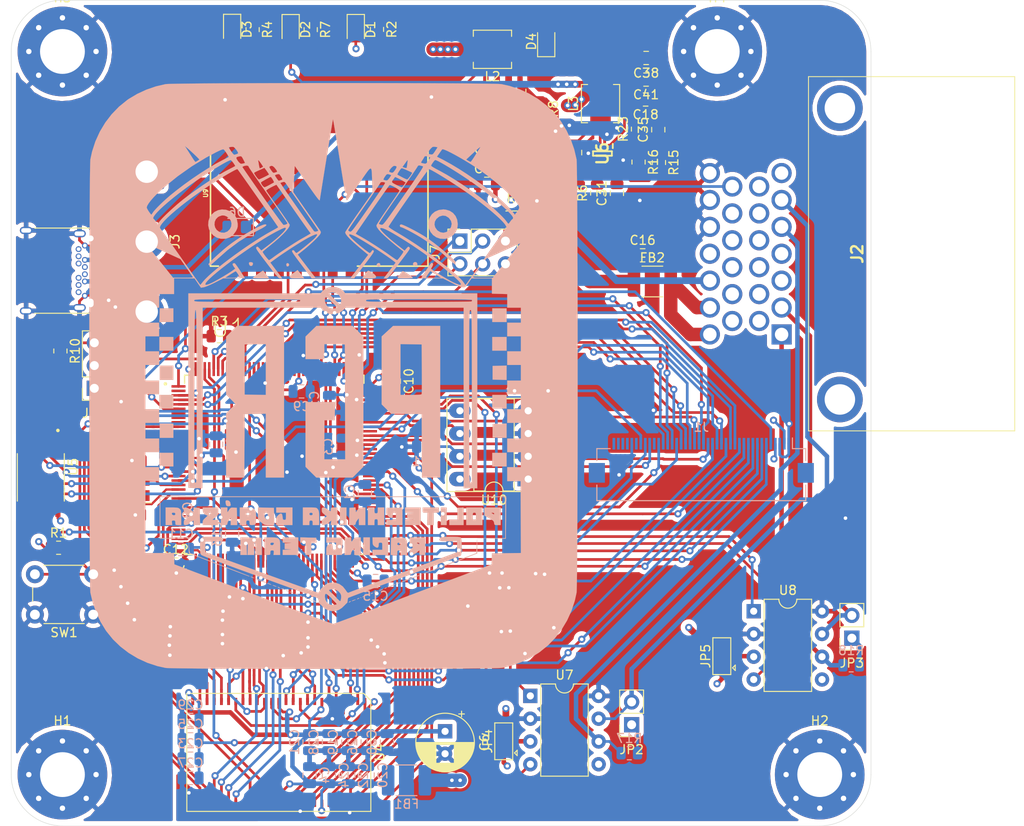
<source format=kicad_pcb>
(kicad_pcb (version 20171130) (host pcbnew "(5.1.8)-1")
  (layers (0 F.Cu signal) (1 In1.Cu power) (2 In2.Cu power) (31 B.Cu signal) (34 B.Paste user hide) (35 F.Paste user hide) (36 B.SilkS user hide) (37 F.SilkS user hide) (38 B.Mask user hide) (39 F.Mask user) (44 Edge.Cuts user))
  (net 0 "")
  (net 1 +3V3)
  (net 2 GND)
  (net 3 "Net-(C2-Pad1)")
  (net 4 +3.3VA)
  (net 5 "Net-(C7-Pad1)")
  (net 6 VCAP1)
  (net 7 +12L)
  (net 8 VCAP2)
  (net 9 "Net-(C18-Pad2)")
  (net 10 "Net-(C31-Pad2)")
  (net 11 "Net-(C33-Pad1)")
  (net 12 "Net-(C33-Pad2)")
  (net 13 "Net-(C34-Pad1)")
  (net 14 "Net-(C34-Pad2)")
  (net 15 "Net-(C35-Pad1)")
  (net 16 +5V)
  (net 17 "Net-(D1-Pad1)")
  (net 18 "Net-(D2-Pad1)")
  (net 19 +12V)
  (net 20 /LTDC_R0)
  (net 21 /LTDC_R1)
  (net 22 /LTDC_R2)
  (net 23 /LTDC_R3)
  (net 24 /LTDC_R4)
  (net 25 /LTDC_R5)
  (net 26 /LTDC_R6)
  (net 27 /LTDC_R7)
  (net 28 /LTDC_G0)
  (net 29 /LTDC_G1)
  (net 30 /LTDC_G2)
  (net 31 /LTDC_G3)
  (net 32 /LTDC_G4)
  (net 33 /LTDC_G5)
  (net 34 /LTDC_G6)
  (net 35 /LTDC_G7)
  (net 36 /LTDC_B0)
  (net 37 /LTDC_B1)
  (net 38 /LTDC_B2)
  (net 39 /LTDC_B3)
  (net 40 /LTDC_B4)
  (net 41 /LTDC_B5)
  (net 42 /LTDC_B6)
  (net 43 /LTDC_B7)
  (net 44 /LTDC_CLK)
  (net 45 /DISPLAY_EN)
  (net 46 /LTDC_HSYNC)
  (net 47 /LTDC_VSYNC)
  (net 48 /LTDC_DE)
  (net 49 "Net-(J1-Pad35)")
  (net 50 "Net-(J1-Pad37)")
  (net 51 "Net-(J1-Pad38)")
  (net 52 "Net-(J1-Pad39)")
  (net 53 "Net-(J1-Pad40)")
  (net 54 "Net-(J2-Pad3)")
  (net 55 "Net-(J2-Pad4)")
  (net 56 "Net-(J2-Pad7)")
  (net 57 "Net-(J2-Pad8)")
  (net 58 "Net-(J2-Pad9)")
  (net 59 "Net-(J2-Pad10)")
  (net 60 "Net-(J2-Pad11)")
  (net 61 "Net-(J2-Pad14)")
  (net 62 CAN_L2)
  (net 63 CAN_H2)
  (net 64 CAN_L1)
  (net 65 CAN_H1)
  (net 66 LED_DATA)
  (net 67 RST)
  (net 68 SWDCLK)
  (net 69 SWIM)
  (net 70 SWDIO)
  (net 71 "Net-(JP1-Pad1)")
  (net 72 "Net-(JP1-Pad2)")
  (net 73 "Net-(JP1-Pad3)")
  (net 74 "Net-(JP2-Pad1)")
  (net 75 "Net-(JP3-Pad1)")
  (net 76 "Net-(R3-Pad2)")
  (net 77 "Net-(R6-Pad2)")
  (net 78 "Net-(R8-Pad2)")
  (net 79 "Net-(R11-Pad1)")
  (net 80 "Net-(R12-Pad2)")
  (net 81 "Net-(R15-Pad2)")
  (net 82 "Net-(R21-Pad2)")
  (net 83 /FMC_SDNWE)
  (net 84 /SD_CARD_DETECT)
  (net 85 "Net-(U1-Pad45)")
  (net 86 /QUADSPI_CLK)
  (net 87 /FMC_SDNRAS)
  (net 88 /FMC_A6)
  (net 89 /FMC_A7)
  (net 90 /FMC_A8)
  (net 91 /FMC_A9)
  (net 92 /FMC_A10)
  (net 93 "Net-(U1-Pad57)")
  (net 94 /FMC_D4)
  (net 95 /FMC_D5)
  (net 96 /FMC_D6)
  (net 97 /FMC_D7)
  (net 98 /FMC_D8)
  (net 99 /FMC_D9)
  (net 100 /FMC_D10)
  (net 101 /FMC_D11)
  (net 102 /FMC_D12)
  (net 103 "Net-(U1-Pad110)")
  (net 104 ESP_UART_RX)
  (net 105 /FMC_D2)
  (net 106 /FMC_D3)
  (net 107 ESP_UART_TX)
  (net 108 "Net-(U1-Pad118)")
  (net 109 "Net-(U1-Pad119)")
  (net 110 "Net-(U1-Pad123)")
  (net 111 "Net-(U1-Pad124)")
  (net 112 "Net-(U1-Pad129)")
  (net 113 /FMC_SDCAS)
  (net 114 "Net-(U1-Pad135)")
  (net 115 /QUADSPI_NCS)
  (net 116 "Net-(U1-Pad137)")
  (net 117 /FMC_NBL0)
  (net 118 /FMC_NBL1)
  (net 119 "Net-(U1-Pad2)")
  (net 120 "Net-(U1-Pad7)")
  (net 121 "Net-(U1-Pad8)")
  (net 122 "Net-(U1-Pad9)")
  (net 123 /FMC_A0)
  (net 124 /FMC_A1)
  (net 125 /FMC_A2)
  (net 126 /FMC_A3)
  (net 127 /FMC_A4)
  (net 128 /FMC_A5)
  (net 129 /QUADSPI_IO3)
  (net 130 /QUADSPI_IO2)
  (net 131 /QUADSPI_IO0)
  (net 132 /QUADSPI_IO1)
  (net 133 "Net-(U1-Pad27)")
  (net 134 /FMC_SDNE0)
  (net 135 /FMC_SDCKE0)
  (net 136 "Net-(U1-Pad34)")
  (net 137 CAN_2_2)
  (net 138 CAN_2_1)
  (net 139 /FMC_D13)
  (net 140 /FMC_D14)
  (net 141 /FMC_D15)
  (net 142 "Net-(U1-Pad80)")
  (net 143 "Net-(U1-Pad81)")
  (net 144 "Net-(U1-Pad82)")
  (net 145 /FMC_D0)
  (net 146 /FMC_D1)
  (net 147 "Net-(U1-Pad87)")
  (net 148 "Net-(U1-Pad88)")
  (net 149 /FMC_BA0)
  (net 150 "Net-(U1-Pad90)")
  (net 151 /FMC_SDCLK)
  (net 152 "Net-(U1-Pad98)")
  (net 153 /I2C3_SDA)
  (net 154 /I2C3_SCL)
  (net 155 "Net-(U1-Pad101)")
  (net 156 CAN_1_2)
  (net 157 CAN_1_1)
  (net 158 "Net-(U4-Pad37)")
  (net 159 "Net-(U4-Pad33)")
  (net 160 "Net-(U7-Pad5)")
  (net 161 "Net-(U8-Pad5)")
  (net 162 "Net-(U9-Pad2)")
  (net 163 "Net-(U9-Pad4)")
  (net 164 "Net-(U9-Pad5)")
  (net 165 "Net-(U9-Pad6)")
  (net 166 "Net-(U9-Pad7)")
  (net 167 "Net-(U9-Pad10)")
  (net 168 "Net-(U9-Pad11)")
  (net 169 "Net-(U9-Pad12)")
  (net 170 "Net-(U9-Pad13)")
  (net 171 "Net-(U9-Pad14)")
  (net 172 "Net-(J2-Pad12)")
  (net 173 "Net-(J2-Pad13)")
  (net 174 "Net-(J2-Pad15)")
  (net 175 "Net-(J2-Pad16)")
  (net 176 "Net-(J2-Pad17)")
  (net 177 "Net-(J2-Pad18)")
  (net 178 "Net-(JP4-Pad2)")
  (net 179 "Net-(JP5-Pad2)")
  (net 180 "Net-(D3-Pad1)")
  (net 181 SIGNAL_LED)
  (net 182 "Net-(D6-Pad2)")
  (net 183 "Net-(D7-Pad2)")
  (net 184 "Net-(P1-PadA2)")
  (net 185 "Net-(P1-PadA3)")
  (net 186 "Net-(P1-PadA5)")
  (net 187 USB_OTG_DP)
  (net 188 USB_OTG_DM)
  (net 189 "Net-(P1-PadA10)")
  (net 190 "Net-(P1-PadA8)")
  (net 191 "Net-(P1-PadA11)")
  (net 192 "Net-(P1-PadB2)")
  (net 193 "Net-(P1-PadB3)")
  (net 194 "Net-(P1-PadB5)")
  (net 195 "Net-(P1-PadB8)")
  (net 196 "Net-(P1-PadB10)")
  (net 197 "Net-(P1-PadB11)")
  (net 198 ESP_EN)
  (net 199 ESP_RESET)
  (module STM32F767ZIT6:QFP50P2200X2200X160-144N (layer F.Cu) (at 126.492 81.026)
    (fp_text reference U1 (at -5.08435 -15.25309) (layer F.SilkS) (effects (font (size 2.001717 2.001717))))
    (fp_text value STM32F767ZIT6)
    (pad 37 smd roundrect (at -8.75 10.68) (size 0.28 1.56) (layers F.Cu F.Paste F.Mask) (roundrect_rratio 0.04) (net 41 /LTDC_B5))
    (pad 38 smd roundrect (at -8.25 10.68) (size 0.28 1.56) (layers F.Cu F.Paste F.Mask) (roundrect_rratio 0.04) (net 2 GND))
    (pad 39 smd roundrect (at -7.75 10.68) (size 0.28 1.56) (layers F.Cu F.Paste F.Mask) (roundrect_rratio 0.04) (net 1 +3V3))
    (pad 40 smd roundrect (at -7.25 10.68) (size 0.28 1.56) (layers F.Cu F.Paste F.Mask) (roundrect_rratio 0.04) (net 47 /LTDC_VSYNC))
    (pad 41 smd roundrect (at -6.75 10.68) (size 0.28 1.56) (layers F.Cu F.Paste F.Mask) (roundrect_rratio 0.04) (net 24 /LTDC_R4))
    (pad 42 smd roundrect (at -6.25 10.68) (size 0.28 1.56) (layers F.Cu F.Paste F.Mask) (roundrect_rratio 0.04) (net 30 /LTDC_G2))
    (pad 43 smd roundrect (at -5.75 10.68) (size 0.28 1.56) (layers F.Cu F.Paste F.Mask) (roundrect_rratio 0.04) (net 83 /FMC_SDNWE))
    (pad 44 smd roundrect (at -5.25 10.68) (size 0.28 1.56) (layers F.Cu F.Paste F.Mask) (roundrect_rratio 0.04) (net 84 /SD_CARD_DETECT))
    (pad 45 smd roundrect (at -4.75 10.68) (size 0.28 1.56) (layers F.Cu F.Paste F.Mask) (roundrect_rratio 0.04) (net 85 "Net-(U1-Pad45)"))
    (pad 46 smd roundrect (at -4.25 10.68) (size 0.28 1.56) (layers F.Cu F.Paste F.Mask) (roundrect_rratio 0.04) (net 23 /LTDC_R3))
    (pad 47 smd roundrect (at -3.75 10.68) (size 0.28 1.56) (layers F.Cu F.Paste F.Mask) (roundrect_rratio 0.04) (net 26 /LTDC_R6))
    (pad 48 smd roundrect (at -3.25 10.68) (size 0.28 1.56) (layers F.Cu F.Paste F.Mask) (roundrect_rratio 0.04) (net 86 /QUADSPI_CLK))
    (pad 49 smd roundrect (at -2.75 10.68) (size 0.28 1.56) (layers F.Cu F.Paste F.Mask) (roundrect_rratio 0.04) (net 87 /FMC_SDNRAS))
    (pad 50 smd roundrect (at -2.25 10.68) (size 0.28 1.56) (layers F.Cu F.Paste F.Mask) (roundrect_rratio 0.04) (net 88 /FMC_A6))
    (pad 51 smd roundrect (at -1.75 10.68) (size 0.28 1.56) (layers F.Cu F.Paste F.Mask) (roundrect_rratio 0.04) (net 2 GND))
    (pad 52 smd roundrect (at -1.25 10.68) (size 0.28 1.56) (layers F.Cu F.Paste F.Mask) (roundrect_rratio 0.04) (net 1 +3V3))
    (pad 53 smd roundrect (at -0.75 10.68) (size 0.28 1.56) (layers F.Cu F.Paste F.Mask) (roundrect_rratio 0.04) (net 89 /FMC_A7))
    (pad 54 smd roundrect (at -0.25 10.68) (size 0.28 1.56) (layers F.Cu F.Paste F.Mask) (roundrect_rratio 0.04) (net 90 /FMC_A8))
    (pad 55 smd roundrect (at 0.25 10.68) (size 0.28 1.56) (layers F.Cu F.Paste F.Mask) (roundrect_rratio 0.04) (net 91 /FMC_A9))
    (pad 56 smd roundrect (at 0.75 10.68) (size 0.28 1.56) (layers F.Cu F.Paste F.Mask) (roundrect_rratio 0.04) (net 92 /FMC_A10))
    (pad 57 smd roundrect (at 1.25 10.68) (size 0.28 1.56) (layers F.Cu F.Paste F.Mask) (roundrect_rratio 0.04) (net 93 "Net-(U1-Pad57)"))
    (pad 58 smd roundrect (at 1.75 10.68) (size 0.28 1.56) (layers F.Cu F.Paste F.Mask) (roundrect_rratio 0.04) (net 94 /FMC_D4))
    (pad 59 smd roundrect (at 2.25 10.68) (size 0.28 1.56) (layers F.Cu F.Paste F.Mask) (roundrect_rratio 0.04) (net 95 /FMC_D5))
    (pad 60 smd roundrect (at 2.75 10.68) (size 0.28 1.56) (layers F.Cu F.Paste F.Mask) (roundrect_rratio 0.04) (net 96 /FMC_D6))
    (pad 61 smd roundrect (at 3.25 10.68) (size 0.28 1.56) (layers F.Cu F.Paste F.Mask) (roundrect_rratio 0.04) (net 2 GND))
    (pad 62 smd roundrect (at 3.75 10.68) (size 0.28 1.56) (layers F.Cu F.Paste F.Mask) (roundrect_rratio 0.04) (net 1 +3V3))
    (pad 63 smd roundrect (at 4.25 10.68) (size 0.28 1.56) (layers F.Cu F.Paste F.Mask) (roundrect_rratio 0.04) (net 97 /FMC_D7))
    (pad 64 smd roundrect (at 4.75 10.68) (size 0.28 1.56) (layers F.Cu F.Paste F.Mask) (roundrect_rratio 0.04) (net 98 /FMC_D8))
    (pad 65 smd roundrect (at 5.25 10.68) (size 0.28 1.56) (layers F.Cu F.Paste F.Mask) (roundrect_rratio 0.04) (net 99 /FMC_D9))
    (pad 66 smd roundrect (at 5.75 10.68) (size 0.28 1.56) (layers F.Cu F.Paste F.Mask) (roundrect_rratio 0.04) (net 100 /FMC_D10))
    (pad 67 smd roundrect (at 6.25 10.68) (size 0.28 1.56) (layers F.Cu F.Paste F.Mask) (roundrect_rratio 0.04) (net 101 /FMC_D11))
    (pad 68 smd roundrect (at 6.75 10.68) (size 0.28 1.56) (layers F.Cu F.Paste F.Mask) (roundrect_rratio 0.04) (net 102 /FMC_D12))
    (pad 69 smd roundrect (at 7.25 10.68) (size 0.28 1.56) (layers F.Cu F.Paste F.Mask) (roundrect_rratio 0.04) (net 32 /LTDC_G4))
    (pad 70 smd roundrect (at 7.75 10.68) (size 0.28 1.56) (layers F.Cu F.Paste F.Mask) (roundrect_rratio 0.04) (net 33 /LTDC_G5))
    (pad 71 smd roundrect (at 8.25 10.68) (size 0.28 1.56) (layers F.Cu F.Paste F.Mask) (roundrect_rratio 0.04) (net 6 VCAP1))
    (pad 72 smd roundrect (at 8.75 10.68) (size 0.28 1.56) (layers F.Cu F.Paste F.Mask) (roundrect_rratio 0.04) (net 1 +3V3))
    (pad 109 smd roundrect (at 8.75 -10.68) (size 0.28 1.56) (layers F.Cu F.Paste F.Mask) (roundrect_rratio 0.04) (net 68 SWDCLK))
    (pad 110 smd roundrect (at 8.25 -10.68) (size 0.28 1.56) (layers F.Cu F.Paste F.Mask) (roundrect_rratio 0.04) (net 103 "Net-(U1-Pad110)"))
    (pad 111 smd roundrect (at 7.75 -10.68) (size 0.28 1.56) (layers F.Cu F.Paste F.Mask) (roundrect_rratio 0.04) (net 199 ESP_RESET))
    (pad 112 smd roundrect (at 7.25 -10.68) (size 0.28 1.56) (layers F.Cu F.Paste F.Mask) (roundrect_rratio 0.04) (net 198 ESP_EN))
    (pad 113 smd roundrect (at 6.75 -10.68) (size 0.28 1.56) (layers F.Cu F.Paste F.Mask) (roundrect_rratio 0.04) (net 104 ESP_UART_RX))
    (pad 114 smd roundrect (at 6.25 -10.68) (size 0.28 1.56) (layers F.Cu F.Paste F.Mask) (roundrect_rratio 0.04) (net 105 /FMC_D2))
    (pad 115 smd roundrect (at 5.75 -10.68) (size 0.28 1.56) (layers F.Cu F.Paste F.Mask) (roundrect_rratio 0.04) (net 106 /FMC_D3))
    (pad 116 smd roundrect (at 5.25 -10.68) (size 0.28 1.56) (layers F.Cu F.Paste F.Mask) (roundrect_rratio 0.04) (net 107 ESP_UART_TX))
    (pad 117 smd roundrect (at 4.75 -10.68) (size 0.28 1.56) (layers F.Cu F.Paste F.Mask) (roundrect_rratio 0.04) (net 35 /LTDC_G7))
    (pad 118 smd roundrect (at 4.25 -10.68) (size 0.28 1.56) (layers F.Cu F.Paste F.Mask) (roundrect_rratio 0.04) (net 108 "Net-(U1-Pad118)"))
    (pad 119 smd roundrect (at 3.75 -10.68) (size 0.28 1.56) (layers F.Cu F.Paste F.Mask) (roundrect_rratio 0.04) (net 109 "Net-(U1-Pad119)"))
    (pad 120 smd roundrect (at 3.25 -10.68) (size 0.28 1.56) (layers F.Cu F.Paste F.Mask) (roundrect_rratio 0.04) (net 2 GND))
    (pad 121 smd roundrect (at 2.75 -10.68) (size 0.28 1.56) (layers F.Cu F.Paste F.Mask) (roundrect_rratio 0.04) (net 1 +3V3))
    (pad 122 smd roundrect (at 2.25 -10.68) (size 0.28 1.56) (layers F.Cu F.Paste F.Mask) (roundrect_rratio 0.04) (net 38 /LTDC_B2))
    (pad 123 smd roundrect (at 1.75 -10.68) (size 0.28 1.56) (layers F.Cu F.Paste F.Mask) (roundrect_rratio 0.04) (net 110 "Net-(U1-Pad123)"))
    (pad 124 smd roundrect (at 1.25 -10.68) (size 0.28 1.56) (layers F.Cu F.Paste F.Mask) (roundrect_rratio 0.04) (net 111 "Net-(U1-Pad124)"))
    (pad 125 smd roundrect (at 0.75 -10.68) (size 0.28 1.56) (layers F.Cu F.Paste F.Mask) (roundrect_rratio 0.04) (net 31 /LTDC_G3))
    (pad 126 smd roundrect (at 0.25 -10.68) (size 0.28 1.56) (layers F.Cu F.Paste F.Mask) (roundrect_rratio 0.04) (net 39 /LTDC_B3))
    (pad 127 smd roundrect (at -0.25 -10.68) (size 0.28 1.56) (layers F.Cu F.Paste F.Mask) (roundrect_rratio 0.04) (net 40 /LTDC_B4))
    (pad 128 smd roundrect (at -0.75 -10.68) (size 0.28 1.56) (layers F.Cu F.Paste F.Mask) (roundrect_rratio 0.04) (net 20 /LTDC_R0))
    (pad 129 smd roundrect (at -1.25 -10.68) (size 0.28 1.56) (layers F.Cu F.Paste F.Mask) (roundrect_rratio 0.04) (net 112 "Net-(U1-Pad129)"))
    (pad 130 smd roundrect (at -1.75 -10.68) (size 0.28 1.56) (layers F.Cu F.Paste F.Mask) (roundrect_rratio 0.04) (net 2 GND))
    (pad 131 smd roundrect (at -2.25 -10.68) (size 0.28 1.56) (layers F.Cu F.Paste F.Mask) (roundrect_rratio 0.04) (net 1 +3V3))
    (pad 132 smd roundrect (at -2.75 -10.68) (size 0.28 1.56) (layers F.Cu F.Paste F.Mask) (roundrect_rratio 0.04) (net 113 /FMC_SDCAS))
    (pad 133 smd roundrect (at -3.25 -10.68) (size 0.28 1.56) (layers F.Cu F.Paste F.Mask) (roundrect_rratio 0.04) (net 69 SWIM))
    (pad 134 smd roundrect (at -3.75 -10.68) (size 0.28 1.56) (layers F.Cu F.Paste F.Mask) (roundrect_rratio 0.04) (net 66 LED_DATA))
    (pad 135 smd roundrect (at -4.25 -10.68) (size 0.28 1.56) (layers F.Cu F.Paste F.Mask) (roundrect_rratio 0.04) (net 114 "Net-(U1-Pad135)"))
    (pad 136 smd roundrect (at -4.75 -10.68) (size 0.28 1.56) (layers F.Cu F.Paste F.Mask) (roundrect_rratio 0.04) (net 115 /QUADSPI_NCS))
    (pad 137 smd roundrect (at -5.25 -10.68) (size 0.28 1.56) (layers F.Cu F.Paste F.Mask) (roundrect_rratio 0.04) (net 116 "Net-(U1-Pad137)"))
    (pad 138 smd roundrect (at -5.75 -10.68) (size 0.28 1.56) (layers F.Cu F.Paste F.Mask) (roundrect_rratio 0.04) (net 76 "Net-(R3-Pad2)"))
    (pad 139 smd roundrect (at -6.25 -10.68) (size 0.28 1.56) (layers F.Cu F.Paste F.Mask) (roundrect_rratio 0.04) (net 42 /LTDC_B6))
    (pad 140 smd roundrect (at -6.75 -10.68) (size 0.28 1.56) (layers F.Cu F.Paste F.Mask) (roundrect_rratio 0.04) (net 43 /LTDC_B7))
    (pad 141 smd roundrect (at -7.25 -10.68) (size 0.28 1.56) (layers F.Cu F.Paste F.Mask) (roundrect_rratio 0.04) (net 117 /FMC_NBL0))
    (pad 142 smd roundrect (at -7.75 -10.68) (size 0.28 1.56) (layers F.Cu F.Paste F.Mask) (roundrect_rratio 0.04) (net 118 /FMC_NBL1))
    (pad 143 smd roundrect (at -8.25 -10.68) (size 0.28 1.56) (layers F.Cu F.Paste F.Mask) (roundrect_rratio 0.04) (net 72 "Net-(JP1-Pad2)"))
    (pad 144 smd roundrect (at -8.75 -10.68) (size 0.28 1.56) (layers F.Cu F.Paste F.Mask) (roundrect_rratio 0.04) (net 1 +3V3))
    (pad 1 smd roundrect (at -10.68 -8.75) (size 1.56 0.28) (layers F.Cu F.Paste F.Mask) (roundrect_rratio 0.04) (net 181 SIGNAL_LED))
    (pad 2 smd roundrect (at -10.68 -8.25) (size 1.56 0.28) (layers F.Cu F.Paste F.Mask) (roundrect_rratio 0.04) (net 119 "Net-(U1-Pad2)"))
    (pad 3 smd roundrect (at -10.68 -7.75) (size 1.56 0.28) (layers F.Cu F.Paste F.Mask) (roundrect_rratio 0.04) (net 36 /LTDC_B0))
    (pad 4 smd roundrect (at -10.68 -7.25) (size 1.56 0.28) (layers F.Cu F.Paste F.Mask) (roundrect_rratio 0.04) (net 28 /LTDC_G0))
    (pad 5 smd roundrect (at -10.68 -6.75) (size 1.56 0.28) (layers F.Cu F.Paste F.Mask) (roundrect_rratio 0.04) (net 29 /LTDC_G1))
    (pad 6 smd roundrect (at -10.68 -6.25) (size 1.56 0.28) (layers F.Cu F.Paste F.Mask) (roundrect_rratio 0.04) (net 1 +3V3))
    (pad 7 smd roundrect (at -10.68 -5.75) (size 1.56 0.28) (layers F.Cu F.Paste F.Mask) (roundrect_rratio 0.04) (net 120 "Net-(U1-Pad7)"))
    (pad 8 smd roundrect (at -10.68 -5.25) (size 1.56 0.28) (layers F.Cu F.Paste F.Mask) (roundrect_rratio 0.04) (net 121 "Net-(U1-Pad8)"))
    (pad 9 smd roundrect (at -10.68 -4.75) (size 1.56 0.28) (layers F.Cu F.Paste F.Mask) (roundrect_rratio 0.04) (net 122 "Net-(U1-Pad9)"))
    (pad 10 smd roundrect (at -10.68 -4.25) (size 1.56 0.28) (layers F.Cu F.Paste F.Mask) (roundrect_rratio 0.04) (net 123 /FMC_A0))
    (pad 11 smd roundrect (at -10.68 -3.75) (size 1.56 0.28) (layers F.Cu F.Paste F.Mask) (roundrect_rratio 0.04) (net 124 /FMC_A1))
    (pad 12 smd roundrect (at -10.68 -3.25) (size 1.56 0.28) (layers F.Cu F.Paste F.Mask) (roundrect_rratio 0.04) (net 125 /FMC_A2))
    (pad 13 smd roundrect (at -10.68 -2.75) (size 1.56 0.28) (layers F.Cu F.Paste F.Mask) (roundrect_rratio 0.04) (net 126 /FMC_A3))
    (pad 14 smd roundrect (at -10.68 -2.25) (size 1.56 0.28) (layers F.Cu F.Paste F.Mask) (roundrect_rratio 0.04) (net 127 /FMC_A4))
    (pad 15 smd roundrect (at -10.68 -1.75) (size 1.56 0.28) (layers F.Cu F.Paste F.Mask) (roundrect_rratio 0.04) (net 128 /FMC_A5))
    (pad 16 smd roundrect (at -10.68 -1.25) (size 1.56 0.28) (layers F.Cu F.Paste F.Mask) (roundrect_rratio 0.04) (net 2 GND))
    (pad 17 smd roundrect (at -10.68 -0.75) (size 1.56 0.28) (layers F.Cu F.Paste F.Mask) (roundrect_rratio 0.04) (net 1 +3V3))
    (pad 18 smd roundrect (at -10.68 -0.25) (size 1.56 0.28) (layers F.Cu F.Paste F.Mask) (roundrect_rratio 0.04) (net 129 /QUADSPI_IO3))
    (pad 19 smd roundrect (at -10.68 0.25) (size 1.56 0.28) (layers F.Cu F.Paste F.Mask) (roundrect_rratio 0.04) (net 130 /QUADSPI_IO2))
    (pad 20 smd roundrect (at -10.68 0.75) (size 1.56 0.28) (layers F.Cu F.Paste F.Mask) (roundrect_rratio 0.04) (net 131 /QUADSPI_IO0))
    (pad 21 smd roundrect (at -10.68 1.25) (size 1.56 0.28) (layers F.Cu F.Paste F.Mask) (roundrect_rratio 0.04) (net 132 /QUADSPI_IO1))
    (pad 22 smd roundrect (at -10.68 1.75) (size 1.56 0.28) (layers F.Cu F.Paste F.Mask) (roundrect_rratio 0.04) (net 48 /LTDC_DE))
    (pad 23 smd roundrect (at -10.68 2.25) (size 1.56 0.28) (layers F.Cu F.Paste F.Mask) (roundrect_rratio 0.04) (net 5 "Net-(C7-Pad1)"))
    (pad 24 smd roundrect (at -10.68 2.75) (size 1.56 0.28) (layers F.Cu F.Paste F.Mask) (roundrect_rratio 0.04) (net 3 "Net-(C2-Pad1)"))
    (pad 25 smd roundrect (at -10.68 3.25) (size 1.56 0.28) (layers F.Cu F.Paste F.Mask) (roundrect_rratio 0.04) (net 67 RST))
    (pad 26 smd roundrect (at -10.68 3.75) (size 1.56 0.28) (layers F.Cu F.Paste F.Mask) (roundrect_rratio 0.04) (net 25 /LTDC_R5))
    (pad 27 smd roundrect (at -10.68 4.25) (size 1.56 0.28) (layers F.Cu F.Paste F.Mask) (roundrect_rratio 0.04) (net 133 "Net-(U1-Pad27)"))
    (pad 28 smd roundrect (at -10.68 4.75) (size 1.56 0.28) (layers F.Cu F.Paste F.Mask) (roundrect_rratio 0.04) (net 134 /FMC_SDNE0))
    (pad 29 smd roundrect (at -10.68 5.25) (size 1.56 0.28) (layers F.Cu F.Paste F.Mask) (roundrect_rratio 0.04) (net 135 /FMC_SDCKE0))
    (pad 30 smd roundrect (at -10.68 5.75) (size 1.56 0.28) (layers F.Cu F.Paste F.Mask) (roundrect_rratio 0.04) (net 1 +3V3))
    (pad 31 smd roundrect (at -10.68 6.25) (size 1.56 0.28) (layers F.Cu F.Paste F.Mask) (roundrect_rratio 0.04) (net 2 GND))
    (pad 32 smd roundrect (at -10.68 6.75) (size 1.56 0.28) (layers F.Cu F.Paste F.Mask) (roundrect_rratio 0.04) (net 4 +3.3VA))
    (pad 33 smd roundrect (at -10.68 7.25) (size 1.56 0.28) (layers F.Cu F.Paste F.Mask) (roundrect_rratio 0.04) (net 4 +3.3VA))
    (pad 34 smd roundrect (at -10.68 7.75) (size 1.56 0.28) (layers F.Cu F.Paste F.Mask) (roundrect_rratio 0.04) (net 136 "Net-(U1-Pad34)"))
    (pad 35 smd roundrect (at -10.68 8.25) (size 1.56 0.28) (layers F.Cu F.Paste F.Mask) (roundrect_rratio 0.04) (net 22 /LTDC_R2))
    (pad 36 smd roundrect (at -10.68 8.75) (size 1.56 0.28) (layers F.Cu F.Paste F.Mask) (roundrect_rratio 0.04) (net 21 /LTDC_R1))
    (pad 73 smd roundrect (at 10.68 8.75) (size 1.56 0.28) (layers F.Cu F.Paste F.Mask) (roundrect_rratio 0.04) (net 137 CAN_2_2))
    (pad 74 smd roundrect (at 10.68 8.25) (size 1.56 0.28) (layers F.Cu F.Paste F.Mask) (roundrect_rratio 0.04) (net 138 CAN_2_1))
    (pad 75 smd roundrect (at 10.68 7.75) (size 1.56 0.28) (layers F.Cu F.Paste F.Mask) (roundrect_rratio 0.04) (net 188 USB_OTG_DM))
    (pad 76 smd roundrect (at 10.68 7.25) (size 1.56 0.28) (layers F.Cu F.Paste F.Mask) (roundrect_rratio 0.04) (net 187 USB_OTG_DP))
    (pad 77 smd roundrect (at 10.68 6.75) (size 1.56 0.28) (layers F.Cu F.Paste F.Mask) (roundrect_rratio 0.04) (net 139 /FMC_D13))
    (pad 78 smd roundrect (at 10.68 6.25) (size 1.56 0.28) (layers F.Cu F.Paste F.Mask) (roundrect_rratio 0.04) (net 140 /FMC_D14))
    (pad 79 smd roundrect (at 10.68 5.75) (size 1.56 0.28) (layers F.Cu F.Paste F.Mask) (roundrect_rratio 0.04) (net 141 /FMC_D15))
    (pad 80 smd roundrect (at 10.68 5.25) (size 1.56 0.28) (layers F.Cu F.Paste F.Mask) (roundrect_rratio 0.04) (net 142 "Net-(U1-Pad80)"))
    (pad 81 smd roundrect (at 10.68 4.75) (size 1.56 0.28) (layers F.Cu F.Paste F.Mask) (roundrect_rratio 0.04) (net 143 "Net-(U1-Pad81)"))
    (pad 82 smd roundrect (at 10.68 4.25) (size 1.56 0.28) (layers F.Cu F.Paste F.Mask) (roundrect_rratio 0.04) (net 144 "Net-(U1-Pad82)"))
    (pad 83 smd roundrect (at 10.68 3.75) (size 1.56 0.28) (layers F.Cu F.Paste F.Mask) (roundrect_rratio 0.04) (net 2 GND))
    (pad 84 smd roundrect (at 10.68 3.25) (size 1.56 0.28) (layers F.Cu F.Paste F.Mask) (roundrect_rratio 0.04) (net 1 +3V3))
    (pad 85 smd roundrect (at 10.68 2.75) (size 1.56 0.28) (layers F.Cu F.Paste F.Mask) (roundrect_rratio 0.04) (net 145 /FMC_D0))
    (pad 86 smd roundrect (at 10.68 2.25) (size 1.56 0.28) (layers F.Cu F.Paste F.Mask) (roundrect_rratio 0.04) (net 146 /FMC_D1))
    (pad 87 smd roundrect (at 10.68 1.75) (size 1.56 0.28) (layers F.Cu F.Paste F.Mask) (roundrect_rratio 0.04) (net 147 "Net-(U1-Pad87)"))
    (pad 88 smd roundrect (at 10.68 1.25) (size 1.56 0.28) (layers F.Cu F.Paste F.Mask) (roundrect_rratio 0.04) (net 148 "Net-(U1-Pad88)"))
    (pad 89 smd roundrect (at 10.68 0.75) (size 1.56 0.28) (layers F.Cu F.Paste F.Mask) (roundrect_rratio 0.04) (net 149 /FMC_BA0))
    (pad 90 smd roundrect (at 10.68 0.25) (size 1.56 0.28) (layers F.Cu F.Paste F.Mask) (roundrect_rratio 0.04) (net 150 "Net-(U1-Pad90)"))
    (pad 91 smd roundrect (at 10.68 -0.25) (size 1.56 0.28) (layers F.Cu F.Paste F.Mask) (roundrect_rratio 0.04) (net 27 /LTDC_R7))
    (pad 92 smd roundrect (at 10.68 -0.75) (size 1.56 0.28) (layers F.Cu F.Paste F.Mask) (roundrect_rratio 0.04) (net 44 /LTDC_CLK))
    (pad 93 smd roundrect (at 10.68 -1.25) (size 1.56 0.28) (layers F.Cu F.Paste F.Mask) (roundrect_rratio 0.04) (net 151 /FMC_SDCLK))
    (pad 94 smd roundrect (at 10.68 -1.75) (size 1.56 0.28) (layers F.Cu F.Paste F.Mask) (roundrect_rratio 0.04) (net 2 GND))
    (pad 95 smd roundrect (at 10.68 -2.25) (size 1.56 0.28) (layers F.Cu F.Paste F.Mask) (roundrect_rratio 0.04) (net 1 +3V3))
    (pad 96 smd roundrect (at 10.68 -2.75) (size 1.56 0.28) (layers F.Cu F.Paste F.Mask) (roundrect_rratio 0.04) (net 46 /LTDC_HSYNC))
    (pad 97 smd roundrect (at 10.68 -3.25) (size 1.56 0.28) (layers F.Cu F.Paste F.Mask) (roundrect_rratio 0.04) (net 34 /LTDC_G6))
    (pad 98 smd roundrect (at 10.68 -3.75) (size 1.56 0.28) (layers F.Cu F.Paste F.Mask) (roundrect_rratio 0.04) (net 152 "Net-(U1-Pad98)"))
    (pad 99 smd roundrect (at 10.68 -4.25) (size 1.56 0.28) (layers F.Cu F.Paste F.Mask) (roundrect_rratio 0.04) (net 153 /I2C3_SDA))
    (pad 100 smd roundrect (at 10.68 -4.75) (size 1.56 0.28) (layers F.Cu F.Paste F.Mask) (roundrect_rratio 0.04) (net 154 /I2C3_SCL))
    (pad 101 smd roundrect (at 10.68 -5.25) (size 1.56 0.28) (layers F.Cu F.Paste F.Mask) (roundrect_rratio 0.04) (net 155 "Net-(U1-Pad101)"))
    (pad 102 smd roundrect (at 10.68 -5.75) (size 1.56 0.28) (layers F.Cu F.Paste F.Mask) (roundrect_rratio 0.04) (net 37 /LTDC_B1))
    (pad 103 smd roundrect (at 10.68 -6.25) (size 1.56 0.28) (layers F.Cu F.Paste F.Mask) (roundrect_rratio 0.04) (net 156 CAN_1_2))
    (pad 104 smd roundrect (at 10.68 -6.75) (size 1.56 0.28) (layers F.Cu F.Paste F.Mask) (roundrect_rratio 0.04) (net 157 CAN_1_1))
    (pad 105 smd roundrect (at 10.68 -7.25) (size 1.56 0.28) (layers F.Cu F.Paste F.Mask) (roundrect_rratio 0.04) (net 70 SWDIO))
    (pad 106 smd roundrect (at 10.68 -7.75) (size 1.56 0.28) (layers F.Cu F.Paste F.Mask) (roundrect_rratio 0.04) (net 8 VCAP2))
    (pad 107 smd roundrect (at 10.68 -8.25) (size 1.56 0.28) (layers F.Cu F.Paste F.Mask) (roundrect_rratio 0.04) (net 2 GND))
    (pad 108 smd roundrect (at 10.68 -8.75) (size 1.56 0.28) (layers F.Cu F.Paste F.Mask) (roundrect_rratio 0.04) (net 1 +3V3))
  )
  (module PGR_logo:logo_big (layer B.Cu) (at 133.096 71.12 180)
    (fp_text reference G*** hide)
    (fp_text value LOGO hide)
  )
  (module AS4C1M16S-6TCN:TSOP-II-50 (layer F.Cu) (at 127 113.0935 180)
    (fp_text reference U4 (at -11.26 0 90) (layer F.SilkS))
    (fp_text value AS4C1M16S-6TCN)
    (pad 50 smd rect (at -9.6 -5.68 180) (size 0.32 0.8) (layers F.Cu F.Paste F.Mask) (net 2 GND))
    (pad 1 smd rect (at -9.6 5.68 180) (size 0.32 0.8) (layers F.Cu F.Paste F.Mask) (net 1 +3V3))
    (pad 49 smd rect (at -8.8 -5.68 180) (size 0.32 0.8) (layers F.Cu F.Paste F.Mask) (net 141 /FMC_D15))
    (pad 2 smd rect (at -8.8 5.68 180) (size 0.32 0.8) (layers F.Cu F.Paste F.Mask) (net 145 /FMC_D0))
    (pad 48 smd rect (at -8 -5.68 180) (size 0.32 0.8) (layers F.Cu F.Paste F.Mask) (net 140 /FMC_D14))
    (pad 3 smd rect (at -8 5.68 180) (size 0.32 0.8) (layers F.Cu F.Paste F.Mask) (net 146 /FMC_D1))
    (pad 47 smd rect (at -7.2 -5.68 180) (size 0.32 0.8) (layers F.Cu F.Paste F.Mask) (net 2 GND))
    (pad 4 smd rect (at -7.2 5.68 180) (size 0.32 0.8) (layers F.Cu F.Paste F.Mask) (net 2 GND))
    (pad 46 smd rect (at -6.4 -5.68 180) (size 0.32 0.8) (layers F.Cu F.Paste F.Mask) (net 139 /FMC_D13))
    (pad 5 smd rect (at -6.4 5.68 180) (size 0.32 0.8) (layers F.Cu F.Paste F.Mask) (net 105 /FMC_D2))
    (pad 45 smd rect (at -5.6 -5.68 180) (size 0.32 0.8) (layers F.Cu F.Paste F.Mask) (net 102 /FMC_D12))
    (pad 6 smd rect (at -5.6 5.68 180) (size 0.32 0.8) (layers F.Cu F.Paste F.Mask) (net 106 /FMC_D3))
    (pad 44 smd rect (at -4.8 -5.68 180) (size 0.32 0.8) (layers F.Cu F.Paste F.Mask) (net 4 +3.3VA))
    (pad 7 smd rect (at -4.8 5.68 180) (size 0.32 0.8) (layers F.Cu F.Paste F.Mask) (net 4 +3.3VA))
    (pad 43 smd rect (at -4 -5.68 180) (size 0.32 0.8) (layers F.Cu F.Paste F.Mask) (net 101 /FMC_D11))
    (pad 8 smd rect (at -4 5.68 180) (size 0.32 0.8) (layers F.Cu F.Paste F.Mask) (net 94 /FMC_D4))
    (pad 42 smd rect (at -3.2 -5.68 180) (size 0.32 0.8) (layers F.Cu F.Paste F.Mask) (net 100 /FMC_D10))
    (pad 9 smd rect (at -3.2 5.68 180) (size 0.32 0.8) (layers F.Cu F.Paste F.Mask) (net 95 /FMC_D5))
    (pad 41 smd rect (at -2.4 -5.68 180) (size 0.32 0.8) (layers F.Cu F.Paste F.Mask) (net 2 GND))
    (pad 10 smd rect (at -2.4 5.68 180) (size 0.32 0.8) (layers F.Cu F.Paste F.Mask) (net 2 GND))
    (pad 40 smd rect (at -1.6 -5.68 180) (size 0.32 0.8) (layers F.Cu F.Paste F.Mask) (net 99 /FMC_D9))
    (pad 11 smd rect (at -1.6 5.68 180) (size 0.32 0.8) (layers F.Cu F.Paste F.Mask) (net 96 /FMC_D6))
    (pad 39 smd rect (at -0.8 -5.68 180) (size 0.32 0.8) (layers F.Cu F.Paste F.Mask) (net 98 /FMC_D8))
    (pad 12 smd rect (at -0.8 5.68 180) (size 0.32 0.8) (layers F.Cu F.Paste F.Mask) (net 97 /FMC_D7))
    (pad 38 smd rect (at 0 -5.68 180) (size 0.32 0.8) (layers F.Cu F.Paste F.Mask) (net 4 +3.3VA))
    (pad 13 smd rect (at 0 5.68 180) (size 0.32 0.8) (layers F.Cu F.Paste F.Mask) (net 4 +3.3VA))
    (pad 37 smd rect (at 0.8 -5.68 180) (size 0.32 0.8) (layers F.Cu F.Paste F.Mask) (net 158 "Net-(U4-Pad37)"))
    (pad 14 smd rect (at 0.8 5.68 180) (size 0.32 0.8) (layers F.Cu F.Paste F.Mask) (net 117 /FMC_NBL0))
    (pad 36 smd rect (at 1.6 -5.68 180) (size 0.32 0.8) (layers F.Cu F.Paste F.Mask) (net 118 /FMC_NBL1))
    (pad 15 smd rect (at 1.6 5.68 180) (size 0.32 0.8) (layers F.Cu F.Paste F.Mask) (net 83 /FMC_SDNWE))
    (pad 35 smd rect (at 2.4 -5.68 180) (size 0.32 0.8) (layers F.Cu F.Paste F.Mask) (net 151 /FMC_SDCLK))
    (pad 16 smd rect (at 2.4 5.68 180) (size 0.32 0.8) (layers F.Cu F.Paste F.Mask) (net 113 /FMC_SDCAS))
    (pad 34 smd rect (at 3.2 -5.68 180) (size 0.32 0.8) (layers F.Cu F.Paste F.Mask) (net 135 /FMC_SDCKE0))
    (pad 17 smd rect (at 3.2 5.68 180) (size 0.32 0.8) (layers F.Cu F.Paste F.Mask) (net 87 /FMC_SDNRAS))
    (pad 33 smd rect (at 4 -5.68 180) (size 0.32 0.8) (layers F.Cu F.Paste F.Mask) (net 159 "Net-(U4-Pad33)"))
    (pad 18 smd rect (at 4 5.68 180) (size 0.32 0.8) (layers F.Cu F.Paste F.Mask) (net 134 /FMC_SDNE0))
    (pad 32 smd rect (at 4.8 -5.68 180) (size 0.32 0.8) (layers F.Cu F.Paste F.Mask) (net 91 /FMC_A9))
    (pad 19 smd rect (at 4.8 5.68 180) (size 0.32 0.8) (layers F.Cu F.Paste F.Mask) (net 149 /FMC_BA0))
    (pad 31 smd rect (at 5.6 -5.68 180) (size 0.32 0.8) (layers F.Cu F.Paste F.Mask) (net 90 /FMC_A8))
    (pad 20 smd rect (at 5.6 5.68 180) (size 0.32 0.8) (layers F.Cu F.Paste F.Mask) (net 92 /FMC_A10))
    (pad 30 smd rect (at 6.4 -5.68 180) (size 0.32 0.8) (layers F.Cu F.Paste F.Mask) (net 89 /FMC_A7))
    (pad 21 smd rect (at 6.4 5.68 180) (size 0.32 0.8) (layers F.Cu F.Paste F.Mask) (net 123 /FMC_A0))
    (pad 29 smd rect (at 7.2 -5.68 180) (size 0.32 0.8) (layers F.Cu F.Paste F.Mask) (net 88 /FMC_A6))
    (pad 22 smd rect (at 7.2 5.68 180) (size 0.32 0.8) (layers F.Cu F.Paste F.Mask) (net 124 /FMC_A1))
    (pad 28 smd rect (at 8 -5.68 180) (size 0.32 0.8) (layers F.Cu F.Paste F.Mask) (net 128 /FMC_A5))
    (pad 23 smd rect (at 8 5.68 180) (size 0.32 0.8) (layers F.Cu F.Paste F.Mask) (net 125 /FMC_A2))
    (pad 27 smd rect (at 8.8 -5.68 180) (size 0.32 0.8) (layers F.Cu F.Paste F.Mask) (net 127 /FMC_A4))
    (pad 24 smd rect (at 8.8 5.68 180) (size 0.32 0.8) (layers F.Cu F.Paste F.Mask) (net 126 /FMC_A3))
    (pad 26 smd rect (at 9.6 -5.68 180) (size 0.32 0.8) (layers F.Cu F.Paste F.Mask) (net 2 GND))
    (pad 25 smd rect (at 9.6 5.68 180) (size 0.32 0.8) (layers F.Cu F.Paste F.Mask) (net 1 +3V3))
  )
  (module Inductor_SMD:L_Vishay_IHLP-1616 (layer F.Cu) (at 150.8252 34.6837 180)
    (fp_text reference L2 (at 0 -3.032) (layer F.SilkS))
    (fp_text value 10uH)
    (pad 2 smd rect (at 1.89225 0 180) (size 1.8545 2.286) (layers F.Cu F.Paste F.Mask) (net 1 +3V3))
    (pad 1 smd rect (at -1.89225 0 180) (size 1.8545 2.286) (layers F.Cu F.Paste F.Mask) (net 12 "Net-(C33-Pad2)"))
  )
  (module AT25SF128A:SOIC127P790X216-8N (layer F.Cu) (at 100.457 82.423 270)
    (fp_text reference U5 (at -1.175 -3.585 90) (layer F.SilkS))
    (fp_text value AT25SF128A-SHB-T)
    (pad 1 smd roundrect (at -3.585 -1.905 270) (size 1.65 0.58) (layers F.Cu F.Paste F.Mask) (roundrect_rratio 0.07000000000000001) (net 115 /QUADSPI_NCS))
    (pad 2 smd roundrect (at -3.585 -0.635 270) (size 1.65 0.58) (layers F.Cu F.Paste F.Mask) (roundrect_rratio 0.07000000000000001) (net 132 /QUADSPI_IO1))
    (pad 3 smd roundrect (at -3.585 0.635 270) (size 1.65 0.58) (layers F.Cu F.Paste F.Mask) (roundrect_rratio 0.07000000000000001) (net 130 /QUADSPI_IO2))
    (pad 4 smd roundrect (at -3.585 1.905 270) (size 1.65 0.58) (layers F.Cu F.Paste F.Mask) (roundrect_rratio 0.07000000000000001) (net 2 GND))
    (pad 5 smd roundrect (at 3.585 1.905 270) (size 1.65 0.58) (layers F.Cu F.Paste F.Mask) (roundrect_rratio 0.07000000000000001) (net 131 /QUADSPI_IO0))
    (pad 6 smd roundrect (at 3.585 0.635 270) (size 1.65 0.58) (layers F.Cu F.Paste F.Mask) (roundrect_rratio 0.07000000000000001) (net 86 /QUADSPI_CLK))
    (pad 7 smd roundrect (at 3.585 -0.635 270) (size 1.65 0.58) (layers F.Cu F.Paste F.Mask) (roundrect_rratio 0.07000000000000001) (net 129 /QUADSPI_IO3))
    (pad 8 smd roundrect (at 3.585 -1.905 270) (size 1.65 0.58) (layers F.Cu F.Paste F.Mask) (roundrect_rratio 0.07000000000000001) (net 1 +3V3))
  )
  (module Crystal:Crystal_SMD_3225-4Pin_3.2x2.5mm (layer F.Cu) (at 110.787 83.605)
    (fp_text reference Y1 (at 0 -2.45) (layer F.SilkS))
    (fp_text value Crystal_GND24)
    (pad 1 smd rect (at -1.1 0.85) (size 1.4 1.2) (layers F.Cu F.Paste F.Mask) (net 3 "Net-(C2-Pad1)"))
    (pad 2 smd rect (at 1.1 0.85) (size 1.4 1.2) (layers F.Cu F.Paste F.Mask) (net 2 GND))
    (pad 3 smd rect (at 1.1 -0.85) (size 1.4 1.2) (layers F.Cu F.Paste F.Mask) (net 5 "Net-(C7-Pad1)"))
    (pad 4 smd rect (at -1.1 -0.85) (size 1.4 1.2) (layers F.Cu F.Paste F.Mask) (net 2 GND))
  )
  (module Capacitor_SMD:C_0805_2012Metric (layer B.Cu) (at 136.59612 84.16032 270)
    (fp_text reference C1 (at 0 1.68 90) (layer B.SilkS) (effects (justify mirror)))
    (fp_text value 100nF)
    (pad 1 smd roundrect (at -0.95 0 270) (size 1 1.45) (layers B.Cu B.Paste B.Mask) (net 1 +3V3))
    (pad 2 smd roundrect (at 0.95 0 270) (size 1 1.45) (layers B.Cu B.Paste B.Mask) (net 2 GND))
  )
  (module Capacitor_SMD:C_0805_2012Metric (layer F.Cu) (at 110.744 86.614)
    (fp_text reference C2 (at 0 -1.68) (layer F.SilkS))
    (fp_text value 14p)
    (pad 1 smd roundrect (at -0.95 0) (size 1 1.45) (layers F.Cu F.Paste F.Mask) (net 3 "Net-(C2-Pad1)"))
    (pad 2 smd roundrect (at 0.95 0) (size 1 1.45) (layers F.Cu F.Paste F.Mask) (net 2 GND))
  )
  (module Capacitor_SMD:C_0805_2012Metric (layer B.Cu) (at 134.1755 78.9965 270)
    (fp_text reference C3 (at 0 1.68 270) (layer B.SilkS) (effects (justify mirror)))
    (fp_text value 100nF)
    (pad 2 smd roundrect (at 0.95 0 270) (size 1 1.45) (layers B.Cu B.Paste B.Mask) (net 2 GND))
    (pad 1 smd roundrect (at -0.95 0 270) (size 1 1.45) (layers B.Cu B.Paste B.Mask) (net 1 +3V3))
  )
  (module Capacitor_SMD:C_0805_2012Metric (layer B.Cu) (at 130.429 115.631 90)
    (fp_text reference C4 (at 0 1.68 90) (layer B.SilkS) (effects (justify mirror)))
    (fp_text value 100nF)
    (pad 2 smd roundrect (at 0.95 0 90) (size 1 1.45) (layers B.Cu B.Paste B.Mask) (net 2 GND))
    (pad 1 smd roundrect (at -0.95 0 90) (size 1 1.45) (layers B.Cu B.Paste B.Mask) (net 4 +3.3VA))
  )
  (module Capacitor_SMD:C_0805_2012Metric (layer B.Cu) (at 120.015 78.7375 90)
    (fp_text reference C5 (at 0 1.68 270) (layer B.SilkS) (effects (justify mirror)))
    (fp_text value 100nF)
    (pad 2 smd roundrect (at 0.95 0 90) (size 1 1.45) (layers B.Cu B.Paste B.Mask) (net 2 GND))
    (pad 1 smd roundrect (at -0.95 0 90) (size 1 1.45) (layers B.Cu B.Paste B.Mask) (net 1 +3V3))
  )
  (module Capacitor_THT:CP_Radial_D6.3mm_P2.50mm (layer F.Cu) (at 145.542 110.744 270)
    (fp_text reference C6 (at 1.25 -4.4 90) (layer F.SilkS))
    (fp_text value 470uF)
    (pad 1 thru_hole rect (at 0 0 270) (size 1.6 1.6) (drill 0.8) (layers *.Cu *.Mask) (net 4 +3.3VA))
    (pad 2 thru_hole circle (at 2.5 0 270) (size 1.6 1.6) (drill 0.8) (layers *.Cu *.Mask) (net 2 GND))
  )
  (module Capacitor_SMD:C_0805_2012Metric (layer F.Cu) (at 110.8075 80.645 180)
    (fp_text reference C7 (at 0 -1.68) (layer F.SilkS))
    (fp_text value 14p)
    (pad 2 smd roundrect (at 0.95 0 180) (size 1 1.45) (layers F.Cu F.Paste F.Mask) (net 2 GND))
    (pad 1 smd roundrect (at -0.95 0 180) (size 1 1.45) (layers F.Cu F.Paste F.Mask) (net 5 "Net-(C7-Pad1)"))
  )
  (module Capacitor_SMD:C_0805_2012Metric (layer B.Cu) (at 129.5425 72.8345)
    (fp_text reference C9 (at 0 1.68) (layer B.SilkS) (effects (justify mirror)))
    (fp_text value 100nF)
    (pad 1 smd roundrect (at -0.95 0) (size 1 1.45) (layers B.Cu B.Paste B.Mask) (net 1 +3V3))
    (pad 2 smd roundrect (at 0.95 0) (size 1 1.45) (layers B.Cu B.Paste B.Mask) (net 2 GND))
  )
  (module Capacitor_SMD:C_0805_2012Metric (layer F.Cu) (at 139.827 71.694 270)
    (fp_text reference C10 (at 0 -1.68 90) (layer F.SilkS))
    (fp_text value 100nF)
    (pad 1 smd roundrect (at -0.95 0 270) (size 1 1.45) (layers F.Cu F.Paste F.Mask) (net 1 +3V3))
    (pad 2 smd roundrect (at 0.95 0 270) (size 1 1.45) (layers F.Cu F.Paste F.Mask) (net 2 GND))
  )
  (module Capacitor_SMD:C_0805_2012Metric (layer B.Cu) (at 116.0755 90.424 180)
    (fp_text reference C11 (at 0 1.68 180) (layer B.SilkS) (effects (justify mirror)))
    (fp_text value 100nF)
    (pad 2 smd roundrect (at 0.95 0 180) (size 1 1.45) (layers B.Cu B.Paste B.Mask) (net 2 GND))
    (pad 1 smd roundrect (at -0.95 0 180) (size 1 1.45) (layers B.Cu B.Paste B.Mask) (net 1 +3V3))
  )
  (module Capacitor_SMD:C_0805_2012Metric (layer F.Cu) (at 115.509 92.1385)
    (fp_text reference C12 (at 0 -1.68) (layer F.SilkS))
    (fp_text value 1uF)
    (pad 1 smd roundrect (at -0.95 0) (size 1 1.45) (layers F.Cu F.Paste F.Mask) (net 4 +3.3VA))
    (pad 2 smd roundrect (at 0.95 0) (size 1 1.45) (layers F.Cu F.Paste F.Mask) (net 2 GND))
  )
  (module Capacitor_SMD:C_0805_2012Metric (layer B.Cu) (at 121.793 88.707 270)
    (fp_text reference C13 (at 0 1.68 90) (layer B.SilkS) (effects (justify mirror)))
    (fp_text value 100nF)
    (pad 1 smd roundrect (at -0.95 0 270) (size 1 1.45) (layers B.Cu B.Paste B.Mask) (net 1 +3V3))
    (pad 2 smd roundrect (at 0.95 0 270) (size 1 1.45) (layers B.Cu B.Paste B.Mask) (net 2 GND))
  )
  (module Capacitor_SMD:C_0805_2012Metric (layer F.Cu) (at 115.504 94.5515)
    (fp_text reference C14 (at 0 -1.68) (layer F.SilkS))
    (fp_text value 10nF)
    (pad 2 smd roundrect (at 0.95 0) (size 1 1.45) (layers F.Cu F.Paste F.Mask) (net 2 GND))
    (pad 1 smd roundrect (at -0.95 0) (size 1 1.45) (layers F.Cu F.Paste F.Mask) (net 4 +3.3VA))
  )
  (module Capacitor_SMD:C_0805_2012Metric (layer B.Cu) (at 137.7975 93.98)
    (fp_text reference C15 (at 0 1.68) (layer B.SilkS) (effects (justify mirror)))
    (fp_text value 2.2uF)
    (pad 2 smd roundrect (at 0.95 0) (size 1 1.45) (layers B.Cu B.Paste B.Mask) (net 2 GND))
    (pad 1 smd roundrect (at -0.95 0) (size 1 1.45) (layers B.Cu B.Paste B.Mask) (net 6 VCAP1))
  )
  (module Capacitor_SMD:C_0805_2012Metric (layer F.Cu) (at 167.574 57.658)
    (fp_text reference C16 (at 0 -1.68) (layer F.SilkS))
    (fp_text value 100nF)
    (pad 1 smd roundrect (at -0.95 0) (size 1 1.45) (layers F.Cu F.Paste F.Mask) (net 7 +12L))
    (pad 2 smd roundrect (at 0.95 0) (size 1 1.45) (layers F.Cu F.Paste F.Mask) (net 2 GND))
  )
  (module Capacitor_SMD:C_0805_2012Metric (layer B.Cu) (at 132.64896 74.21876 270)
    (fp_text reference C17 (at 0 1.68 270) (layer B.SilkS) (effects (justify mirror)))
    (fp_text value 2.2uF)
    (pad 2 smd roundrect (at 0.95 0 270) (size 1 1.45) (layers B.Cu B.Paste B.Mask) (net 2 GND))
    (pad 1 smd roundrect (at -0.95 0 270) (size 1 1.45) (layers B.Cu B.Paste B.Mask) (net 8 VCAP2))
  )
  (module Capacitor_SMD:C_0805_2012Metric (layer B.Cu) (at 134.74446 111.948 270)
    (fp_text reference C19 (at 0 1.68 90) (layer B.SilkS) (effects (justify mirror)))
    (fp_text value 100nF)
    (pad 2 smd roundrect (at 0.95 0 270) (size 1 1.45) (layers B.Cu B.Paste B.Mask) (net 2 GND))
    (pad 1 smd roundrect (at -0.95 0 270) (size 1 1.45) (layers B.Cu B.Paste B.Mask) (net 4 +3.3VA))
  )
  (module Capacitor_SMD:C_0805_2012Metric (layer B.Cu) (at 136.906 115.631 90)
    (fp_text reference C20 (at 0 1.68 90) (layer B.SilkS) (effects (justify mirror)))
    (fp_text value 100nF)
    (pad 1 smd roundrect (at -0.95 0 90) (size 1 1.45) (layers B.Cu B.Paste B.Mask) (net 4 +3.3VA))
    (pad 2 smd roundrect (at 0.95 0 90) (size 1 1.45) (layers B.Cu B.Paste B.Mask) (net 2 GND))
  )
  (module Capacitor_SMD:C_0805_2012Metric (layer B.Cu) (at 130.429 111.948 270)
    (fp_text reference C21 (at 0 1.68 90) (layer B.SilkS) (effects (justify mirror)))
    (fp_text value 100nF)
    (pad 2 smd roundrect (at 0.95 0 270) (size 1 1.45) (layers B.Cu B.Paste B.Mask) (net 2 GND))
    (pad 1 smd roundrect (at -0.95 0 270) (size 1 1.45) (layers B.Cu B.Paste B.Mask) (net 4 +3.3VA))
  )
  (module Capacitor_SMD:C_0805_2012Metric (layer B.Cu) (at 134.747 115.636 90)
    (fp_text reference C22 (at 0 1.68 90) (layer B.SilkS) (effects (justify mirror)))
    (fp_text value 100nF)
    (pad 2 smd roundrect (at 0.95 0 90) (size 1 1.45) (layers B.Cu B.Paste B.Mask) (net 2 GND))
    (pad 1 smd roundrect (at -0.95 0 90) (size 1 1.45) (layers B.Cu B.Paste B.Mask) (net 4 +3.3VA))
  )
  (module Capacitor_SMD:C_0805_2012Metric (layer B.Cu) (at 117.155 113.792 180)
    (fp_text reference C23 (at 0 1.68) (layer B.SilkS) (effects (justify mirror)))
    (fp_text value 100nF)
    (pad 2 smd roundrect (at 0.95 0 180) (size 1 1.45) (layers B.Cu B.Paste B.Mask) (net 2 GND))
    (pad 1 smd roundrect (at -0.95 0 180) (size 1 1.45) (layers B.Cu B.Paste B.Mask) (net 1 +3V3))
  )
  (module Capacitor_SMD:C_0805_2012Metric (layer B.Cu) (at 132.588 115.636 90)
    (fp_text reference C24 (at 0 1.68 90) (layer B.SilkS) (effects (justify mirror)))
    (fp_text value 100nF)
    (pad 1 smd roundrect (at -0.95 0 90) (size 1 1.45) (layers B.Cu B.Paste B.Mask) (net 4 +3.3VA))
    (pad 2 smd roundrect (at 0.95 0 90) (size 1 1.45) (layers B.Cu B.Paste B.Mask) (net 2 GND))
  )
  (module Capacitor_SMD:C_0805_2012Metric (layer B.Cu) (at 117.155 111.633 180)
    (fp_text reference C25 (at 0 1.68 180) (layer B.SilkS) (effects (justify mirror)))
    (fp_text value 100nF)
    (pad 1 smd roundrect (at -0.95 0 180) (size 1 1.45) (layers B.Cu B.Paste B.Mask) (net 1 +3V3))
    (pad 2 smd roundrect (at 0.95 0 180) (size 1 1.45) (layers B.Cu B.Paste B.Mask) (net 2 GND))
  )
  (module Capacitor_SMD:C_0805_2012Metric (layer B.Cu) (at 117.155 115.951 180)
    (fp_text reference C27 (at 0 1.68) (layer B.SilkS) (effects (justify mirror)))
    (fp_text value 100nF)
    (pad 2 smd roundrect (at 0.95 0 180) (size 1 1.45) (layers B.Cu B.Paste B.Mask) (net 2 GND))
    (pad 1 smd roundrect (at -0.95 0 180) (size 1 1.45) (layers B.Cu B.Paste B.Mask) (net 1 +3V3))
  )
  (module Capacitor_SMD:C_0805_2012Metric (layer B.Cu) (at 132.588 111.948 270)
    (fp_text reference C28 (at 0 1.68 90) (layer B.SilkS) (effects (justify mirror)))
    (fp_text value 100nF)
    (pad 1 smd roundrect (at -0.95 0 270) (size 1 1.45) (layers B.Cu B.Paste B.Mask) (net 4 +3.3VA))
    (pad 2 smd roundrect (at 0.95 0 270) (size 1 1.45) (layers B.Cu B.Paste B.Mask) (net 2 GND))
  )
  (module Capacitor_SMD:C_0805_2012Metric (layer B.Cu) (at 117.155 109.474 180)
    (fp_text reference C29 (at 0 1.68 180) (layer B.SilkS) (effects (justify mirror)))
    (fp_text value 100nF)
    (pad 1 smd roundrect (at -0.95 0 180) (size 1 1.45) (layers B.Cu B.Paste B.Mask) (net 1 +3V3))
    (pad 2 smd roundrect (at 0.95 0 180) (size 1 1.45) (layers B.Cu B.Paste B.Mask) (net 2 GND))
  )
  (module Diode_SMD:D_0805_2012Metric (layer F.Cu) (at 156.8196 33.8224 90)
    (fp_text reference D4 (at 0 -1.65 90) (layer F.SilkS))
    (fp_text value D_Schottky)
    (pad 1 smd roundrect (at -0.9375 0 90) (size 0.975 1.4) (layers F.Cu F.Paste F.Mask) (net 12 "Net-(C33-Pad2)"))
    (pad 2 smd roundrect (at 0.9375 0 90) (size 0.975 1.4) (layers F.Cu F.Paste F.Mask) (net 2 GND))
  )
  (module Diode_SMD:D_0805_2012Metric (layer F.Cu) (at 145.2753 41.0233 270)
    (fp_text reference D5 (at 0 -1.65 90) (layer F.SilkS))
    (fp_text value 1N4148)
    (pad 2 smd roundrect (at 0.9375 0 270) (size 0.975 1.4) (layers F.Cu F.Paste F.Mask) (net 11 "Net-(C33-Pad1)"))
    (pad 1 smd roundrect (at -0.9375 0 270) (size 0.975 1.4) (layers F.Cu F.Paste F.Mask) (net 1 +3V3))
  )
  (module Capacitor_SMD:C_1812_4532Metric (layer B.Cu) (at 141.242 116.205)
    (fp_text reference FB1 (at 0 2.65) (layer B.SilkS) (effects (justify mirror)))
    (fp_text value Ferrite_Bead)
    (pad 1 smd roundrect (at -2.05 0) (size 1.4 3.4) (layers B.Cu B.Paste B.Mask) (roundrect_rratio 0.178571) (net 4 +3.3VA))
    (pad 2 smd roundrect (at 2.05 0) (size 1.4 3.4) (layers B.Cu B.Paste B.Mask) (roundrect_rratio 0.178571) (net 1 +3V3))
  )
  (module Capacitor_SMD:C_1812_4532Metric (layer F.Cu) (at 168.656 60.579)
    (fp_text reference FB2 (at 0 -2.65) (layer F.SilkS))
    (fp_text value Ferrite_Bead)
    (pad 2 smd roundrect (at 2.05 0) (size 1.4 3.4) (layers F.Cu F.Paste F.Mask) (roundrect_rratio 0.178571) (net 19 +12V))
    (pad 1 smd roundrect (at -2.05 0) (size 1.4 3.4) (layers F.Cu F.Paste F.Mask) (roundrect_rratio 0.178571) (net 7 +12L))
  )
  (module MountingHole:MountingHole_5mm_Pad_Via (layer F.Cu) (at 102.87 115.57)
    (fp_text reference H1 (at 0 -6) (layer F.SilkS))
    (fp_text value MountingHole_Pad)
    (pad 1 thru_hole circle (at 0 0) (size 10 10) (drill 5) (layers *.Cu *.Mask) (net 2 GND))
    (pad 1 thru_hole circle (at 3.75 0) (size 0.9 0.9) (drill 0.6) (layers *.Cu *.Mask) (net 2 GND))
    (pad 1 thru_hole circle (at 2.65165 2.65165) (size 0.9 0.9) (drill 0.6) (layers *.Cu *.Mask) (net 2 GND))
    (pad 1 thru_hole circle (at 0 3.75) (size 0.9 0.9) (drill 0.6) (layers *.Cu *.Mask) (net 2 GND))
    (pad 1 thru_hole circle (at -2.65165 2.65165) (size 0.9 0.9) (drill 0.6) (layers *.Cu *.Mask) (net 2 GND))
    (pad 1 thru_hole circle (at -3.75 0) (size 0.9 0.9) (drill 0.6) (layers *.Cu *.Mask) (net 2 GND))
    (pad 1 thru_hole circle (at -2.65165 -2.65165) (size 0.9 0.9) (drill 0.6) (layers *.Cu *.Mask) (net 2 GND))
    (pad 1 thru_hole circle (at 0 -3.75) (size 0.9 0.9) (drill 0.6) (layers *.Cu *.Mask) (net 2 GND))
    (pad 1 thru_hole circle (at 2.65165 -2.65165) (size 0.9 0.9) (drill 0.6) (layers *.Cu *.Mask) (net 2 GND))
  )
  (module MountingHole:MountingHole_5mm_Pad_Via (layer F.Cu) (at 187.325 115.57)
    (fp_text reference H2 (at 0 -6) (layer F.SilkS))
    (fp_text value MountingHole_Pad)
    (pad 1 thru_hole circle (at 0 0) (size 10 10) (drill 5) (layers *.Cu *.Mask) (net 2 GND))
    (pad 1 thru_hole circle (at 3.75 0) (size 0.9 0.9) (drill 0.6) (layers *.Cu *.Mask) (net 2 GND))
    (pad 1 thru_hole circle (at 2.65165 2.65165) (size 0.9 0.9) (drill 0.6) (layers *.Cu *.Mask) (net 2 GND))
    (pad 1 thru_hole circle (at 0 3.75) (size 0.9 0.9) (drill 0.6) (layers *.Cu *.Mask) (net 2 GND))
    (pad 1 thru_hole circle (at -2.65165 2.65165) (size 0.9 0.9) (drill 0.6) (layers *.Cu *.Mask) (net 2 GND))
    (pad 1 thru_hole circle (at -3.75 0) (size 0.9 0.9) (drill 0.6) (layers *.Cu *.Mask) (net 2 GND))
    (pad 1 thru_hole circle (at -2.65165 -2.65165) (size 0.9 0.9) (drill 0.6) (layers *.Cu *.Mask) (net 2 GND))
    (pad 1 thru_hole circle (at 0 -3.75) (size 0.9 0.9) (drill 0.6) (layers *.Cu *.Mask) (net 2 GND))
    (pad 1 thru_hole circle (at 2.65165 -2.65165) (size 0.9 0.9) (drill 0.6) (layers *.Cu *.Mask) (net 2 GND))
  )
  (module MountingHole:MountingHole_5mm_Pad_Via (layer F.Cu) (at 102.87 34.925)
    (fp_text reference H3 (at 0 -6) (layer F.SilkS))
    (fp_text value MountingHole_Pad)
    (pad 1 thru_hole circle (at 2.65165 -2.65165) (size 0.9 0.9) (drill 0.6) (layers *.Cu *.Mask) (net 2 GND))
    (pad 1 thru_hole circle (at 0 -3.75) (size 0.9 0.9) (drill 0.6) (layers *.Cu *.Mask) (net 2 GND))
    (pad 1 thru_hole circle (at -2.65165 -2.65165) (size 0.9 0.9) (drill 0.6) (layers *.Cu *.Mask) (net 2 GND))
    (pad 1 thru_hole circle (at -3.75 0) (size 0.9 0.9) (drill 0.6) (layers *.Cu *.Mask) (net 2 GND))
    (pad 1 thru_hole circle (at -2.65165 2.65165) (size 0.9 0.9) (drill 0.6) (layers *.Cu *.Mask) (net 2 GND))
    (pad 1 thru_hole circle (at 0 3.75) (size 0.9 0.9) (drill 0.6) (layers *.Cu *.Mask) (net 2 GND))
    (pad 1 thru_hole circle (at 2.65165 2.65165) (size 0.9 0.9) (drill 0.6) (layers *.Cu *.Mask) (net 2 GND))
    (pad 1 thru_hole circle (at 3.75 0) (size 0.9 0.9) (drill 0.6) (layers *.Cu *.Mask) (net 2 GND))
    (pad 1 thru_hole circle (at 0 0) (size 10 10) (drill 5) (layers *.Cu *.Mask) (net 2 GND))
  )
  (module MountingHole:MountingHole_5mm_Pad_Via (layer F.Cu) (at 175.895 34.925)
    (fp_text reference H4 (at 0 -6) (layer F.SilkS))
    (fp_text value MountingHole_Pad)
    (pad 1 thru_hole circle (at 2.65165 -2.65165) (size 0.9 0.9) (drill 0.6) (layers *.Cu *.Mask) (net 2 GND))
    (pad 1 thru_hole circle (at 0 -3.75) (size 0.9 0.9) (drill 0.6) (layers *.Cu *.Mask) (net 2 GND))
    (pad 1 thru_hole circle (at -2.65165 -2.65165) (size 0.9 0.9) (drill 0.6) (layers *.Cu *.Mask) (net 2 GND))
    (pad 1 thru_hole circle (at -3.75 0) (size 0.9 0.9) (drill 0.6) (layers *.Cu *.Mask) (net 2 GND))
    (pad 1 thru_hole circle (at -2.65165 2.65165) (size 0.9 0.9) (drill 0.6) (layers *.Cu *.Mask) (net 2 GND))
    (pad 1 thru_hole circle (at 0 3.75) (size 0.9 0.9) (drill 0.6) (layers *.Cu *.Mask) (net 2 GND))
    (pad 1 thru_hole circle (at 2.65165 2.65165) (size 0.9 0.9) (drill 0.6) (layers *.Cu *.Mask) (net 2 GND))
    (pad 1 thru_hole circle (at 3.75 0) (size 0.9 0.9) (drill 0.6) (layers *.Cu *.Mask) (net 2 GND))
    (pad 1 thru_hole circle (at 0 0) (size 10 10) (drill 5) (layers *.Cu *.Mask) (net 2 GND))
  )
  (module Connector_FFC-FPC:Hirose_FH12-40S-0.5SH_1x40-1MP_P0.50mm_Horizontal (layer B.Cu) (at 174.117 80.518 180)
    (fp_text reference J1 (at 0 3.7) (layer B.SilkS) (effects (justify mirror)))
    (fp_text value Display)
    (pad MP smd rect (at 11.65 -1.4 180) (size 1.8 2.2) (layers B.Cu B.Paste B.Mask))
    (pad MP smd rect (at -11.65 -1.4 180) (size 1.8 2.2) (layers B.Cu B.Paste B.Mask))
    (pad 1 smd rect (at -9.75 1.85 180) (size 0.3 1.3) (layers B.Cu B.Paste B.Mask) (net 2 GND))
    (pad 2 smd rect (at -9.25 1.85 180) (size 0.3 1.3) (layers B.Cu B.Paste B.Mask) (net 16 +5V))
    (pad 3 smd rect (at -8.75 1.85 180) (size 0.3 1.3) (layers B.Cu B.Paste B.Mask) (net 2 GND))
    (pad 4 smd rect (at -8.25 1.85 180) (size 0.3 1.3) (layers B.Cu B.Paste B.Mask) (net 1 +3V3))
    (pad 5 smd rect (at -7.75 1.85 180) (size 0.3 1.3) (layers B.Cu B.Paste B.Mask) (net 20 /LTDC_R0))
    (pad 6 smd rect (at -7.25 1.85 180) (size 0.3 1.3) (layers B.Cu B.Paste B.Mask) (net 21 /LTDC_R1))
    (pad 7 smd rect (at -6.75 1.85 180) (size 0.3 1.3) (layers B.Cu B.Paste B.Mask) (net 22 /LTDC_R2))
    (pad 8 smd rect (at -6.25 1.85 180) (size 0.3 1.3) (layers B.Cu B.Paste B.Mask) (net 23 /LTDC_R3))
    (pad 9 smd rect (at -5.75 1.85 180) (size 0.3 1.3) (layers B.Cu B.Paste B.Mask) (net 24 /LTDC_R4))
    (pad 10 smd rect (at -5.25 1.85 180) (size 0.3 1.3) (layers B.Cu B.Paste B.Mask) (net 25 /LTDC_R5))
    (pad 11 smd rect (at -4.75 1.85 180) (size 0.3 1.3) (layers B.Cu B.Paste B.Mask) (net 26 /LTDC_R6))
    (pad 12 smd rect (at -4.25 1.85 180) (size 0.3 1.3) (layers B.Cu B.Paste B.Mask) (net 27 /LTDC_R7))
    (pad 13 smd rect (at -3.75 1.85 180) (size 0.3 1.3) (layers B.Cu B.Paste B.Mask) (net 28 /LTDC_G0))
    (pad 14 smd rect (at -3.25 1.85 180) (size 0.3 1.3) (layers B.Cu B.Paste B.Mask) (net 29 /LTDC_G1))
    (pad 15 smd rect (at -2.75 1.85 180) (size 0.3 1.3) (layers B.Cu B.Paste B.Mask) (net 30 /LTDC_G2))
    (pad 16 smd rect (at -2.25 1.85 180) (size 0.3 1.3) (layers B.Cu B.Paste B.Mask) (net 31 /LTDC_G3))
    (pad 17 smd rect (at -1.75 1.85 180) (size 0.3 1.3) (layers B.Cu B.Paste B.Mask) (net 32 /LTDC_G4))
    (pad 18 smd rect (at -1.25 1.85 180) (size 0.3 1.3) (layers B.Cu B.Paste B.Mask) (net 33 /LTDC_G5))
    (pad 19 smd rect (at -0.75 1.85 180) (size 0.3 1.3) (layers B.Cu B.Paste B.Mask) (net 34 /LTDC_G6))
    (pad 20 smd rect (at -0.25 1.85 180) (size 0.3 1.3) (layers B.Cu B.Paste B.Mask) (net 35 /LTDC_G7))
    (pad 21 smd rect (at 0.25 1.85 180) (size 0.3 1.3) (layers B.Cu B.Paste B.Mask) (net 36 /LTDC_B0))
    (pad 22 smd rect (at 0.75 1.85 180) (size 0.3 1.3) (layers B.Cu B.Paste B.Mask) (net 37 /LTDC_B1))
    (pad 23 smd rect (at 1.25 1.85 180) (size 0.3 1.3) (layers B.Cu B.Paste B.Mask) (net 38 /LTDC_B2))
    (pad 24 smd rect (at 1.75 1.85 180) (size 0.3 1.3) (layers B.Cu B.Paste B.Mask) (net 39 /LTDC_B3))
    (pad 25 smd rect (at 2.25 1.85 180) (size 0.3 1.3) (layers B.Cu B.Paste B.Mask) (net 40 /LTDC_B4))
    (pad 26 smd rect (at 2.75 1.85 180) (size 0.3 1.3) (layers B.Cu B.Paste B.Mask) (net 41 /LTDC_B5))
    (pad 27 smd rect (at 3.25 1.85 180) (size 0.3 1.3) (layers B.Cu B.Paste B.Mask) (net 42 /LTDC_B6))
    (pad 28 smd rect (at 3.75 1.85 180) (size 0.3 1.3) (layers B.Cu B.Paste B.Mask) (net 43 /LTDC_B7))
    (pad 29 smd rect (at 4.25 1.85 180) (size 0.3 1.3) (layers B.Cu B.Paste B.Mask) (net 2 GND))
    (pad 30 smd rect (at 4.75 1.85 180) (size 0.3 1.3) (layers B.Cu B.Paste B.Mask) (net 44 /LTDC_CLK))
    (pad 31 smd rect (at 5.25 1.85 180) (size 0.3 1.3) (layers B.Cu B.Paste B.Mask) (net 45 /DISPLAY_EN))
    (pad 32 smd rect (at 5.75 1.85 180) (size 0.3 1.3) (layers B.Cu B.Paste B.Mask) (net 46 /LTDC_HSYNC))
    (pad 33 smd rect (at 6.25 1.85 180) (size 0.3 1.3) (layers B.Cu B.Paste B.Mask) (net 47 /LTDC_VSYNC))
    (pad 34 smd rect (at 6.75 1.85 180) (size 0.3 1.3) (layers B.Cu B.Paste B.Mask) (net 48 /LTDC_DE))
    (pad 35 smd rect (at 7.25 1.85 180) (size 0.3 1.3) (layers B.Cu B.Paste B.Mask) (net 49 "Net-(J1-Pad35)"))
    (pad 36 smd rect (at 7.75 1.85 180) (size 0.3 1.3) (layers B.Cu B.Paste B.Mask) (net 2 GND))
    (pad 37 smd rect (at 8.25 1.85 180) (size 0.3 1.3) (layers B.Cu B.Paste B.Mask) (net 50 "Net-(J1-Pad37)"))
    (pad 38 smd rect (at 8.75 1.85 180) (size 0.3 1.3) (layers B.Cu B.Paste B.Mask) (net 51 "Net-(J1-Pad38)"))
    (pad 39 smd rect (at 9.25 1.85 180) (size 0.3 1.3) (layers B.Cu B.Paste B.Mask) (net 52 "Net-(J1-Pad39)"))
    (pad 40 smd rect (at 9.75 1.85 180) (size 0.3 1.3) (layers B.Cu B.Paste B.Mask) (net 53 "Net-(J1-Pad40)"))
  )
  (module Konektor:64734231 (layer F.Cu) (at 183.0705 66.4845 90)
    (fp_text reference J2 (at 9 8.438 90) (layer F.SilkS) (effects (font (size 1.27 1.27) (thickness 0.254))))
    (fp_text value Conn_01x26_Female hide)
    (pad 1 thru_hole rect (at 0 0 90) (size 2.25 2.25) (drill 1.5) (layers *.Cu *.Mask) (net 62 CAN_L2))
    (pad 2 thru_hole circle (at 3 0 90) (size 2.25 2.25) (drill 1.5) (layers *.Cu *.Mask) (net 63 CAN_H2))
    (pad 3 thru_hole circle (at 6 0 90) (size 2.25 2.25) (drill 1.5) (layers *.Cu *.Mask) (net 54 "Net-(J2-Pad3)"))
    (pad 4 thru_hole circle (at 9 0 90) (size 2.25 2.25) (drill 1.5) (layers *.Cu *.Mask) (net 55 "Net-(J2-Pad4)"))
    (pad 5 thru_hole circle (at 12 0 90) (size 2.25 2.25) (drill 1.5) (layers *.Cu *.Mask) (net 64 CAN_L1))
    (pad 6 thru_hole circle (at 15 0 90) (size 2.25 2.25) (drill 1.5) (layers *.Cu *.Mask) (net 65 CAN_H1))
    (pad 7 thru_hole circle (at 18 0 90) (size 2.25 2.25) (drill 1.5) (layers *.Cu *.Mask) (net 56 "Net-(J2-Pad7)"))
    (pad 8 thru_hole circle (at 16.5 -2.5 90) (size 2.25 2.25) (drill 1.5) (layers *.Cu *.Mask) (net 57 "Net-(J2-Pad8)"))
    (pad 9 thru_hole circle (at 13.5 -2.5 90) (size 2.25 2.25) (drill 1.5) (layers *.Cu *.Mask) (net 58 "Net-(J2-Pad9)"))
    (pad 10 thru_hole circle (at 10.5 -2.5 90) (size 2.25 2.25) (drill 1.5) (layers *.Cu *.Mask) (net 59 "Net-(J2-Pad10)"))
    (pad 11 thru_hole circle (at 7.5 -2.5 90) (size 2.25 2.25) (drill 1.5) (layers *.Cu *.Mask) (net 60 "Net-(J2-Pad11)"))
    (pad 12 thru_hole circle (at 4.5 -2.5 90) (size 2.25 2.25) (drill 1.5) (layers *.Cu *.Mask) (net 172 "Net-(J2-Pad12)"))
    (pad 13 thru_hole circle (at 1.5 -2.5 90) (size 2.25 2.25) (drill 1.5) (layers *.Cu *.Mask) (net 173 "Net-(J2-Pad13)"))
    (pad 14 thru_hole circle (at 1.5 -5.5 90) (size 2.25 2.25) (drill 1.5) (layers *.Cu *.Mask) (net 61 "Net-(J2-Pad14)"))
    (pad 15 thru_hole circle (at 4.5 -5.5 90) (size 2.25 2.25) (drill 1.5) (layers *.Cu *.Mask) (net 174 "Net-(J2-Pad15)"))
    (pad 16 thru_hole circle (at 7.5 -5.5 90) (size 2.25 2.25) (drill 1.5) (layers *.Cu *.Mask) (net 175 "Net-(J2-Pad16)"))
    (pad 17 thru_hole circle (at 10.5 -5.5 90) (size 2.25 2.25) (drill 1.5) (layers *.Cu *.Mask) (net 176 "Net-(J2-Pad17)"))
    (pad 18 thru_hole circle (at 13.5 -5.5 90) (size 2.25 2.25) (drill 1.5) (layers *.Cu *.Mask) (net 177 "Net-(J2-Pad18)"))
    (pad 19 thru_hole circle (at 16.5 -5.5 90) (size 2.25 2.25) (drill 1.5) (layers *.Cu *.Mask) (net 66 LED_DATA))
    (pad 20 thru_hole circle (at 18 -8 90) (size 2.25 2.25) (drill 1.5) (layers *.Cu *.Mask) (net 2 GND))
    (pad 21 thru_hole circle (at 15 -8 90) (size 2.25 2.25) (drill 1.5) (layers *.Cu *.Mask) (net 2 GND))
    (pad 22 thru_hole circle (at 12 -8 90) (size 2.25 2.25) (drill 1.5) (layers *.Cu *.Mask) (net 2 GND))
    (pad 23 thru_hole circle (at 9 -8 90) (size 2.25 2.25) (drill 1.5) (layers *.Cu *.Mask) (net 1 +3V3))
    (pad 24 thru_hole circle (at 6 -8 90) (size 2.25 2.25) (drill 1.5) (layers *.Cu *.Mask) (net 16 +5V))
    (pad 25 thru_hole circle (at 3 -8 90) (size 2.25 2.25) (drill 1.5) (layers *.Cu *.Mask) (net 19 +12V))
    (pad 26 thru_hole circle (at 0 -8 90) (size 2.25 2.25) (drill 1.5) (layers *.Cu *.Mask) (net 19 +12V))
    (pad MH1 thru_hole circle (at -7.25 6.5 90) (size 5.1 5.1) (drill 3.4) (layers *.Cu *.Mask))
    (pad MH2 thru_hole circle (at 25.25 6.5 90) (size 5.1 5.1) (drill 3.4) (layers *.Cu *.Mask))
  )
  (module Connector_Wire:SolderWire-2sqmm_1x03_P7.8mm_D2mm_OD3.9mm (layer F.Cu) (at 112.268 48.334 270)
    (fp_text reference J3 (at 7.8 -3.15 90) (layer F.SilkS))
    (fp_text value LED)
    (pad 1 thru_hole roundrect (at 0 0 270) (size 3.9 3.9) (drill 2.5) (layers *.Cu *.Mask) (roundrect_rratio 0.06410299999999999) (net 66 LED_DATA))
    (pad 2 thru_hole circle (at 7.8 0 270) (size 3.9 3.9) (drill 2.5) (layers *.Cu *.Mask) (net 16 +5V))
    (pad 3 thru_hole circle (at 15.6 0 270) (size 3.9 3.9) (drill 2.5) (layers *.Cu *.Mask) (net 2 GND))
  )
  (module Connector_PinSocket_2.54mm:PinSocket_2x03_P2.54mm_Vertical (layer F.Cu) (at 147.193 56.0705 90)
    (fp_text reference J7 (at -1.27 -2.77 90) (layer F.SilkS))
    (fp_text value PROGRAMMER)
    (pad 1 thru_hole rect (at 0 0 90) (size 1.7 1.7) (drill 1) (layers *.Cu *.Mask) (net 67 RST))
    (pad 2 thru_hole oval (at -2.54 0 90) (size 1.7 1.7) (drill 1) (layers *.Cu *.Mask) (net 68 SWDCLK))
    (pad 3 thru_hole oval (at 0 2.54 90) (size 1.7 1.7) (drill 1) (layers *.Cu *.Mask) (net 69 SWIM))
    (pad 4 thru_hole oval (at -2.54 2.54 90) (size 1.7 1.7) (drill 1) (layers *.Cu *.Mask) (net 70 SWDIO))
    (pad 5 thru_hole oval (at 0 5.08 90) (size 1.7 1.7) (drill 1) (layers *.Cu *.Mask) (net 183 "Net-(D7-Pad2)"))
    (pad 6 thru_hole oval (at -2.54 5.08 90) (size 1.7 1.7) (drill 1) (layers *.Cu *.Mask) (net 2 GND))
  )
  (module Connector_PinSocket_2.54mm:PinSocket_1x03_P2.54mm_Vertical (layer F.Cu) (at 106.426 72.4916 180)
    (fp_text reference JP1 (at 0 -2.77) (layer F.SilkS))
    (fp_text value PDR_ON)
    (pad 1 thru_hole rect (at 0 0 180) (size 1.7 1.7) (drill 1) (layers *.Cu *.Mask) (net 71 "Net-(JP1-Pad1)"))
    (pad 2 thru_hole oval (at 0 2.54 180) (size 1.7 1.7) (drill 1) (layers *.Cu *.Mask) (net 72 "Net-(JP1-Pad2)"))
    (pad 3 thru_hole oval (at 0 5.08 180) (size 1.7 1.7) (drill 1) (layers *.Cu *.Mask) (net 73 "Net-(JP1-Pad3)"))
  )
  (module Connector_PinSocket_2.54mm:PinSocket_1x02_P2.54mm_Vertical (layer F.Cu) (at 190.9064 100.3554 180)
    (fp_text reference JP3 (at 0 -2.77) (layer F.SilkS))
    (fp_text value CAN2_RESISTOR)
    (pad 1 thru_hole rect (at 0 0 180) (size 1.7 1.7) (drill 1) (layers *.Cu *.Mask) (net 75 "Net-(JP3-Pad1)"))
    (pad 2 thru_hole oval (at 0 2.54 180) (size 1.7 1.7) (drill 1) (layers *.Cu *.Mask) (net 63 CAN_H2))
  )
  (module Resistor_SMD:R_0805_2012Metric (layer F.Cu) (at 110.2868 72.5678 180)
    (fp_text reference R5 (at 0 -1.65) (layer F.SilkS))
    (fp_text value 10k)
    (pad 2 smd roundrect (at 0.9125 0 180) (size 1.025 1.4) (layers F.Cu F.Paste F.Mask) (roundrect_rratio 0.243902) (net 71 "Net-(JP1-Pad1)"))
    (pad 1 smd roundrect (at -0.9125 0 180) (size 1.025 1.4) (layers F.Cu F.Paste F.Mask) (roundrect_rratio 0.243902) (net 1 +3V3))
  )
  (module Button_Switch_THT:SW_PUSH_6mm_H8mm (layer F.Cu) (at 106.299 97.7265 180)
    (fp_text reference SW1 (at 3.25 -2) (layer F.SilkS))
    (fp_text value SW_SPST)
    (pad 2 thru_hole circle (at 0 4.5 270) (size 2 2) (drill 1.1) (layers *.Cu *.Mask) (net 67 RST))
    (pad 1 thru_hole circle (at 0 0 270) (size 2 2) (drill 1.1) (layers *.Cu *.Mask) (net 2 GND))
    (pad 2 thru_hole circle (at 6.5 4.5 270) (size 2 2) (drill 1.1) (layers *.Cu *.Mask) (net 67 RST))
    (pad 1 thru_hole circle (at 6.5 0 270) (size 2 2) (drill 1.1) (layers *.Cu *.Mask) (net 2 GND))
  )
  (module ESP-12S:ESP-12S (layer F.Cu) (at 131.5085 50.7365 270)
    (fp_text reference U9 (at 0 12.6588 90) (layer F.SilkS) (effects (font (size 0.48 0.48))))
    (fp_text value ESP-12S)
    (pad 1 smd rect (at -8 -3.5 270) (size 2.6 1.1) (layers F.Cu F.Paste F.Mask) (net 199 ESP_RESET))
    (pad 2 smd rect (at -8 -1.5 270) (size 2.6 1.1) (layers F.Cu F.Paste F.Mask) (net 162 "Net-(U9-Pad2)"))
    (pad 3 smd rect (at -8 0.5 270) (size 2.6 1.1) (layers F.Cu F.Paste F.Mask) (net 198 ESP_EN))
    (pad 4 smd rect (at -8 2.5 270) (size 2.6 1.1) (layers F.Cu F.Paste F.Mask) (net 163 "Net-(U9-Pad4)"))
    (pad 5 smd rect (at -8 4.5 270) (size 2.6 1.1) (layers F.Cu F.Paste F.Mask) (net 164 "Net-(U9-Pad5)"))
    (pad 6 smd rect (at -8 6.5 270) (size 2.6 1.1) (layers F.Cu F.Paste F.Mask) (net 165 "Net-(U9-Pad6)"))
    (pad 7 smd rect (at -8 8.5 270) (size 2.6 1.1) (layers F.Cu F.Paste F.Mask) (net 166 "Net-(U9-Pad7)"))
    (pad 8 smd rect (at -8 10.5 270) (size 2.6 1.1) (layers F.Cu F.Paste F.Mask) (net 1 +3V3))
    (pad 9 smd rect (at 8 10.5 270) (size 2.6 1.1) (layers F.Cu F.Paste F.Mask) (net 2 GND))
    (pad 10 smd rect (at 8 8.5 270) (size 2.6 1.1) (layers F.Cu F.Paste F.Mask) (net 167 "Net-(U9-Pad10)"))
    (pad 11 smd rect (at 8 6.5 270) (size 2.6 1.1) (layers F.Cu F.Paste F.Mask) (net 168 "Net-(U9-Pad11)"))
    (pad 12 smd rect (at 8 4.5 270) (size 2.6 1.1) (layers F.Cu F.Paste F.Mask) (net 169 "Net-(U9-Pad12)"))
    (pad 13 smd rect (at 8 2.5 270) (size 2.6 1.1) (layers F.Cu F.Paste F.Mask) (net 170 "Net-(U9-Pad13)"))
    (pad 14 smd rect (at 8 0.5 270) (size 2.6 1.1) (layers F.Cu F.Paste F.Mask) (net 171 "Net-(U9-Pad14)"))
    (pad 15 smd rect (at 8 -1.5 270) (size 2.6 1.1) (layers F.Cu F.Paste F.Mask) (net 104 ESP_UART_RX))
    (pad 16 smd rect (at 8 -3.5 270) (size 2.6 1.1) (layers F.Cu F.Paste F.Mask) (net 107 ESP_UART_TX))
    (pad P$1 smd rect (at 0 1.2 270) (size 3.2 3.2) (layers F.Cu F.Mask) (net 2 GND))
  )
  (module Package_DIP:DIP-8_W7.62mm_Socket_LongPads (layer F.Cu) (at 154.813 82.6135 180)
    (fp_text reference U10 (at 3.81 -2.33) (layer F.SilkS))
    (fp_text value 24LC01)
    (pad 1 thru_hole rect (at 0 0 180) (size 2.4 1.6) (drill 0.8) (layers *.Cu *.Mask) (net 2 GND))
    (pad 5 thru_hole oval (at 7.62 7.62 180) (size 2.4 1.6) (drill 0.8) (layers *.Cu *.Mask) (net 153 /I2C3_SDA))
    (pad 2 thru_hole oval (at 0 2.54 180) (size 2.4 1.6) (drill 0.8) (layers *.Cu *.Mask) (net 2 GND))
    (pad 6 thru_hole oval (at 7.62 5.08 180) (size 2.4 1.6) (drill 0.8) (layers *.Cu *.Mask) (net 154 /I2C3_SCL))
    (pad 3 thru_hole oval (at 0 5.08 180) (size 2.4 1.6) (drill 0.8) (layers *.Cu *.Mask) (net 2 GND))
    (pad 7 thru_hole oval (at 7.62 2.54 180) (size 2.4 1.6) (drill 0.8) (layers *.Cu *.Mask) (net 82 "Net-(R21-Pad2)"))
    (pad 4 thru_hole oval (at 0 7.62 180) (size 2.4 1.6) (drill 0.8) (layers *.Cu *.Mask) (net 2 GND))
    (pad 8 thru_hole oval (at 7.62 0 180) (size 2.4 1.6) (drill 0.8) (layers *.Cu *.Mask) (net 1 +3V3))
  )
  (module Capacitor_SMD:C_0805_2012Metric (layer B.Cu) (at 118.5164 86.0958 270)
    (fp_text reference C8 (at 0 1.68 90) (layer B.SilkS) (effects (justify mirror)))
    (fp_text value 100nF)
    (pad 2 smd roundrect (at 0.95 0 270) (size 1 1.45) (layers B.Cu B.Paste B.Mask) (net 2 GND))
    (pad 1 smd roundrect (at -0.95 0 270) (size 1 1.45) (layers B.Cu B.Paste B.Mask) (net 1 +3V3))
  )
  (module Capacitor_SMD:C_0805_2012Metric (layer F.Cu) (at 167.9092 40.2844 180)
    (fp_text reference C18 (at 0 -1.68) (layer F.SilkS))
    (fp_text value 1uF)
    (pad 1 smd roundrect (at -0.95 0 180) (size 1 1.45) (layers F.Cu F.Paste F.Mask) (net 2 GND))
    (pad 2 smd roundrect (at 0.95 0 180) (size 1 1.45) (layers F.Cu F.Paste F.Mask) (net 9 "Net-(C18-Pad2)"))
  )
  (module Capacitor_SMD:C_0805_2012Metric (layer B.Cu) (at 136.906 111.948 270)
    (fp_text reference C26 (at 0 1.68 90) (layer B.SilkS) (effects (justify mirror)))
    (fp_text value 100nF)
    (pad 1 smd roundrect (at -0.95 0 270) (size 1 1.45) (layers B.Cu B.Paste B.Mask) (net 4 +3.3VA))
    (pad 2 smd roundrect (at 0.95 0 270) (size 1 1.45) (layers B.Cu B.Paste B.Mask) (net 2 GND))
  )
  (module Capacitor_SMD:C_0805_2012Metric (layer B.Cu) (at 139.065 111.953 270)
    (fp_text reference C30 (at 0 1.68 270) (layer B.SilkS) (effects (justify mirror)))
    (fp_text value 100nF)
    (pad 2 smd roundrect (at 0.95 0 270) (size 1 1.45) (layers B.Cu B.Paste B.Mask) (net 2 GND))
    (pad 1 smd roundrect (at -0.95 0 270) (size 1 1.45) (layers B.Cu B.Paste B.Mask) (net 4 +3.3VA))
  )
  (module Capacitor_SMD:C_0805_2012Metric (layer F.Cu) (at 164.7063 50.734 90)
    (fp_text reference C31 (at 0 -1.68 90) (layer F.SilkS))
    (fp_text value 1uF)
    (pad 2 smd roundrect (at 0.95 0 90) (size 1 1.45) (layers F.Cu F.Paste F.Mask) (net 10 "Net-(C31-Pad2)"))
    (pad 1 smd roundrect (at -0.95 0 90) (size 1 1.45) (layers F.Cu F.Paste F.Mask) (net 2 GND))
  )
  (module Capacitor_SMD:C_0805_2012Metric (layer F.Cu) (at 147.574 41.0362 90)
    (fp_text reference C33 (at 0 -1.68 90) (layer F.SilkS))
    (fp_text value 10nF)
    (pad 2 smd roundrect (at 0.95 0 90) (size 1 1.45) (layers F.Cu F.Paste F.Mask) (net 12 "Net-(C33-Pad2)"))
    (pad 1 smd roundrect (at -0.95 0 90) (size 1 1.45) (layers F.Cu F.Paste F.Mask) (net 11 "Net-(C33-Pad1)"))
  )
  (module Capacitor_SMD:C_0805_2012Metric (layer F.Cu) (at 160.0454 46.2001 90)
    (fp_text reference C34 (at 0 -1.68 90) (layer F.SilkS))
    (fp_text value 1uF)
    (pad 1 smd roundrect (at -0.95 0 90) (size 1 1.45) (layers F.Cu F.Paste F.Mask) (net 13 "Net-(C34-Pad1)"))
    (pad 2 smd roundrect (at 0.95 0 90) (size 1 1.45) (layers F.Cu F.Paste F.Mask) (net 14 "Net-(C34-Pad2)"))
  )
  (module Capacitor_SMD:C_0805_2012Metric (layer F.Cu) (at 169.3164 43.6474 90)
    (fp_text reference C35 (at 0 -1.68 90) (layer F.SilkS))
    (fp_text value 10pF)
    (pad 1 smd roundrect (at -0.95 0 90) (size 1 1.45) (layers F.Cu F.Paste F.Mask) (net 15 "Net-(C35-Pad1)"))
    (pad 2 smd roundrect (at 0.95 0 90) (size 1 1.45) (layers F.Cu F.Paste F.Mask) (net 16 +5V))
  )
  (module Capacitor_SMD:C_0805_2012Metric (layer F.Cu) (at 150.2054 49.6824)
    (fp_text reference C37 (at 0 -1.68) (layer F.SilkS))
    (fp_text value 10uF)
    (pad 1 smd roundrect (at -0.95 0) (size 1 1.45) (layers F.Cu F.Paste F.Mask) (net 2 GND))
    (pad 2 smd roundrect (at 0.95 0) (size 1 1.45) (layers F.Cu F.Paste F.Mask) (net 1 +3V3))
  )
  (module Capacitor_SMD:C_0805_2012Metric (layer F.Cu) (at 167.9677 35.6489 180)
    (fp_text reference C38 (at 0 -1.68) (layer F.SilkS))
    (fp_text value 22uF)
    (pad 2 smd roundrect (at 0.95 0 180) (size 1 1.45) (layers F.Cu F.Paste F.Mask) (net 16 +5V))
    (pad 1 smd roundrect (at -0.95 0 180) (size 1 1.45) (layers F.Cu F.Paste F.Mask) (net 2 GND))
  )
  (module Capacitor_SMD:C_0805_2012Metric (layer F.Cu) (at 150.2131 47.5234)
    (fp_text reference C40 (at 0 -1.68) (layer F.SilkS))
    (fp_text value 10uF)
    (pad 1 smd roundrect (at -0.95 0) (size 1 1.45) (layers F.Cu F.Paste F.Mask) (net 2 GND))
    (pad 2 smd roundrect (at 0.95 0) (size 1 1.45) (layers F.Cu F.Paste F.Mask) (net 1 +3V3))
  )
  (module Capacitor_SMD:C_0805_2012Metric (layer F.Cu) (at 167.9575 38.0619 180)
    (fp_text reference C41 (at 0 -1.68) (layer F.SilkS))
    (fp_text value 22uF)
    (pad 2 smd roundrect (at 0.95 0 180) (size 1 1.45) (layers F.Cu F.Paste F.Mask) (net 16 +5V))
    (pad 1 smd roundrect (at -0.95 0 180) (size 1 1.45) (layers F.Cu F.Paste F.Mask) (net 2 GND))
  )
  (module LED_SMD:LED_0805_2012Metric (layer F.Cu) (at 135.5852 32.4843 270)
    (fp_text reference D1 (at 0 -1.65 90) (layer F.SilkS))
    (fp_text value LED_3.3V)
    (pad 1 smd roundrect (at -0.9375 0 270) (size 0.975 1.4) (layers F.Cu F.Paste F.Mask) (net 17 "Net-(D1-Pad1)"))
    (pad 2 smd roundrect (at 0.9375 0 270) (size 0.975 1.4) (layers F.Cu F.Paste F.Mask) (net 1 +3V3))
  )
  (module LED_SMD:LED_0805_2012Metric (layer F.Cu) (at 128.3208 32.4889 270)
    (fp_text reference D2 (at 0 -1.65 90) (layer F.SilkS))
    (fp_text value LED_5V)
    (pad 2 smd roundrect (at 0.9375 0 270) (size 0.975 1.4) (layers F.Cu F.Paste F.Mask) (net 16 +5V))
    (pad 1 smd roundrect (at -0.9375 0 270) (size 0.975 1.4) (layers F.Cu F.Paste F.Mask) (net 18 "Net-(D2-Pad1)"))
  )
  (module Connector_PinSocket_2.54mm:PinSocket_1x02_P2.54mm_Vertical (layer F.Cu) (at 166.3446 110.0074 180)
    (fp_text reference JP2 (at 0 -2.77) (layer F.SilkS))
    (fp_text value CAN1_RESISTOR)
    (pad 1 thru_hole rect (at 0 0 180) (size 1.7 1.7) (drill 1) (layers *.Cu *.Mask) (net 74 "Net-(JP2-Pad1)"))
    (pad 2 thru_hole oval (at 0 2.54 180) (size 1.7 1.7) (drill 1) (layers *.Cu *.Mask) (net 65 CAN_H1))
  )
  (module Inductor_SMD:L_Vishay_IHLP-1616 (layer F.Cu) (at 162.8775 40.74165 90)
    (fp_text reference L3 (at 0 -3.032 90) (layer F.SilkS))
    (fp_text value 2.2uH)
    (pad 1 smd rect (at -1.89225 0 90) (size 1.8545 2.286) (layers F.Cu F.Paste F.Mask) (net 14 "Net-(C34-Pad2)"))
    (pad 2 smd rect (at 1.89225 0 90) (size 1.8545 2.286) (layers F.Cu F.Paste F.Mask) (net 16 +5V))
  )
  (module Resistor_SMD:R_0805_2012Metric (layer F.Cu) (at 102.4401 90.2716)
    (fp_text reference R1 (at 0 -1.65) (layer F.SilkS))
    (fp_text value 10k)
    (pad 2 smd roundrect (at 0.9125 0) (size 1.025 1.4) (layers F.Cu F.Paste F.Mask) (roundrect_rratio 0.243902) (net 67 RST))
    (pad 1 smd roundrect (at -0.9125 0) (size 1.025 1.4) (layers F.Cu F.Paste F.Mask) (roundrect_rratio 0.243902) (net 1 +3V3))
  )
  (module Resistor_SMD:R_0805_2012Metric (layer F.Cu) (at 137.9474 32.4631 270)
    (fp_text reference R2 (at 0 -1.65 90) (layer F.SilkS))
    (fp_text value R)
    (pad 2 smd roundrect (at 0.9125 0 270) (size 1.025 1.4) (layers F.Cu F.Paste F.Mask) (roundrect_rratio 0.243902) (net 2 GND))
    (pad 1 smd roundrect (at -0.9125 0 270) (size 1.025 1.4) (layers F.Cu F.Paste F.Mask) (roundrect_rratio 0.243902) (net 17 "Net-(D1-Pad1)"))
  )
  (module Resistor_SMD:R_0805_2012Metric (layer F.Cu) (at 120.3725 66.675)
    (fp_text reference R3 (at 0 -1.65) (layer F.SilkS))
    (fp_text value 10k)
    (pad 1 smd roundrect (at -0.9125 0) (size 1.025 1.4) (layers F.Cu F.Paste F.Mask) (roundrect_rratio 0.243902) (net 2 GND))
    (pad 2 smd roundrect (at 0.9125 0) (size 1.025 1.4) (layers F.Cu F.Paste F.Mask) (roundrect_rratio 0.243902) (net 76 "Net-(R3-Pad2)"))
  )
  (module Resistor_SMD:R_0805_2012Metric (layer F.Cu) (at 124.079 32.4885 270)
    (fp_text reference R4 (at 0 -1.65 90) (layer F.SilkS))
    (fp_text value R)
    (pad 1 smd roundrect (at -0.9125 0 270) (size 1.025 1.4) (layers F.Cu F.Paste F.Mask) (roundrect_rratio 0.243902) (net 180 "Net-(D3-Pad1)"))
    (pad 2 smd roundrect (at 0.9125 0 270) (size 1.025 1.4) (layers F.Cu F.Paste F.Mask) (roundrect_rratio 0.243902) (net 2 GND))
  )
  (module Resistor_SMD:R_0805_2012Metric (layer F.Cu) (at 162.5092 50.7219 90)
    (fp_text reference R6 (at 0 -1.65 90) (layer F.SilkS))
    (fp_text value 100k)
    (pad 2 smd roundrect (at 0.9125 0 90) (size 1.025 1.4) (layers F.Cu F.Paste F.Mask) (roundrect_rratio 0.243902) (net 77 "Net-(R6-Pad2)"))
    (pad 1 smd roundrect (at -0.9125 0 90) (size 1.025 1.4) (layers F.Cu F.Paste F.Mask) (roundrect_rratio 0.243902) (net 7 +12L))
  )
  (module Resistor_SMD:R_0805_2012Metric (layer F.Cu) (at 155.9687 41.3366 270)
    (fp_text reference R8 (at 0 -1.65 90) (layer F.SilkS))
    (fp_text value 100k)
    (pad 2 smd roundrect (at 0.9125 0 270) (size 1.025 1.4) (layers F.Cu F.Paste F.Mask) (roundrect_rratio 0.243902) (net 78 "Net-(R8-Pad2)"))
    (pad 1 smd roundrect (at -0.9125 0 270) (size 1.025 1.4) (layers F.Cu F.Paste F.Mask) (roundrect_rratio 0.243902) (net 7 +12L))
  )
  (module Resistor_SMD:R_0805_2012Metric (layer F.Cu) (at 102.6414 68.3279 270)
    (fp_text reference R10 (at 0 -1.65 90) (layer F.SilkS))
    (fp_text value 10k)
    (pad 1 smd roundrect (at -0.9125 0 270) (size 1.025 1.4) (layers F.Cu F.Paste F.Mask) (roundrect_rratio 0.243902) (net 73 "Net-(JP1-Pad3)"))
    (pad 2 smd roundrect (at 0.9125 0 270) (size 1.025 1.4) (layers F.Cu F.Paste F.Mask) (roundrect_rratio 0.243902) (net 2 GND))
  )
  (module Resistor_SMD:R_0805_2012Metric (layer F.Cu) (at 153.8243 47.5234 180)
    (fp_text reference R11 (at 0 -1.65) (layer F.SilkS))
    (fp_text value R)
    (pad 2 smd roundrect (at 0.9125 0 180) (size 1.025 1.4) (layers F.Cu F.Paste F.Mask) (roundrect_rratio 0.243902) (net 2 GND))
    (pad 1 smd roundrect (at -0.9125 0 180) (size 1.025 1.4) (layers F.Cu F.Paste F.Mask) (roundrect_rratio 0.243902) (net 79 "Net-(R11-Pad1)"))
  )
  (module Resistor_SMD:R_0805_2012Metric (layer F.Cu) (at 160.4391 50.7473 90)
    (fp_text reference R12 (at 0 -1.65 90) (layer F.SilkS))
    (fp_text value R)
    (pad 1 smd roundrect (at -0.9125 0 90) (size 1.025 1.4) (layers F.Cu F.Paste F.Mask) (roundrect_rratio 0.243902) (net 13 "Net-(C34-Pad1)"))
    (pad 2 smd roundrect (at 0.9125 0 90) (size 1.025 1.4) (layers F.Cu F.Paste F.Mask) (roundrect_rratio 0.243902) (net 80 "Net-(R12-Pad2)"))
  )
  (module Resistor_SMD:R_0805_2012Metric (layer F.Cu) (at 153.8332 49.6316 180)
    (fp_text reference R14 (at 0 -1.65) (layer F.SilkS))
    (fp_text value R)
    (pad 1 smd roundrect (at -0.9125 0 180) (size 1.025 1.4) (layers F.Cu F.Paste F.Mask) (roundrect_rratio 0.243902) (net 79 "Net-(R11-Pad1)"))
    (pad 2 smd roundrect (at 0.9125 0 180) (size 1.025 1.4) (layers F.Cu F.Paste F.Mask) (roundrect_rratio 0.243902) (net 1 +3V3))
  )
  (module Resistor_SMD:R_0805_2012Metric (layer F.Cu) (at 169.3926 47.3094 270)
    (fp_text reference R15 (at 0 -1.65 90) (layer F.SilkS))
    (fp_text value 20k)
    (pad 2 smd roundrect (at 0.9125 0 270) (size 1.025 1.4) (layers F.Cu F.Paste F.Mask) (roundrect_rratio 0.243902) (net 81 "Net-(R15-Pad2)"))
    (pad 1 smd roundrect (at -0.9125 0 270) (size 1.025 1.4) (layers F.Cu F.Paste F.Mask) (roundrect_rratio 0.243902) (net 15 "Net-(C35-Pad1)"))
  )
  (module Resistor_SMD:R_0805_2012Metric (layer F.Cu) (at 167.1193 47.2586 270)
    (fp_text reference R16 (at 0 -1.65 90) (layer F.SilkS))
    (fp_text value 13k)
    (pad 1 smd roundrect (at -0.9125 0 270) (size 1.025 1.4) (layers F.Cu F.Paste F.Mask) (roundrect_rratio 0.243902) (net 15 "Net-(C35-Pad1)"))
    (pad 2 smd roundrect (at 0.9125 0 270) (size 1.025 1.4) (layers F.Cu F.Paste F.Mask) (roundrect_rratio 0.243902) (net 2 GND))
  )
  (module Resistor_SMD:R_0805_2012Metric (layer B.Cu) (at 166.0887 113.1824 180)
    (fp_text reference R17 (at 0 1.65) (layer B.SilkS) (effects (justify mirror)))
    (fp_text value 120)
    (pad 1 smd roundrect (at -0.9125 0 180) (size 1.025 1.4) (layers B.Cu B.Paste B.Mask) (roundrect_rratio 0.243902) (net 74 "Net-(JP2-Pad1)"))
    (pad 2 smd roundrect (at 0.9125 0 180) (size 1.025 1.4) (layers B.Cu B.Paste B.Mask) (roundrect_rratio 0.243902) (net 64 CAN_L1))
  )
  (module Resistor_SMD:R_0805_2012Metric (layer B.Cu) (at 190.8321 103.378 180)
    (fp_text reference R18 (at 0 1.65 180) (layer B.SilkS) (effects (justify mirror)))
    (fp_text value 120)
    (pad 2 smd roundrect (at 0.9125 0 180) (size 1.025 1.4) (layers B.Cu B.Paste B.Mask) (roundrect_rratio 0.243902) (net 62 CAN_L2))
    (pad 1 smd roundrect (at -0.9125 0 180) (size 1.025 1.4) (layers B.Cu B.Paste B.Mask) (roundrect_rratio 0.243902) (net 75 "Net-(JP3-Pad1)"))
  )
  (module Resistor_SMD:R_0805_2012Metric (layer B.Cu) (at 143.2795 78.994)
    (fp_text reference R21 (at 0 1.65) (layer B.SilkS) (effects (justify mirror)))
    (fp_text value 10k)
    (pad 1 smd roundrect (at -0.9125 0) (size 1.025 1.4) (layers B.Cu B.Paste B.Mask) (roundrect_rratio 0.243902) (net 2 GND))
    (pad 2 smd roundrect (at 0.9125 0) (size 1.025 1.4) (layers B.Cu B.Paste B.Mask) (roundrect_rratio 0.243902) (net 82 "Net-(R21-Pad2)"))
  )
  (module Resistor_SMD:R_0805_2012Metric (layer F.Cu) (at 167.0558 43.5845 90)
    (fp_text reference R23 (at 0 -1.65 90) (layer F.SilkS))
    (fp_text value 40.2k)
    (pad 1 smd roundrect (at -0.9125 0 90) (size 1.025 1.4) (layers F.Cu F.Paste F.Mask) (roundrect_rratio 0.243902) (net 15 "Net-(C35-Pad1)"))
    (pad 2 smd roundrect (at 0.9125 0 90) (size 1.025 1.4) (layers F.Cu F.Paste F.Mask) (roundrect_rratio 0.243902) (net 16 +5V))
  )
  (module Package_SO:SOIC-8-1EP_3.9x4.9mm_P1.27mm_EP2.29x3mm (layer F.Cu) (at 151.9936 41.0845 90)
    (fp_text reference U3 (at 0 -3.4 90) (layer F.SilkS))
    (fp_text value MP2359DJ-LF-Z)
    (pad 1 smd roundrect (at -2.475 -1.905 90) (size 1.95 0.6) (layers F.Cu F.Paste F.Mask) (net 11 "Net-(C33-Pad1)"))
    (pad 2 smd roundrect (at -2.475 -0.635 90) (size 1.95 0.6) (layers F.Cu F.Paste F.Mask) (net 2 GND))
    (pad 3 smd roundrect (at -2.475 0.635 90) (size 1.95 0.6) (layers F.Cu F.Paste F.Mask) (net 79 "Net-(R11-Pad1)"))
    (pad 4 smd roundrect (at -2.475 1.905 90) (size 1.95 0.6) (layers F.Cu F.Paste F.Mask) (net 78 "Net-(R8-Pad2)"))
    (pad 5 smd roundrect (at 2.475 1.905 90) (size 1.95 0.6) (layers F.Cu F.Paste F.Mask) (net 7 +12L))
    (pad 6 smd roundrect (at 2.475 0.635 90) (size 1.95 0.6) (layers F.Cu F.Paste F.Mask) (net 12 "Net-(C33-Pad2)"))
    (pad 7 smd roundrect (at 2.475 -0.635 90) (size 1.95 0.6) (layers F.Cu F.Paste F.Mask))
    (pad 8 smd roundrect (at 2.475 -1.905 90) (size 1.95 0.6) (layers F.Cu F.Paste F.Mask))
    (pad 9 smd rect (at 0 0 90) (size 2.29 3) (layers F.Cu F.Mask))
  )
  (module SOT-583:SOTFL50P160X60-8N (layer F.Cu) (at 163.0934 46.3042 270)
    (fp_text reference U6 (at 0 0 90) (layer F.SilkS) (effects (font (size 1.27 1.27) (thickness 0.254))))
    (fp_text value MP2332H hide)
    (pad 1 smd rect (at -0.838 -0.75) (size 0.3 0.475) (layers F.Cu F.Paste F.Mask) (net 9 "Net-(C18-Pad2)"))
    (pad 2 smd rect (at -0.838 -0.25) (size 0.3 0.475) (layers F.Cu F.Paste F.Mask) (net 7 +12L))
    (pad 3 smd rect (at -0.838 0.25) (size 0.3 0.475) (layers F.Cu F.Paste F.Mask) (net 14 "Net-(C34-Pad2)"))
    (pad 4 smd rect (at -0.838 0.75) (size 0.3 0.475) (layers F.Cu F.Paste F.Mask) (net 2 GND))
    (pad 5 smd rect (at 0.838 0.75) (size 0.3 0.475) (layers F.Cu F.Paste F.Mask) (net 80 "Net-(R12-Pad2)"))
    (pad 6 smd rect (at 0.838 0.25) (size 0.3 0.475) (layers F.Cu F.Paste F.Mask) (net 77 "Net-(R6-Pad2)"))
    (pad 7 smd rect (at 0.838 -0.25) (size 0.3 0.475) (layers F.Cu F.Paste F.Mask) (net 10 "Net-(C31-Pad2)"))
    (pad 8 smd rect (at 0.838 -0.75) (size 0.3 0.475) (layers F.Cu F.Paste F.Mask) (net 81 "Net-(R15-Pad2)"))
  )
  (module Jumper:SolderJumper-3_P1.3mm_Open_Pad1.0x1.5mm (layer F.Cu) (at 152.0825 111.8535 90)
    (fp_text reference JP4 (at 0 -1.8 90) (layer F.SilkS))
    (fp_text value Jumper_3_Bridged12)
    (pad 1 smd rect (at -1.3 0 90) (size 1 1.5) (layers F.Cu F.Mask) (net 1 +3V3))
    (pad 2 smd rect (at 0 0 90) (size 1 1.5) (layers F.Cu F.Mask) (net 178 "Net-(JP4-Pad2)"))
    (pad 3 smd rect (at 1.3 0 90) (size 1 1.5) (layers F.Cu F.Mask) (net 16 +5V))
  )
  (module Jumper:SolderJumper-3_P1.3mm_Open_Pad1.0x1.5mm (layer F.Cu) (at 176.403 102.362 90)
    (fp_text reference JP5 (at 0 -1.8 90) (layer F.SilkS))
    (fp_text value Jumper_3_Bridged12)
    (pad 3 smd rect (at 1.3 0 90) (size 1 1.5) (layers F.Cu F.Mask) (net 16 +5V))
    (pad 2 smd rect (at 0 0 90) (size 1 1.5) (layers F.Cu F.Mask) (net 179 "Net-(JP5-Pad2)"))
    (pad 1 smd rect (at -1.3 0 90) (size 1 1.5) (layers F.Cu F.Mask) (net 1 +3V3))
  )
  (module Package_DIP:DIP-8_W7.62mm (layer F.Cu) (at 155.049001 106.794501)
    (fp_text reference U7 (at 3.81 -2.33) (layer F.SilkS))
    (fp_text value MCP2561-E-SN)
    (pad 1 thru_hole rect (at 0 0) (size 1.6 1.6) (drill 0.8) (layers *.Cu *.Mask) (net 157 CAN_1_1))
    (pad 5 thru_hole oval (at 7.62 7.62) (size 1.6 1.6) (drill 0.8) (layers *.Cu *.Mask) (net 160 "Net-(U7-Pad5)"))
    (pad 2 thru_hole oval (at 0 2.54) (size 1.6 1.6) (drill 0.8) (layers *.Cu *.Mask) (net 2 GND))
    (pad 6 thru_hole oval (at 7.62 5.08) (size 1.6 1.6) (drill 0.8) (layers *.Cu *.Mask) (net 64 CAN_L1))
    (pad 3 thru_hole oval (at 0 5.08) (size 1.6 1.6) (drill 0.8) (layers *.Cu *.Mask) (net 178 "Net-(JP4-Pad2)"))
    (pad 7 thru_hole oval (at 7.62 2.54) (size 1.6 1.6) (drill 0.8) (layers *.Cu *.Mask) (net 65 CAN_H1))
    (pad 4 thru_hole oval (at 0 7.62) (size 1.6 1.6) (drill 0.8) (layers *.Cu *.Mask) (net 156 CAN_1_2))
    (pad 8 thru_hole oval (at 7.62 0) (size 1.6 1.6) (drill 0.8) (layers *.Cu *.Mask) (net 2 GND))
  )
  (module Package_DIP:DIP-8_W7.62mm (layer F.Cu) (at 179.959 97.3455)
    (fp_text reference U8 (at 3.81 -2.33) (layer F.SilkS))
    (fp_text value MCP2561-E-SN)
    (pad 8 thru_hole oval (at 7.62 0) (size 1.6 1.6) (drill 0.8) (layers *.Cu *.Mask) (net 2 GND))
    (pad 4 thru_hole oval (at 0 7.62) (size 1.6 1.6) (drill 0.8) (layers *.Cu *.Mask) (net 137 CAN_2_2))
    (pad 7 thru_hole oval (at 7.62 2.54) (size 1.6 1.6) (drill 0.8) (layers *.Cu *.Mask) (net 63 CAN_H2))
    (pad 3 thru_hole oval (at 0 5.08) (size 1.6 1.6) (drill 0.8) (layers *.Cu *.Mask) (net 179 "Net-(JP5-Pad2)"))
    (pad 6 thru_hole oval (at 7.62 5.08) (size 1.6 1.6) (drill 0.8) (layers *.Cu *.Mask) (net 62 CAN_L2))
    (pad 2 thru_hole oval (at 0 2.54) (size 1.6 1.6) (drill 0.8) (layers *.Cu *.Mask) (net 2 GND))
    (pad 5 thru_hole oval (at 7.62 7.62) (size 1.6 1.6) (drill 0.8) (layers *.Cu *.Mask) (net 161 "Net-(U8-Pad5)"))
    (pad 1 thru_hole rect (at 0 0) (size 1.6 1.6) (drill 0.8) (layers *.Cu *.Mask) (net 138 CAN_2_1))
  )
  (module LED_SMD:LED_0805_2012Metric (layer F.Cu) (at 121.793 32.4635 270)
    (fp_text reference D3 (at 0 -1.65 90) (layer F.SilkS))
    (fp_text value LED_5V)
    (pad 1 smd roundrect (at -0.9375 0 270) (size 0.975 1.4) (layers F.Cu F.Paste F.Mask) (net 180 "Net-(D3-Pad1)"))
    (pad 2 smd roundrect (at 0.9375 0 270) (size 0.975 1.4) (layers F.Cu F.Paste F.Mask) (net 181 SIGNAL_LED))
  )
  (module Resistor_SMD:R_0805_2012Metric (layer F.Cu) (at 130.556 32.4885 270)
    (fp_text reference R7 (at 0 -1.65 90) (layer F.SilkS))
    (fp_text value R)
    (pad 1 smd roundrect (at -0.9125 0 270) (size 1.025 1.4) (layers F.Cu F.Paste F.Mask) (roundrect_rratio 0.243902) (net 18 "Net-(D2-Pad1)"))
    (pad 2 smd roundrect (at 0.9125 0 270) (size 1.025 1.4) (layers F.Cu F.Paste F.Mask) (roundrect_rratio 0.243902) (net 2 GND))
  )
  (module Diode_SMD:D_0805_2012Metric_Pad1.15x1.40mm_HandSolder (layer B.Cu) (at 122.30978 54.50332 180)
    (fp_text reference D6 (at 0 1.65) (layer B.SilkS) (effects (justify mirror)))
    (fp_text value D_Schottky)
    (pad 1 smd roundrect (at -1.025 0 180) (size 1.15 1.4) (layers B.Cu B.Paste B.Mask) (roundrect_rratio 0.217391) (net 7 +12L))
    (pad 2 smd roundrect (at 1.025 0 180) (size 1.15 1.4) (layers B.Cu B.Paste B.Mask) (roundrect_rratio 0.217391) (net 182 "Net-(D6-Pad2)"))
  )
  (module Diode_SMD:D_0805_2012Metric_Pad1.15x1.40mm_HandSolder (layer F.Cu) (at 153.3181 53.67274 180)
    (fp_text reference D7 (at 0 -1.65) (layer F.SilkS))
    (fp_text value D_Schottky)
    (pad 2 smd roundrect (at 1.025 0 180) (size 1.15 1.4) (layers F.Cu F.Paste F.Mask) (roundrect_rratio 0.217391) (net 183 "Net-(D7-Pad2)"))
    (pad 1 smd roundrect (at -1.025 0 180) (size 1.15 1.4) (layers F.Cu F.Paste F.Mask) (roundrect_rratio 0.217391) (net 7 +12L))
  )
  (module Connector_USB:USB_C_Receptacle_Amphenol_12401548E4-2A (layer F.Cu) (at 101.66096 59.36996 270)
    (fp_text reference P1 (at 0 -6.36 90) (layer F.SilkS))
    (fp_text value USB_C_Plug)
    (pad S1 thru_hole oval (at -4.13 -3.11 270) (size 0.8 1.4) (drill oval 0.5 1.1) (layers *.Cu *.Mask) (net 2 GND))
    (pad A1 smd rect (at -2.75 -5.02 270) (size 0.3 0.7) (layers F.Cu F.Paste F.Mask) (net 2 GND))
    (pad A2 smd rect (at -2.25 -5.02 270) (size 0.3 0.7) (layers F.Cu F.Paste F.Mask) (net 184 "Net-(P1-PadA2)"))
    (pad A3 smd rect (at -1.75 -5.02 270) (size 0.3 0.7) (layers F.Cu F.Paste F.Mask) (net 185 "Net-(P1-PadA3)"))
    (pad A4 smd rect (at -1.25 -5.02 270) (size 0.3 0.7) (layers F.Cu F.Paste F.Mask) (net 182 "Net-(D6-Pad2)"))
    (pad A5 smd rect (at -0.75 -5.02 270) (size 0.3 0.7) (layers F.Cu F.Paste F.Mask) (net 186 "Net-(P1-PadA5)"))
    (pad A6 smd rect (at -0.25 -5.02 270) (size 0.3 0.7) (layers F.Cu F.Paste F.Mask) (net 187 USB_OTG_DP))
    (pad A7 smd rect (at 0.25 -5.02 270) (size 0.3 0.7) (layers F.Cu F.Paste F.Mask) (net 188 USB_OTG_DM))
    (pad A12 smd rect (at 2.75 -5.02 270) (size 0.3 0.7) (layers F.Cu F.Paste F.Mask) (net 2 GND))
    (pad A10 smd rect (at 1.75 -5.02 270) (size 0.3 0.7) (layers F.Cu F.Paste F.Mask) (net 189 "Net-(P1-PadA10)"))
    (pad A9 smd rect (at 1.25 -5.02 270) (size 0.3 0.7) (layers F.Cu F.Paste F.Mask) (net 182 "Net-(D6-Pad2)"))
    (pad A8 smd rect (at 0.75 -5.02 270) (size 0.3 0.7) (layers F.Cu F.Paste F.Mask) (net 190 "Net-(P1-PadA8)"))
    (pad A11 smd rect (at 2.25 -5.02 270) (size 0.3 0.7) (layers F.Cu F.Paste F.Mask) (net 191 "Net-(P1-PadA11)"))
    (pad S1 thru_hole oval (at 4.13 -3.11 270) (size 0.8 1.4) (drill oval 0.5 1.1) (layers *.Cu *.Mask) (net 2 GND))
    (pad S1 thru_hole oval (at 4.49 2.84 270) (size 0.8 1.4) (drill oval 0.5 1.1) (layers *.Cu *.Mask) (net 2 GND))
    (pad S1 thru_hole oval (at -4.49 2.84 270) (size 0.8 1.4) (drill oval 0.5 1.1) (layers *.Cu *.Mask) (net 2 GND))
    (pad "" np_thru_hole oval (at 3.6 -4.36 270) (size 0.95 0.65) (drill oval 0.95 0.65) (layers *.Cu *.Mask))
    (pad "" np_thru_hole circle (at -3.6 -4.36 270) (size 0.65 0.65) (drill 0.65) (layers *.Cu *.Mask))
    (pad B1 thru_hole circle (at 2.8 -3.71 270) (size 0.65 0.65) (drill 0.4) (layers *.Cu *.Mask) (net 2 GND))
    (pad B4 thru_hole circle (at 1.2 -3.71 270) (size 0.65 0.65) (drill 0.4) (layers *.Cu *.Mask) (net 182 "Net-(D6-Pad2)"))
    (pad B6 thru_hole circle (at 0.4 -3.71 270) (size 0.65 0.65) (drill 0.4) (layers *.Cu *.Mask))
    (pad B7 thru_hole circle (at -0.4 -3.71 270) (size 0.65 0.65) (drill 0.4) (layers *.Cu *.Mask))
    (pad B9 thru_hole circle (at -1.2 -3.71 270) (size 0.65 0.65) (drill 0.4) (layers *.Cu *.Mask) (net 182 "Net-(D6-Pad2)"))
    (pad B12 thru_hole circle (at -2.8 -3.71 270) (size 0.65 0.65) (drill 0.4) (layers *.Cu *.Mask) (net 2 GND))
    (pad B2 thru_hole circle (at 2.4 -3.01 270) (size 0.65 0.65) (drill 0.4) (layers *.Cu *.Mask) (net 192 "Net-(P1-PadB2)"))
    (pad B3 thru_hole circle (at 1.6 -3.01 270) (size 0.65 0.65) (drill 0.4) (layers *.Cu *.Mask) (net 193 "Net-(P1-PadB3)"))
    (pad B5 thru_hole circle (at 0.8 -3.01 270) (size 0.65 0.65) (drill 0.4) (layers *.Cu *.Mask) (net 194 "Net-(P1-PadB5)"))
    (pad B8 thru_hole circle (at -0.8 -3.01 270) (size 0.65 0.65) (drill 0.4) (layers *.Cu *.Mask) (net 195 "Net-(P1-PadB8)"))
    (pad B10 thru_hole circle (at -1.6 -3.01 270) (size 0.65 0.65) (drill 0.4) (layers *.Cu *.Mask) (net 196 "Net-(P1-PadB10)"))
    (pad B11 thru_hole circle (at -2.4 -3.01 270) (size 0.65 0.65) (drill 0.4) (layers *.Cu *.Mask) (net 197 "Net-(P1-PadB11)"))
  )
  (gr_arc (start 102.87 115.57) (end 97.155 115.57) (angle -90) (layer Edge.Cuts) (width 0.05))
  (gr_arc (start 187.325 34.925) (end 193.04 34.925) (angle -90) (layer Edge.Cuts) (width 0.05))
  (gr_arc (start 102.87 34.925) (end 102.87 29.21) (angle -90) (layer Edge.Cuts) (width 0.05))
  (gr_arc (start 187.325 115.57) (end 187.325 121.285) (angle -90) (layer Edge.Cuts) (width 0.05))
  (gr_line (start 193.04 34.925) (end 193.04 115.57) (layer Edge.Cuts) (width 0.05))
  (gr_line (start 102.87 29.21) (end 187.325 29.21) (layer Edge.Cuts) (width 0.05))
  (gr_line (start 97.155 115.57) (end 97.155 34.925) (layer Edge.Cuts) (width 0.05))
  (gr_line (start 187.325 121.285) (end 102.87 121.285) (layer Edge.Cuts) (width 0.05))
  (segment (start 139.7585 70.6755) (end 139.827 70.744) (width 0.3) (layer F.Cu) (net 1))
  (segment (start 138.7725 70.6755) (end 139.7585 70.6755) (width 0.3) (layer F.Cu) (net 1))
  (via (at 136.652 92.317) (size 0.8) (drill 0.4) (layers F.Cu B.Cu) (net 1))
  (segment (start 136.041 91.706) (end 136.652 92.317) (width 0.3) (layer F.Cu) (net 1))
  (segment (start 135.242 91.706) (end 136.041 91.706) (width 0.3) (layer F.Cu) (net 1))
  (via (at 129.2225 71.6915) (size 0.8) (drill 0.4) (layers F.Cu B.Cu) (net 1))
  (segment (start 128.5925 72.3215) (end 129.2225 71.6915) (width 0.3) (layer B.Cu) (net 1))
  (segment (start 128.5925 72.8345) (end 128.5925 72.3215) (width 0.3) (layer B.Cu) (net 1))
  (segment (start 129.242 71.672) (end 129.242 70.346) (width 0.3) (layer F.Cu) (net 1))
  (segment (start 129.2225 71.6915) (end 129.242 71.672) (width 0.3) (layer F.Cu) (net 1))
  (via (at 135.763 78.2955) (size 0.8) (drill 0.4) (layers F.Cu B.Cu) (net 1))
  (segment (start 136.2435 78.776) (end 135.763 78.2955) (width 0.3) (layer F.Cu) (net 1))
  (segment (start 137.172 78.776) (end 136.2435 78.776) (width 0.3) (layer F.Cu) (net 1))
  (segment (start 135.514 78.0465) (end 135.763 78.2955) (width 0.3) (layer B.Cu) (net 1))
  (segment (start 134.1755 78.0465) (end 135.514 78.0465) (width 0.3) (layer B.Cu) (net 1))
  (via (at 119.011 90.2335) (size 0.8) (drill 0.4) (layers F.Cu B.Cu) (net 1))
  (segment (start 118.742 90.5025) (end 119.011 90.2335) (width 0.25) (layer F.Cu) (net 1))
  (segment (start 118.742 91.706) (end 118.742 90.5025) (width 0.25) (layer F.Cu) (net 1))
  (segment (start 117.216 90.2335) (end 117.0255 90.424) (width 0.3) (layer B.Cu) (net 1))
  (segment (start 119.011 90.2335) (end 117.216 90.2335) (width 0.3) (layer B.Cu) (net 1))
  (via (at 124.242 89.407999) (size 0.8) (drill 0.4) (layers F.Cu B.Cu) (net 1))
  (segment (start 122.3645 87.757) (end 122.591001 87.757) (width 0.3) (layer B.Cu) (net 1))
  (segment (start 125.242 90.407999) (end 125.242 91.706) (width 0.3) (layer F.Cu) (net 1))
  (segment (start 124.242 89.407999) (end 125.242 90.407999) (width 0.3) (layer F.Cu) (net 1))
  (segment (start 122.591001 87.757) (end 124.242 89.407999) (width 0.3) (layer B.Cu) (net 1))
  (segment (start 121.793 87.757) (end 122.591001 87.757) (width 0.3) (layer B.Cu) (net 1))
  (via (at 118.364 79.9592) (size 0.8) (drill 0.4) (layers F.Cu B.Cu) (net 1))
  (segment (start 118.6357 79.6875) (end 118.364 79.9592) (width 0.3) (layer B.Cu) (net 1))
  (segment (start 120.015 79.6875) (end 118.6357 79.6875) (width 0.3) (layer B.Cu) (net 1))
  (segment (start 118.06219 80.26101) (end 118.364 79.9592) (width 0.25) (layer F.Cu) (net 1))
  (segment (start 115.87639 80.26101) (end 118.06219 80.26101) (width 0.25) (layer F.Cu) (net 1))
  (segment (start 115.8614 80.276) (end 115.87639 80.26101) (width 0.25) (layer F.Cu) (net 1))
  (segment (start 115.812 80.276) (end 115.8614 80.276) (width 0.25) (layer F.Cu) (net 1))
  (via (at 117.221 86.53599) (size 0.8) (drill 0.4) (layers F.Cu B.Cu) (net 1))
  (segment (start 118.232 85.1458) (end 117.2718 86.106) (width 0.25) (layer B.Cu) (net 1))
  (segment (start 118.5164 85.1458) (end 118.232 85.1458) (width 0.25) (layer B.Cu) (net 1))
  (segment (start 116.98099 86.776) (end 117.221 86.53599) (width 0.25) (layer F.Cu) (net 1))
  (segment (start 115.812 86.776) (end 116.98099 86.776) (width 0.25) (layer F.Cu) (net 1))
  (segment (start 151.2062 49.6316) (end 151.1554 49.6824) (width 0.4) (layer F.Cu) (net 1))
  (segment (start 152.9207 49.6316) (end 151.2062 49.6316) (width 0.4) (layer F.Cu) (net 1))
  (segment (start 151.1554 47.5311) (end 151.1631 47.5234) (width 0.4) (layer F.Cu) (net 1))
  (segment (start 151.1554 49.6824) (end 151.1554 47.5311) (width 0.4) (layer F.Cu) (net 1))
  (via (at 116.967 106.426) (size 0.8) (drill 0.4) (layers F.Cu B.Cu) (net 1))
  (segment (start 117.4 106.859) (end 116.967 106.426) (width 0.3) (layer F.Cu) (net 1))
  (segment (start 117.4 107.4135) (end 117.4 106.859) (width 0.3) (layer F.Cu) (net 1))
  (segment (start 118.105 107.564) (end 116.967 106.426) (width 0.3) (layer B.Cu) (net 1))
  (segment (start 118.105 109.474) (end 118.105 107.564) (width 0.3) (layer B.Cu) (net 1))
  (segment (start 118.105 109.474) (end 118.105 111.633) (width 0.3) (layer B.Cu) (net 1))
  (segment (start 118.105 111.633) (end 118.105 113.792) (width 0.3) (layer B.Cu) (net 1))
  (segment (start 118.105 113.792) (end 118.105 115.951) (width 0.3) (layer B.Cu) (net 1))
  (via (at 122.047 112.014) (size 0.8) (drill 0.4) (layers F.Cu B.Cu) (net 1))
  (segment (start 133.063002 112.014) (end 122.047 112.014) (width 0.3) (layer F.Cu) (net 1))
  (segment (start 136.6 108.477002) (end 133.063002 112.014) (width 0.3) (layer F.Cu) (net 1))
  (segment (start 136.6 107.4135) (end 136.6 108.477002) (width 0.3) (layer F.Cu) (net 1))
  (segment (start 118.486 112.014) (end 118.105 111.633) (width 0.3) (layer B.Cu) (net 1))
  (segment (start 122.047 112.014) (end 118.486 112.014) (width 0.3) (layer B.Cu) (net 1))
  (via (at 151.1554 51.435) (size 0.8) (drill 0.4) (layers F.Cu B.Cu) (net 1))
  (segment (start 151.1554 49.6824) (end 151.1554 51.435) (width 0.5) (layer F.Cu) (net 1))
  (via (at 152.908 51.4858) (size 0.8) (drill 0.4) (layers F.Cu B.Cu) (net 1))
  (segment (start 152.9207 51.4731) (end 152.908 51.4858) (width 0.5) (layer F.Cu) (net 1))
  (segment (start 152.9207 49.6316) (end 152.9207 51.4731) (width 0.5) (layer F.Cu) (net 1))
  (segment (start 148.93295 34.6837) (end 146.6977 34.6837) (width 1.5) (layer F.Cu) (net 1))
  (segment (start 146.6977 34.6837) (end 145.8595 34.6837) (width 1.5) (layer F.Cu) (net 1))
  (via (at 146.6977 34.6837) (size 0.8) (drill 0.4) (layers F.Cu B.Cu) (net 1))
  (segment (start 145.8595 34.6837) (end 145.0213 34.6837) (width 1.5) (layer F.Cu) (net 1))
  (via (at 145.8595 34.6837) (size 0.8) (drill 0.4) (layers F.Cu B.Cu) (net 1))
  (segment (start 145.0213 34.6837) (end 144.2085 34.6837) (width 1.5) (layer F.Cu) (net 1))
  (via (at 145.0213 34.6837) (size 0.8) (drill 0.4) (layers F.Cu B.Cu) (net 1))
  (segment (start 144.2085 34.6837) (end 144.2085 34.6837) (width 1.5) (layer F.Cu) (net 1))
  (via (at 144.2085 34.6837) (size 0.8) (drill 0.4) (layers F.Cu B.Cu) (net 1))
  (via (at 175.8696 105.4354) (size 0.8) (drill 0.4) (layers F.Cu B.Cu) (net 1))
  (segment (start 176.403 104.902) (end 175.8696 105.4354) (width 0.5) (layer F.Cu) (net 1))
  (segment (start 176.403 103.662) (end 176.403 104.902) (width 0.5) (layer F.Cu) (net 1))
  (via (at 152.4762 114.6048) (size 0.8) (drill 0.4) (layers F.Cu B.Cu) (net 1))
  (segment (start 152.0825 114.2111) (end 152.4762 114.6048) (width 0.5) (layer F.Cu) (net 1))
  (segment (start 152.0825 113.1535) (end 152.0825 114.2111) (width 0.5) (layer F.Cu) (net 1))
  (via (at 102.6668 87.2744) (size 0.8) (drill 0.4) (layers F.Cu B.Cu) (net 1))
  (segment (start 102.362 86.9696) (end 102.6668 87.2744) (width 0.3) (layer F.Cu) (net 1))
  (segment (start 102.362 86.008) (end 102.362 86.9696) (width 0.3) (layer F.Cu) (net 1))
  (via (at 100.2284 89.5858) (size 0.8) (drill 0.4) (layers F.Cu B.Cu) (net 1))
  (segment (start 100.9142 90.2716) (end 100.2284 89.5858) (width 0.3) (layer F.Cu) (net 1))
  (segment (start 101.5276 90.2716) (end 100.9142 90.2716) (width 0.3) (layer F.Cu) (net 1))
  (segment (start 115.812 74.776) (end 114.2762 74.776) (width 0.3) (layer F.Cu) (net 1))
  (segment (start 128.256599 72.657401) (end 129.2225 71.6915) (width 0.3) (layer F.Cu) (net 1))
  (segment (start 125.115999 72.657401) (end 128.256599 72.657401) (width 0.3) (layer F.Cu) (net 1))
  (segment (start 124.242 71.783402) (end 125.115999 72.657401) (width 0.3) (layer F.Cu) (net 1))
  (segment (start 124.242 70.346) (end 124.242 71.783402) (width 0.3) (layer F.Cu) (net 1))
  (via (at 182.2196 80.3656) (size 0.8) (drill 0.4) (layers F.Cu B.Cu) (net 1))
  (segment (start 182.367 80.2182) (end 182.2196 80.3656) (width 0.3) (layer B.Cu) (net 1))
  (segment (start 182.367 78.668) (end 182.367 80.2182) (width 0.3) (layer B.Cu) (net 1))
  (segment (start 143.292 116.205) (end 146.3802 116.205) (width 1.5) (layer B.Cu) (net 1))
  (segment (start 147.2184 116.205) (end 147.2184 116.205) (width 1.5) (layer B.Cu) (net 1))
  (via (at 147.2184 116.205) (size 0.8) (drill 0.4) (layers F.Cu B.Cu) (net 1))
  (segment (start 146.3802 116.205) (end 147.2184 116.205) (width 1.5) (layer B.Cu) (net 1))
  (via (at 146.304 116.205) (size 0.8) (drill 0.4) (layers F.Cu B.Cu) (net 1))
  (via (at 135.6106 34.6202) (size 0.8) (drill 0.4) (layers F.Cu B.Cu) (net 1))
  (segment (start 135.5852 34.5948) (end 135.6106 34.6202) (width 0.3) (layer F.Cu) (net 1))
  (segment (start 135.5852 33.4218) (end 135.5852 34.5948) (width 0.3) (layer F.Cu) (net 1))
  (segment (start 121.0085 42.7365) (end 121.0085 40.3127) (width 0.3) (layer F.Cu) (net 1))
  (via (at 121.0085 40.3127) (size 0.8) (drill 0.4) (layers F.Cu B.Cu) (net 1))
  (via (at 138.1506 71.2978) (size 0.8) (drill 0.4) (layers F.Cu B.Cu) (net 1))
  (segment (start 138.1631 71.2853) (end 138.1506 71.2978) (width 0.3) (layer F.Cu) (net 1))
  (segment (start 138.1631 71.2849) (end 138.1631 71.2853) (width 0.3) (layer F.Cu) (net 1))
  (segment (start 137.172 72.276) (end 138.1631 71.2849) (width 0.3) (layer F.Cu) (net 1))
  (segment (start 138.1631 71.2849) (end 138.7725 70.6755) (width 0.3) (layer F.Cu) (net 1))
  (via (at 137.6426 107.442) (size 0.8) (drill 0.4) (layers F.Cu B.Cu) (net 1))
  (segment (start 136.607598 108.477002) (end 137.6426 107.442) (width 0.3) (layer F.Cu) (net 1))
  (segment (start 136.6 108.477002) (end 136.607598 108.477002) (width 0.3) (layer F.Cu) (net 1))
  (via (at 130.81 90.17) (size 0.8) (drill 0.4) (layers F.Cu B.Cu) (net 1))
  (segment (start 130.242 90.738) (end 130.81 90.17) (width 0.3) (layer F.Cu) (net 1))
  (segment (start 130.242 91.706) (end 130.242 90.738) (width 0.3) (layer F.Cu) (net 1))
  (via (at 144.018 40.005) (size 0.8) (drill 0.4) (layers F.Cu B.Cu) (net 1))
  (segment (start 144.0988 40.0858) (end 144.018 40.005) (width 0.25) (layer F.Cu) (net 1))
  (segment (start 145.2753 40.0858) (end 144.0988 40.0858) (width 0.25) (layer F.Cu) (net 1))
  (via (at 116.967 70.358) (size 0.8) (drill 0.4) (layers F.Cu B.Cu) (net 1))
  (segment (start 116.979 70.346) (end 116.967 70.358) (width 0.3) (layer F.Cu) (net 1))
  (segment (start 117.742 70.346) (end 116.979 70.346) (width 0.3) (layer F.Cu) (net 1))
  (via (at 135.10514 83.6676) (size 0.8) (drill 0.4) (layers F.Cu B.Cu) (net 1))
  (segment (start 135.71354 84.276) (end 135.10514 83.6676) (width 0.3) (layer F.Cu) (net 1))
  (segment (start 137.172 84.276) (end 135.71354 84.276) (width 0.3) (layer F.Cu) (net 1))
  (segment (start 135.10514 83.6676) (end 135.57504 83.1977) (width 0.3) (layer B.Cu) (net 1))
  (segment (start 136.5835 83.1977) (end 136.59612 83.21032) (width 0.3) (layer B.Cu) (net 1))
  (segment (start 135.57504 83.1977) (end 136.5835 83.1977) (width 0.3) (layer B.Cu) (net 1))
  (via (at 112.83188 73.4441) (size 0.8) (drill 0.4) (layers F.Cu B.Cu) (net 1))
  (segment (start 114.16378 74.776) (end 112.83188 73.4441) (width 0.3) (layer F.Cu) (net 1))
  (segment (start 114.2762 74.776) (end 114.16378 74.776) (width 0.3) (layer F.Cu) (net 1))
  (segment (start 111.95558 72.5678) (end 112.83188 73.4441) (width 0.3) (layer F.Cu) (net 1))
  (segment (start 111.1993 72.5678) (end 111.95558 72.5678) (width 0.3) (layer F.Cu) (net 1))
  (via (at 134.8994 119.8118) (size 0.8) (drill 0.4) (layers F.Cu B.Cu) (net 2))
  (segment (start 109.8575 82.5845) (end 109.687 82.755) (width 0.4) (layer F.Cu) (net 2))
  (segment (start 109.8575 80.645) (end 109.8575 82.5845) (width 0.4) (layer F.Cu) (net 2))
  (segment (start 111.566998 84.455) (end 111.887 84.455) (width 0.4) (layer F.Cu) (net 2))
  (segment (start 109.866998 82.755) (end 111.566998 84.455) (width 0.4) (layer F.Cu) (net 2))
  (segment (start 109.687 82.755) (end 109.866998 82.755) (width 0.4) (layer F.Cu) (net 2))
  (segment (start 111.887 84.455) (end 111.887 84.1375) (width 0.4) (layer F.Cu) (net 2))
  (segment (start 139.695 72.776) (end 139.827 72.644) (width 0.3) (layer F.Cu) (net 2))
  (segment (start 137.172 72.776) (end 139.695 72.776) (width 0.3) (layer F.Cu) (net 2))
  (via (at 137.922 95.377) (size 0.8) (drill 0.4) (layers F.Cu B.Cu) (net 2))
  (segment (start 138.7475 94.5515) (end 137.922 95.377) (width 0.3) (layer B.Cu) (net 2))
  (segment (start 138.7475 93.98) (end 138.7475 94.5515) (width 0.3) (layer B.Cu) (net 2))
  (via (at 135.6995 79.9465) (size 0.8) (drill 0.4) (layers F.Cu B.Cu) (net 2))
  (segment (start 136.26357 79.276) (end 135.6995 79.84007) (width 0.3) (layer F.Cu) (net 2))
  (segment (start 135.6995 79.84007) (end 135.6995 79.9465) (width 0.3) (layer F.Cu) (net 2))
  (segment (start 137.172 79.276) (end 136.26357 79.276) (width 0.3) (layer F.Cu) (net 2))
  (segment (start 135.6995 79.9465) (end 134.1755 79.9465) (width 0.3) (layer B.Cu) (net 2))
  (via (at 123.317 89.789) (size 0.8) (drill 0.4) (layers F.Cu B.Cu) (net 2))
  (segment (start 123.185 89.657) (end 123.317 89.789) (width 0.3) (layer B.Cu) (net 2))
  (segment (start 121.793 89.657) (end 123.185 89.657) (width 0.3) (layer B.Cu) (net 2))
  (segment (start 123.686 90.158) (end 123.317 89.789) (width 0.3) (layer F.Cu) (net 2))
  (segment (start 124.10243 90.158) (end 123.686 90.158) (width 0.3) (layer F.Cu) (net 2))
  (segment (start 124.742 90.79757) (end 124.10243 90.158) (width 0.3) (layer F.Cu) (net 2))
  (segment (start 124.742 91.706) (end 124.742 90.79757) (width 0.3) (layer F.Cu) (net 2))
  (via (at 129.7305 68.834) (size 0.8) (drill 0.4) (layers F.Cu B.Cu) (net 2))
  (segment (start 129.742 68.8455) (end 129.7305 68.834) (width 0.3) (layer F.Cu) (net 2))
  (segment (start 129.742 70.346) (end 129.742 68.8455) (width 0.3) (layer F.Cu) (net 2))
  (segment (start 118.4275 77.7875) (end 118.11 78.105) (width 0.3) (layer B.Cu) (net 2))
  (via (at 118.11 78.105) (size 0.8) (drill 0.4) (layers F.Cu B.Cu) (net 2))
  (segment (start 120.015 77.7875) (end 118.4275 77.7875) (width 0.3) (layer B.Cu) (net 2))
  (segment (start 117.004685 79.776) (end 115.812 79.776) (width 0.25) (layer F.Cu) (net 2))
  (segment (start 118.11 78.670685) (end 117.004685 79.776) (width 0.25) (layer F.Cu) (net 2))
  (segment (start 118.11 78.105) (end 118.11 78.670685) (width 0.25) (layer F.Cu) (net 2))
  (via (at 117.246585 87.535665) (size 0.8) (drill 0.4) (layers F.Cu B.Cu) (net 2))
  (segment (start 116.98692 87.276) (end 117.246585 87.535665) (width 0.25) (layer F.Cu) (net 2))
  (segment (start 115.812 87.276) (end 116.98692 87.276) (width 0.25) (layer F.Cu) (net 2))
  (segment (start 118.026535 87.535665) (end 118.5164 87.0458) (width 0.25) (layer B.Cu) (net 2))
  (segment (start 117.246585 87.535665) (end 118.026535 87.535665) (width 0.25) (layer B.Cu) (net 2))
  (segment (start 149.2554 47.5311) (end 149.2631 47.5234) (width 0.4) (layer F.Cu) (net 2))
  (segment (start 149.2554 49.6824) (end 149.2554 47.5311) (width 0.4) (layer F.Cu) (net 2))
  (segment (start 151.3586 45.4279) (end 151.3586 43.5595) (width 0.4) (layer F.Cu) (net 2))
  (segment (start 149.2631 47.5234) (end 151.3586 45.4279) (width 0.4) (layer F.Cu) (net 2))
  (segment (start 152.9118 46.9811) (end 151.3586 45.4279) (width 0.4) (layer F.Cu) (net 2))
  (segment (start 152.9118 47.5234) (end 152.9118 46.9811) (width 0.4) (layer F.Cu) (net 2))
  (segment (start 139.06 112.898) (end 139.065 112.903) (width 0.5) (layer B.Cu) (net 2))
  (segment (start 130.429 112.898) (end 139.06 112.898) (width 0.5) (layer B.Cu) (net 2))
  (segment (start 130.429 114.681) (end 136.906 114.681) (width 0.5) (layer B.Cu) (net 2))
  (segment (start 130.429 114.681) (end 130.429 112.898) (width 0.5) (layer B.Cu) (net 2))
  (segment (start 139.406 113.244) (end 139.065 112.903) (width 0.5) (layer B.Cu) (net 2))
  (segment (start 145.542 113.244) (end 139.406 113.244) (width 0.5) (layer B.Cu) (net 2))
  (via (at 125.476 71.9074) (size 0.8) (drill 0.4) (layers F.Cu B.Cu) (net 2))
  (segment (start 182.867 79.902998) (end 183.101002 80.137) (width 0.3) (layer B.Cu) (net 2))
  (segment (start 182.867 78.668) (end 182.867 79.902998) (width 0.3) (layer B.Cu) (net 2))
  (segment (start 183.867 78.668) (end 183.867 79.850858) (width 0.3) (layer B.Cu) (net 2))
  (segment (start 183.580858 80.137) (end 183.101002 80.137) (width 0.3) (layer B.Cu) (net 2))
  (segment (start 183.867 79.850858) (end 183.580858 80.137) (width 0.3) (layer B.Cu) (net 2))
  (via (at 183.9214 76.4286) (size 0.8) (drill 0.4) (layers F.Cu B.Cu) (net 2))
  (segment (start 183.867 76.483) (end 183.9214 76.4286) (width 0.3) (layer B.Cu) (net 2))
  (segment (start 183.867 78.668) (end 183.867 76.483) (width 0.3) (layer B.Cu) (net 2))
  (segment (start 116.205 116.84) (end 116.967 117.602) (width 0.3) (layer B.Cu) (net 2))
  (via (at 116.967 117.602) (size 0.8) (drill 0.4) (layers F.Cu B.Cu) (net 2))
  (segment (start 116.205 109.474) (end 116.205 116.84) (width 0.3) (layer B.Cu) (net 2))
  (segment (start 117.4 118.035) (end 116.967 117.602) (width 0.3) (layer F.Cu) (net 2))
  (segment (start 117.4 118.7735) (end 117.4 118.035) (width 0.3) (layer F.Cu) (net 2))
  (via (at 129.3876 119.6545) (size 0.8) (drill 0.4) (layers F.Cu B.Cu) (net 2))
  (segment (start 129.4 119.6421) (end 129.3876 119.6545) (width 0.3) (layer F.Cu) (net 2))
  (segment (start 129.4 118.7735) (end 129.4 119.6421) (width 0.3) (layer F.Cu) (net 2))
  (via (at 164.9476 82.1436) (size 0.8) (drill 0.4) (layers F.Cu B.Cu) (net 2))
  (segment (start 164.9476 82.12228) (end 164.9476 82.1436) (width 0.3) (layer B.Cu) (net 2))
  (segment (start 166.367 80.70288) (end 164.9476 82.12228) (width 0.3) (layer B.Cu) (net 2))
  (segment (start 166.367 78.668) (end 166.367 80.70288) (width 0.3) (layer B.Cu) (net 2))
  (via (at 168.783 74.942) (size 0.8) (drill 0.4) (layers F.Cu B.Cu) (net 2))
  (segment (start 169.867 77.61012) (end 168.783 76.52612) (width 0.3) (layer B.Cu) (net 2))
  (segment (start 168.783 76.52612) (end 168.783 74.942) (width 0.3) (layer B.Cu) (net 2))
  (segment (start 169.867 78.668) (end 169.867 77.61012) (width 0.3) (layer B.Cu) (net 2))
  (via (at 167.259 51.5366) (size 0.8) (drill 0.4) (layers F.Cu B.Cu) (net 2))
  (via (at 165.4048 47.0408) (size 0.8) (drill 0.4) (layers F.Cu B.Cu) (net 2))
  (via (at 161.5186 46.2788) (size 0.8) (drill 0.4) (layers F.Cu B.Cu) (net 2))
  (segment (start 161.5186 46.2788) (end 161.5186 45.7708) (width 0.4) (layer F.Cu) (net 2))
  (segment (start 161.8232 45.4662) (end 162.29339 45.4662) (width 0.4) (layer F.Cu) (net 2))
  (segment (start 161.5186 45.7708) (end 161.8232 45.4662) (width 0.4) (layer F.Cu) (net 2))
  (segment (start 166.5351 48.1711) (end 165.4048 47.0408) (width 0.4) (layer F.Cu) (net 2))
  (segment (start 167.1193 48.1711) (end 166.5351 48.1711) (width 0.4) (layer F.Cu) (net 2))
  (via (at 110.998 86.614) (size 0.8) (drill 0.4) (layers F.Cu B.Cu) (net 2))
  (segment (start 111.694 86.614) (end 110.998 86.614) (width 0.3) (layer F.Cu) (net 2))
  (via (at 110.617 80.541999) (size 0.8) (drill 0.4) (layers F.Cu B.Cu) (net 2))
  (segment (start 110.513999 80.645) (end 110.617 80.541999) (width 0.3) (layer F.Cu) (net 2))
  (segment (start 109.8575 80.645) (end 110.513999 80.645) (width 0.3) (layer F.Cu) (net 2))
  (via (at 129.794 89.662) (size 0.8) (drill 0.4) (layers F.Cu B.Cu) (net 2))
  (segment (start 129.742 89.714) (end 129.794 89.662) (width 0.3) (layer F.Cu) (net 2))
  (segment (start 129.742 91.706) (end 129.742 89.714) (width 0.3) (layer F.Cu) (net 2))
  (via (at 140.716 79.026) (size 0.8) (drill 0.4) (layers F.Cu B.Cu) (net 2))
  (segment (start 140.748 78.994) (end 140.716 79.026) (width 0.3) (layer B.Cu) (net 2))
  (segment (start 142.367 78.994) (end 140.748 78.994) (width 0.3) (layer B.Cu) (net 2))
  (segment (start 134.2 119.1124) (end 134.8994 119.8118) (width 0.3) (layer F.Cu) (net 2))
  (segment (start 134.2 118.7735) (end 134.2 119.1124) (width 0.3) (layer F.Cu) (net 2))
  (segment (start 136.2617 119.8118) (end 134.8994 119.8118) (width 0.3) (layer F.Cu) (net 2))
  (segment (start 136.6 119.4735) (end 136.2617 119.8118) (width 0.3) (layer F.Cu) (net 2))
  (segment (start 136.6 118.7735) (end 136.6 119.4735) (width 0.3) (layer F.Cu) (net 2))
  (segment (start 134.2 107.4135) (end 134.2 107.735) (width 0.3) (layer F.Cu) (net 2))
  (segment (start 129.4 107.4135) (end 129.4 108.318) (width 0.3) (layer F.Cu) (net 2))
  (via (at 132.969 109.347) (size 0.8) (drill 0.4) (layers F.Cu B.Cu) (net 2))
  (segment (start 130.429 109.347) (end 132.969 109.347) (width 0.3) (layer F.Cu) (net 2))
  (segment (start 129.4 108.318) (end 130.429 109.347) (width 0.3) (layer F.Cu) (net 2))
  (segment (start 134.2 107.4135) (end 134.2 108.751) (width 0.3) (layer F.Cu) (net 2))
  (segment (start 133.604 109.347) (end 132.969 109.347) (width 0.3) (layer F.Cu) (net 2))
  (segment (start 134.2 108.751) (end 133.604 109.347) (width 0.3) (layer F.Cu) (net 2))
  (via (at 148.082 96.774) (size 0.8) (drill 0.4) (layers F.Cu B.Cu) (net 2))
  (segment (start 116.459 91.4135) (end 116.459 92.1385) (width 0.25) (layer F.Cu) (net 2))
  (segment (start 117.3215 90.551) (end 116.459 91.4135) (width 0.25) (layer F.Cu) (net 2))
  (segment (start 117.960074 90.551) (end 117.3215 90.551) (width 0.25) (layer F.Cu) (net 2))
  (segment (start 118.242 90.832926) (end 117.960074 90.551) (width 0.25) (layer F.Cu) (net 2))
  (segment (start 118.242 91.706) (end 118.242 90.832926) (width 0.25) (layer F.Cu) (net 2))
  (via (at 115.57 93.091) (size 0.8) (drill 0.4) (layers F.Cu B.Cu) (net 2))
  (segment (start 115.1255 92.6465) (end 115.57 93.091) (width 0.25) (layer B.Cu) (net 2))
  (segment (start 115.1255 90.424) (end 115.1255 92.6465) (width 0.25) (layer B.Cu) (net 2))
  (segment (start 115.57 93.0275) (end 116.459 92.1385) (width 0.5) (layer F.Cu) (net 2))
  (segment (start 115.57 93.091) (end 115.57 93.0275) (width 0.5) (layer F.Cu) (net 2))
  (segment (start 125.39497 71.9074) (end 125.476 71.9074) (width 0.3) (layer F.Cu) (net 2))
  (segment (start 124.742 71.25443) (end 125.39497 71.9074) (width 0.3) (layer F.Cu) (net 2))
  (segment (start 124.742 70.346) (end 124.742 71.25443) (width 0.3) (layer F.Cu) (net 2))
  (via (at 135.1661 84.88934) (size 0.8) (drill 0.4) (layers F.Cu B.Cu) (net 2))
  (segment (start 135.38708 85.11032) (end 135.1661 84.88934) (width 0.3) (layer B.Cu) (net 2))
  (segment (start 136.59612 85.11032) (end 135.38708 85.11032) (width 0.3) (layer B.Cu) (net 2))
  (segment (start 135.27944 84.776) (end 137.172 84.776) (width 0.3) (layer F.Cu) (net 2))
  (segment (start 135.1661 84.88934) (end 135.27944 84.776) (width 0.3) (layer F.Cu) (net 2))
  (segment (start 104.77096 55.96996) (end 104.77096 55.23996) (width 0.3) (layer F.Cu) (net 2))
  (segment (start 105.37096 56.56996) (end 104.77096 55.96996) (width 0.3) (layer F.Cu) (net 2))
  (segment (start 105.42096 56.61996) (end 105.37096 56.56996) (width 0.3) (layer F.Cu) (net 2))
  (segment (start 106.68096 56.61996) (end 105.42096 56.61996) (width 0.3) (layer F.Cu) (net 2))
  (segment (start 105.42096 62.11996) (end 105.37096 62.16996) (width 0.3) (layer F.Cu) (net 2))
  (segment (start 106.68096 62.11996) (end 105.42096 62.11996) (width 0.3) (layer F.Cu) (net 2))
  (segment (start 104.77096 62.76996) (end 105.37096 62.16996) (width 0.3) (layer F.Cu) (net 2))
  (segment (start 104.77096 63.49996) (end 104.77096 62.76996) (width 0.3) (layer F.Cu) (net 2))
  (via (at 129.5908 80.0608) (size 0.8) (drill 0.4) (layers F.Cu B.Cu) (net 2))
  (via (at 127.9144 81.8388) (size 0.8) (drill 0.4) (layers F.Cu B.Cu) (net 2))
  (via (at 122.2248 79.6036) (size 0.8) (drill 0.4) (layers F.Cu B.Cu) (net 2))
  (via (at 190.1952 86.9696) (size 0.8) (drill 0.4) (layers F.Cu B.Cu) (net 2))
  (segment (start 109.687 86.507) (end 109.794 86.614) (width 0.3) (layer F.Cu) (net 3))
  (segment (start 109.687 84.455) (end 109.687 86.507) (width 0.3) (layer F.Cu) (net 3))
  (segment (start 109.687 84.455) (end 110.637001 85.405001) (width 0.3) (layer F.Cu) (net 3))
  (segment (start 110.637001 85.405001) (end 111.825999 85.405001) (width 0.3) (layer F.Cu) (net 3))
  (segment (start 114.451002 83.776) (end 115.812 83.776) (width 0.25) (layer F.Cu) (net 3))
  (segment (start 112.822001 85.405001) (end 114.451002 83.776) (width 0.25) (layer F.Cu) (net 3))
  (segment (start 111.825999 85.405001) (end 112.822001 85.405001) (width 0.25) (layer F.Cu) (net 3))
  (via (at 128.2065 108.585) (size 0.8) (drill 0.4) (layers F.Cu B.Cu) (net 4))
  (segment (start 127.4715 108.585) (end 128.2065 108.585) (width 0.3) (layer F.Cu) (net 4))
  (segment (start 127 108.1135) (end 127.4715 108.585) (width 0.3) (layer F.Cu) (net 4))
  (segment (start 127 107.4135) (end 127 108.1135) (width 0.3) (layer F.Cu) (net 4))
  (segment (start 114.60951 92.08799) (end 114.559 92.1385) (width 0.3) (layer F.Cu) (net 4))
  (segment (start 115.032 87.776) (end 114.60951 88.19849) (width 0.3) (layer F.Cu) (net 4))
  (segment (start 115.812 87.776) (end 115.032 87.776) (width 0.3) (layer F.Cu) (net 4))
  (segment (start 114.82606 88.19849) (end 114.60951 88.19849) (width 0.3) (layer F.Cu) (net 4))
  (segment (start 114.90357 88.276) (end 114.82606 88.19849) (width 0.3) (layer F.Cu) (net 4))
  (segment (start 114.60951 88.57006) (end 114.60951 88.84449) (width 0.3) (layer F.Cu) (net 4))
  (segment (start 114.90357 88.276) (end 114.60951 88.57006) (width 0.3) (layer F.Cu) (net 4))
  (segment (start 115.812 88.276) (end 114.90357 88.276) (width 0.3) (layer F.Cu) (net 4))
  (segment (start 114.60951 88.84449) (end 114.60951 92.08799) (width 0.3) (layer F.Cu) (net 4))
  (segment (start 114.60951 88.19849) (end 114.60951 88.84449) (width 0.3) (layer F.Cu) (net 4))
  (via (at 128.3335 111.125) (size 0.8) (drill 0.4) (layers F.Cu B.Cu) (net 4))
  (segment (start 124.088956 111.125) (end 128.3335 111.125) (width 0.5) (layer F.Cu) (net 4))
  (segment (start 121.599991 108.636035) (end 124.088956 111.125) (width 0.5) (layer F.Cu) (net 4))
  (segment (start 117.208652 108.636035) (end 121.599991 108.636035) (width 0.5) (layer F.Cu) (net 4))
  (segment (start 113.31251 104.739893) (end 117.208652 108.636035) (width 0.5) (layer F.Cu) (net 4))
  (segment (start 114.554 92.1435) (end 114.559 92.1385) (width 0.5) (layer F.Cu) (net 4))
  (segment (start 114.554 94.5515) (end 114.554 92.1435) (width 0.5) (layer F.Cu) (net 4))
  (segment (start 114.554 95.62452) (end 113.31251 96.86601) (width 0.5) (layer F.Cu) (net 4))
  (segment (start 114.554 94.5515) (end 114.554 95.62452) (width 0.5) (layer F.Cu) (net 4))
  (segment (start 113.31251 96.86601) (end 113.31251 104.739893) (width 0.5) (layer F.Cu) (net 4))
  (segment (start 134.742 116.581) (end 134.747 116.586) (width 0.5) (layer B.Cu) (net 4))
  (segment (start 130.429 116.581) (end 134.742 116.581) (width 0.5) (layer B.Cu) (net 4))
  (segment (start 134.747 116.586) (end 132.588 116.586) (width 0.5) (layer B.Cu) (net 4))
  (segment (start 136.901 116.586) (end 136.906 116.581) (width 0.5) (layer B.Cu) (net 4))
  (segment (start 134.747 116.586) (end 136.901 116.586) (width 0.5) (layer B.Cu) (net 4))
  (segment (start 138.816 116.581) (end 139.192 116.205) (width 0.5) (layer B.Cu) (net 4))
  (segment (start 136.906 116.581) (end 138.816 116.581) (width 0.5) (layer B.Cu) (net 4))
  (segment (start 130.434 111.003) (end 130.429 110.998) (width 0.5) (layer B.Cu) (net 4))
  (segment (start 139.065 111.003) (end 130.434 111.003) (width 0.5) (layer B.Cu) (net 4))
  (segment (start 130.429 110.998) (end 128.524 112.903) (width 0.5) (layer B.Cu) (net 4))
  (segment (start 128.524 114.676) (end 130.429 116.581) (width 0.5) (layer B.Cu) (net 4))
  (segment (start 128.524 112.903) (end 128.524 114.676) (width 0.5) (layer B.Cu) (net 4))
  (segment (start 130.302 111.125) (end 130.429 110.998) (width 0.5) (layer B.Cu) (net 4))
  (segment (start 128.3335 111.125) (end 130.302 111.125) (width 0.5) (layer B.Cu) (net 4))
  (segment (start 139.324 110.744) (end 139.065 111.003) (width 0.5) (layer B.Cu) (net 4))
  (segment (start 145.542 110.744) (end 139.324 110.744) (width 0.5) (layer B.Cu) (net 4))
  (segment (start 127.933501 108.857999) (end 128.2065 108.585) (width 0.5) (layer B.Cu) (net 4))
  (segment (start 127.933501 110.725001) (end 127.933501 108.857999) (width 0.5) (layer B.Cu) (net 4))
  (segment (start 128.3335 111.125) (end 127.933501 110.725001) (width 0.5) (layer B.Cu) (net 4))
  (via (at 128.2192 116.6114) (size 0.8) (drill 0.4) (layers F.Cu B.Cu) (net 4))
  (segment (start 127 117.8306) (end 128.2192 116.6114) (width 0.3) (layer F.Cu) (net 4))
  (segment (start 127 118.7735) (end 127 117.8306) (width 0.3) (layer F.Cu) (net 4))
  (segment (start 130.3986 116.6114) (end 130.429 116.581) (width 0.3) (layer B.Cu) (net 4))
  (segment (start 128.2192 116.6114) (end 130.3986 116.6114) (width 0.3) (layer B.Cu) (net 4))
  (via (at 131.7752 119.5832) (size 0.8) (drill 0.4) (layers F.Cu B.Cu) (net 4))
  (segment (start 131.8 119.5584) (end 131.7752 119.5832) (width 0.3) (layer F.Cu) (net 4))
  (segment (start 131.8 118.7735) (end 131.8 119.5584) (width 0.3) (layer F.Cu) (net 4))
  (segment (start 131.7752 117.3988) (end 132.588 116.586) (width 0.3) (layer B.Cu) (net 4))
  (segment (start 131.7752 119.5832) (end 131.7752 117.3988) (width 0.3) (layer B.Cu) (net 4))
  (via (at 131.699 108.331) (size 0.8) (drill 0.4) (layers F.Cu B.Cu) (net 4))
  (segment (start 131.8 108.23) (end 131.699 108.331) (width 0.3) (layer F.Cu) (net 4))
  (segment (start 131.8 107.4135) (end 131.8 108.23) (width 0.3) (layer F.Cu) (net 4))
  (segment (start 130.429 109.601) (end 130.429 110.998) (width 0.3) (layer B.Cu) (net 4))
  (segment (start 131.699 108.331) (end 130.429 109.601) (width 0.3) (layer B.Cu) (net 4))
  (segment (start 111.7575 82.6255) (end 111.887 82.755) (width 0.25) (layer F.Cu) (net 5))
  (segment (start 111.7575 80.645) (end 111.7575 82.6255) (width 0.25) (layer F.Cu) (net 5))
  (segment (start 113.8195 83.276) (end 113.2985 82.755) (width 0.25) (layer F.Cu) (net 5))
  (segment (start 115.812 83.276) (end 113.8195 83.276) (width 0.25) (layer F.Cu) (net 5))
  (segment (start 111.887 82.755) (end 113.2985 82.755) (width 0.25) (layer F.Cu) (net 5))
  (via (at 135.763 93.091) (size 0.8) (drill 0.4) (layers F.Cu B.Cu) (net 6))
  (segment (start 135.21857 93.091) (end 135.763 93.091) (width 0.3) (layer F.Cu) (net 6))
  (segment (start 134.742 92.61443) (end 135.21857 93.091) (width 0.3) (layer F.Cu) (net 6))
  (segment (start 134.742 91.706) (end 134.742 92.61443) (width 0.3) (layer F.Cu) (net 6))
  (via (at 135.763 93.091) (size 0.8) (drill 0.4) (layers F.Cu B.Cu) (net 6))
  (segment (start 136.652 93.98) (end 135.763 93.091) (width 0.3) (layer B.Cu) (net 6))
  (segment (start 136.8475 93.98) (end 136.652 93.98) (width 0.3) (layer B.Cu) (net 6))
  (segment (start 166.606 57.676) (end 166.624 57.658) (width 0.5) (layer F.Cu) (net 7))
  (segment (start 166.606 60.579) (end 166.606 57.676) (width 0.5) (layer F.Cu) (net 7))
  (segment (start 155.7132 40.4241) (end 153.8986 38.6095) (width 0.75) (layer F.Cu) (net 7))
  (segment (start 155.9687 40.4241) (end 155.7132 40.4241) (width 0.75) (layer F.Cu) (net 7))
  (segment (start 166.606 60.579) (end 161.6837 60.579) (width 1.5) (layer F.Cu) (net 7))
  (segment (start 161.6837 60.579) (end 157.1371 56.0324) (width 1.5) (layer F.Cu) (net 7))
  (segment (start 156.6687 40.4241) (end 157.8356 41.591) (width 0.75) (layer F.Cu) (net 7))
  (segment (start 155.9687 40.4241) (end 156.6687 40.4241) (width 0.75) (layer F.Cu) (net 7))
  (segment (start 157.8356 43.8404) (end 157.1371 44.5389) (width 0.75) (layer F.Cu) (net 7))
  (segment (start 157.8356 41.591) (end 157.8356 43.8404) (width 0.75) (layer F.Cu) (net 7))
  (via (at 163.5934 44.161152) (size 0.8) (drill 0.4) (layers F.Cu B.Cu) (net 7))
  (via (at 164.7063 43.4467) (size 0.8) (drill 0.4) (layers F.Cu B.Cu) (net 7))
  (segment (start 163.3434 44.8096) (end 164.7063 43.4467) (width 0.3) (layer F.Cu) (net 7))
  (segment (start 163.3434 45.4662) (end 163.3434 44.8096) (width 0.3) (layer F.Cu) (net 7))
  (segment (start 159.3977 43.1673) (end 159.3977 43.1673) (width 1.5) (layer F.Cu) (net 7))
  (via (at 159.3977 43.1673) (size 0.8) (drill 0.4) (layers F.Cu B.Cu) (net 7))
  (via (at 158.5214 43.2308) (size 0.8) (drill 0.4) (layers F.Cu B.Cu) (net 7))
  (segment (start 158.12135 43.55465) (end 157.1371 44.5389) (width 1.5) (layer F.Cu) (net 7))
  (via (at 157.861 43.815) (size 0.8) (drill 0.4) (layers F.Cu B.Cu) (net 7))
  (segment (start 159.6771 43.4467) (end 159.3977 43.1673) (width 1.5) (layer B.Cu) (net 7))
  (segment (start 164.7063 43.4467) (end 159.6771 43.4467) (width 1.5) (layer B.Cu) (net 7))
  (segment (start 162.986898 43.55465) (end 163.5934 44.161152) (width 1.5) (layer B.Cu) (net 7))
  (segment (start 158.12135 43.55465) (end 162.986898 43.55465) (width 1.5) (layer B.Cu) (net 7))
  (segment (start 160.4607 53.6829) (end 157.1371 53.6829) (width 0.3) (layer F.Cu) (net 7))
  (segment (start 162.5092 51.6344) (end 160.4607 53.6829) (width 0.3) (layer F.Cu) (net 7))
  (segment (start 157.1371 53.6829) (end 157.1371 44.5389) (width 1.5) (layer F.Cu) (net 7))
  (segment (start 158.5087 43.1673) (end 158.12135 43.55465) (width 1.5) (layer B.Cu) (net 7))
  (segment (start 158.6865 43.1673) (end 158.5087 43.1673) (width 1.5) (layer B.Cu) (net 7))
  (segment (start 159.3977 43.1673) (end 158.6865 43.1673) (width 1.5) (layer B.Cu) (net 7))
  (segment (start 158.5087 43.1673) (end 158.12135 43.55465) (width 1.5) (layer F.Cu) (net 7))
  (segment (start 159.3977 43.1673) (end 158.5087 43.1673) (width 1.5) (layer F.Cu) (net 7))
  (segment (start 163.3434 44.411152) (end 163.5934 44.161152) (width 0.3) (layer F.Cu) (net 7))
  (segment (start 163.3434 45.4662) (end 163.3434 44.411152) (width 0.3) (layer F.Cu) (net 7))
  (segment (start 157.1371 56.0324) (end 157.1371 53.6829) (width 1.5) (layer F.Cu) (net 7))
  (segment (start 134.0231 43.815) (end 157.861 43.815) (width 0.5) (layer B.Cu) (net 7))
  (segment (start 123.33478 54.50332) (end 134.0231 43.815) (width 0.5) (layer B.Cu) (net 7))
  (segment (start 157.12694 53.67274) (end 157.1371 53.6829) (width 0.5) (layer F.Cu) (net 7))
  (segment (start 154.3431 53.67274) (end 157.12694 53.67274) (width 0.5) (layer F.Cu) (net 7))
  (via (at 134.58444 73.21296) (size 0.8) (drill 0.4) (layers F.Cu B.Cu) (net 8))
  (segment (start 132.70476 73.21296) (end 132.64896 73.26876) (width 0.3) (layer B.Cu) (net 8))
  (segment (start 134.58444 73.21296) (end 132.70476 73.21296) (width 0.3) (layer B.Cu) (net 8))
  (segment (start 135.331178 72.98182) (end 135.100038 73.21296) (width 0.3) (layer F.Cu) (net 8))
  (segment (start 135.96939 72.98182) (end 135.331178 72.98182) (width 0.3) (layer F.Cu) (net 8))
  (segment (start 135.100038 73.21296) (end 134.58444 73.21296) (width 0.3) (layer F.Cu) (net 8))
  (segment (start 136.26357 73.276) (end 135.96939 72.98182) (width 0.3) (layer F.Cu) (net 8))
  (segment (start 137.172 73.276) (end 136.26357 73.276) (width 0.3) (layer F.Cu) (net 8))
  (segment (start 165.5513 43.7583) (end 163.8434 45.4662) (width 0.3) (layer F.Cu) (net 9))
  (segment (start 165.5513 41.6923) (end 165.5513 43.7583) (width 0.3) (layer F.Cu) (net 9))
  (segment (start 166.9592 40.2844) (end 165.5513 41.6923) (width 0.3) (layer F.Cu) (net 9))
  (segment (start 163.3434 48.4211) (end 164.7063 49.784) (width 0.3) (layer F.Cu) (net 10))
  (segment (start 163.3434 47.1422) (end 163.3434 48.4211) (width 0.3) (layer F.Cu) (net 10))
  (segment (start 149.1473 43.5595) (end 147.574 41.9862) (width 0.4) (layer F.Cu) (net 11))
  (segment (start 150.0886 43.5595) (end 149.1473 43.5595) (width 0.4) (layer F.Cu) (net 11))
  (segment (start 145.3007 41.9862) (end 145.2753 41.9608) (width 0.4) (layer F.Cu) (net 11))
  (segment (start 147.574 41.9862) (end 145.3007 41.9862) (width 0.4) (layer F.Cu) (net 11))
  (segment (start 152.6286 34.77255) (end 152.71745 34.6837) (width 0.75) (layer F.Cu) (net 12))
  (segment (start 152.6286 38.6095) (end 152.6286 34.77255) (width 0.75) (layer F.Cu) (net 12))
  (segment (start 156.7434 34.6837) (end 156.8196 34.7599) (width 0.3) (layer F.Cu) (net 12))
  (segment (start 152.71745 34.6837) (end 156.7434 34.6837) (width 0.3) (layer F.Cu) (net 12))
  (segment (start 152.71745 34.6837) (end 151.765 34.6837) (width 0.3) (layer F.Cu) (net 12))
  (segment (start 147.574 38.8747) (end 147.574 39.0144) (width 0.3) (layer F.Cu) (net 12))
  (segment (start 151.765 34.6837) (end 147.574 38.8747) (width 0.3) (layer F.Cu) (net 12))
  (segment (start 147.574 40.0862) (end 147.574 39.0144) (width 0.3) (layer F.Cu) (net 12))
  (segment (start 159.02579 50.24649) (end 160.4391 51.6598) (width 0.3) (layer F.Cu) (net 13))
  (segment (start 159.02579 48.16971) (end 159.02579 50.24649) (width 0.3) (layer F.Cu) (net 13))
  (segment (start 160.0454 47.1501) (end 159.02579 48.16971) (width 0.3) (layer F.Cu) (net 13))
  (segment (start 162.6616 42.6339) (end 162.8775 42.6339) (width 0.3) (layer F.Cu) (net 14))
  (segment (start 160.0454 45.2501) (end 162.6616 42.6339) (width 0.3) (layer F.Cu) (net 14))
  (segment (start 162.8434 45.4662) (end 162.8434 42.668) (width 0.3) (layer F.Cu) (net 14))
  (segment (start 162.8434 42.668) (end 162.8775 42.6339) (width 0.3) (layer F.Cu) (net 14))
  (segment (start 167.1193 44.5605) (end 167.0558 44.497) (width 0.3) (layer F.Cu) (net 15))
  (segment (start 167.1193 46.3461) (end 167.1193 44.5605) (width 0.3) (layer F.Cu) (net 15))
  (segment (start 169.216 44.497) (end 169.3164 44.5974) (width 0.3) (layer F.Cu) (net 15))
  (segment (start 167.0558 44.497) (end 169.216 44.497) (width 0.3) (layer F.Cu) (net 15))
  (segment (start 169.3164 46.3207) (end 169.3926 46.3969) (width 0.3) (layer F.Cu) (net 15))
  (segment (start 169.3164 44.5974) (end 169.3164 46.3207) (width 0.3) (layer F.Cu) (net 15))
  (segment (start 169.3418 46.3461) (end 169.3926 46.3969) (width 0.3) (layer F.Cu) (net 15))
  (segment (start 167.1193 46.3461) (end 169.3418 46.3461) (width 0.3) (layer F.Cu) (net 15))
  (segment (start 169.291 42.672) (end 169.3164 42.6974) (width 0.3) (layer F.Cu) (net 16))
  (segment (start 167.0558 42.672) (end 169.291 42.672) (width 0.3) (layer F.Cu) (net 16))
  (segment (start 166.078 35.6489) (end 162.8775 38.8494) (width 0.3) (layer F.Cu) (net 16))
  (segment (start 167.0177 35.6489) (end 166.078 35.6489) (width 0.3) (layer F.Cu) (net 16))
  (segment (start 163.665 38.0619) (end 162.8775 38.8494) (width 0.3) (layer F.Cu) (net 16))
  (segment (start 167.0075 38.0619) (end 163.665 38.0619) (width 0.3) (layer F.Cu) (net 16))
  (segment (start 167.0177 38.0517) (end 167.0075 38.0619) (width 0.3) (layer F.Cu) (net 16))
  (segment (start 167.0177 35.6489) (end 167.0177 38.0517) (width 0.3) (layer F.Cu) (net 16))
  (segment (start 168.00919 41.71861) (end 167.0558 42.672) (width 0.3) (layer F.Cu) (net 16))
  (segment (start 167.0075 38.0619) (end 168.00919 39.06359) (width 0.3) (layer F.Cu) (net 16))
  (segment (start 168.33761 41.71861) (end 169.3164 42.6974) (width 0.3) (layer F.Cu) (net 16))
  (segment (start 168.00919 41.71861) (end 168.33761 41.71861) (width 0.3) (layer F.Cu) (net 16))
  (segment (start 168.08361 41.46461) (end 168.00919 41.46461) (width 0.3) (layer F.Cu) (net 16))
  (segment (start 169.3164 42.6974) (end 168.08361 41.46461) (width 0.3) (layer F.Cu) (net 16))
  (segment (start 168.00919 41.46461) (end 168.00919 41.71861) (width 0.3) (layer F.Cu) (net 16))
  (segment (start 168.00919 39.06359) (end 168.00919 41.46461) (width 0.3) (layer F.Cu) (net 16))
  (via (at 159.1056 38.5826) (size 0.8) (drill 0.4) (layers F.Cu B.Cu) (net 16))
  (segment (start 112.268 56.134) (end 129.8194 38.5826) (width 0.75) (layer B.Cu) (net 16))
  (segment (start 162.6107 38.5826) (end 162.8775 38.8494) (width 0.75) (layer F.Cu) (net 16))
  (segment (start 159.1056 38.5826) (end 160.0454 38.5826) (width 0.75) (layer F.Cu) (net 16))
  (segment (start 158.2674 38.5826) (end 159.1056 38.5826) (width 0.75) (layer B.Cu) (net 16))
  (via (at 158.1404 38.5826) (size 0.8) (drill 0.4) (layers F.Cu B.Cu) (net 16))
  (segment (start 160.0454 38.5826) (end 162.6107 38.5826) (width 0.75) (layer F.Cu) (net 16))
  (via (at 160.0454 38.5826) (size 0.8) (drill 0.4) (layers F.Cu B.Cu) (net 16))
  (segment (start 160.0454 38.5826) (end 158.2674 38.5826) (width 0.75) (layer F.Cu) (net 16))
  (segment (start 157.5308 38.5826) (end 160.0454 38.5826) (width 0.75) (layer B.Cu) (net 16))
  (segment (start 129.8194 38.5826) (end 157.5308 38.5826) (width 0.75) (layer B.Cu) (net 16))
  (segment (start 157.5308 38.5826) (end 158.2674 38.5826) (width 0.75) (layer B.Cu) (net 16))
  (segment (start 129.794 38.5826) (end 128.4478 37.2364) (width 0.3) (layer B.Cu) (net 16))
  (via (at 128.4478 37.2364) (size 0.8) (drill 0.4) (layers F.Cu B.Cu) (net 16))
  (segment (start 129.8194 38.5826) (end 129.794 38.5826) (width 0.3) (layer B.Cu) (net 16))
  (segment (start 128.3208 37.1094) (end 128.4478 37.2364) (width 0.3) (layer F.Cu) (net 16))
  (segment (start 128.3208 35.5346) (end 128.3208 37.1094) (width 0.3) (layer F.Cu) (net 16))
  (segment (start 128.3208 33.4264) (end 128.3208 35.5346) (width 0.3) (layer F.Cu) (net 16))
  (via (at 160.0708 40.894) (size 0.8) (drill 0.4) (layers F.Cu B.Cu) (net 16))
  (via (at 160.7566 40.259) (size 0.8) (drill 0.4) (layers F.Cu B.Cu) (net 16))
  (via (at 152.3238 108.204) (size 0.8) (drill 0.4) (layers F.Cu B.Cu) (net 16))
  (segment (start 152.3238 110.3122) (end 152.0825 110.5535) (width 0.75) (layer F.Cu) (net 16))
  (segment (start 152.3238 108.204) (end 152.3238 110.3122) (width 0.75) (layer F.Cu) (net 16))
  (via (at 172.72 99.1616) (size 0.8) (drill 0.4) (layers F.Cu B.Cu) (net 16))
  (segment (start 174.6204 101.062) (end 172.72 99.1616) (width 0.75) (layer F.Cu) (net 16))
  (segment (start 176.403 101.062) (end 174.6204 101.062) (width 0.75) (layer F.Cu) (net 16))
  (via (at 182.1688 76.0476) (size 0.8) (drill 0.4) (layers F.Cu B.Cu) (net 16))
  (segment (start 183.367 77.2458) (end 182.1688 76.0476) (width 0.3) (layer B.Cu) (net 16))
  (segment (start 183.367 78.668) (end 183.367 77.2458) (width 0.3) (layer B.Cu) (net 16))
  (via (at 155.782547 51.591747) (size 0.8) (drill 0.4) (layers F.Cu B.Cu) (net 16))
  (segment (start 164.6753 60.4845) (end 155.782547 51.591747) (width 0.75) (layer B.Cu) (net 16))
  (segment (start 175.0705 60.4845) (end 164.6753 60.4845) (width 0.75) (layer B.Cu) (net 16))
  (segment (start 162.8775 38.8494) (end 162.1408 38.8494) (width 1.5) (layer F.Cu) (net 16))
  (via (at 159.2072 40.9448) (size 0.8) (drill 0.4) (layers F.Cu B.Cu) (net 16))
  (segment (start 160.0454 40.9448) (end 161.3916 39.5986) (width 1.5) (layer F.Cu) (net 16))
  (segment (start 159.2072 40.9448) (end 160.0454 40.9448) (width 1.5) (layer F.Cu) (net 16))
  (segment (start 161.3916 39.5986) (end 160.6169 40.3733) (width 1.5) (layer F.Cu) (net 16))
  (segment (start 162.1408 38.8494) (end 161.3916 39.5986) (width 1.5) (layer F.Cu) (net 16))
  (segment (start 137.9436 31.5468) (end 137.9474 31.5506) (width 0.3) (layer F.Cu) (net 17))
  (segment (start 135.5852 31.5468) (end 137.9436 31.5468) (width 0.3) (layer F.Cu) (net 17))
  (segment (start 130.5606 31.5514) (end 130.6068 31.5976) (width 0.3) (layer F.Cu) (net 18))
  (segment (start 130.5314 31.5514) (end 130.556 31.576) (width 0.3) (layer F.Cu) (net 18))
  (segment (start 128.3208 31.5514) (end 130.5314 31.5514) (width 0.3) (layer F.Cu) (net 18))
  (segment (start 173.6115 63.4845) (end 170.706 60.579) (width 1.5) (layer F.Cu) (net 19))
  (segment (start 175.0705 63.4845) (end 173.6115 63.4845) (width 1.5) (layer F.Cu) (net 19))
  (segment (start 175.0705 66.4845) (end 172.9105 66.4845) (width 1.5) (layer F.Cu) (net 19))
  (segment (start 170.706 64.28) (end 170.706 60.579) (width 1.5) (layer F.Cu) (net 19))
  (segment (start 172.9105 66.4845) (end 170.706 64.28) (width 1.5) (layer F.Cu) (net 19))
  (segment (start 181.867 78.668) (end 181.867 76.870998) (width 0.3) (layer B.Cu) (net 20))
  (segment (start 168.290251 63.294249) (end 166.718002 61.722) (width 0.3) (layer B.Cu) (net 20))
  (segment (start 181.867 76.870998) (end 168.290251 63.294249) (width 0.3) (layer B.Cu) (net 20))
  (via (at 130.302 61.722) (size 0.8) (drill 0.4) (layers F.Cu B.Cu) (net 20))
  (segment (start 130.245675 61.722) (end 130.302 61.722) (width 0.3) (layer F.Cu) (net 20))
  (segment (start 125.742 66.225675) (end 130.245675 61.722) (width 0.3) (layer F.Cu) (net 20))
  (segment (start 125.742 70.346) (end 125.742 66.225675) (width 0.3) (layer F.Cu) (net 20))
  (segment (start 166.718002 61.722) (end 130.302 61.722) (width 0.3) (layer B.Cu) (net 20))
  (segment (start 138.43 91.567) (end 138.684 91.567) (width 0.3) (layer F.Cu) (net 21))
  (segment (start 181.36701 79.49101) (end 181.367 79.491) (width 0.3) (layer B.Cu) (net 21))
  (segment (start 181.367 78.668) (end 181.367 79.491) (width 0.3) (layer B.Cu) (net 21))
  (via (at 146.685 91.567) (size 0.8) (drill 0.4) (layers F.Cu B.Cu) (net 21))
  (segment (start 157.462601 91.567) (end 157.476337 91.580736) (width 0.3) (layer F.Cu) (net 21))
  (segment (start 146.685 91.567) (end 157.462601 91.567) (width 0.3) (layer F.Cu) (net 21))
  (via (at 171.958 91.567) (size 0.8) (drill 0.4) (layers F.Cu B.Cu) (net 21))
  (segment (start 171.944264 91.580736) (end 171.958 91.567) (width 0.3) (layer F.Cu) (net 21))
  (segment (start 171.245764 91.580736) (end 171.944264 91.580736) (width 0.3) (layer F.Cu) (net 21))
  (segment (start 157.476337 91.580736) (end 171.245764 91.580736) (width 0.3) (layer F.Cu) (net 21))
  (segment (start 173.004502 91.567) (end 181.36701 83.204492) (width 0.3) (layer B.Cu) (net 21))
  (segment (start 181.36701 83.204492) (end 181.36701 81.86251) (width 0.3) (layer B.Cu) (net 21))
  (segment (start 171.958 91.567) (end 173.004502 91.567) (width 0.3) (layer B.Cu) (net 21))
  (segment (start 181.36701 81.86251) (end 181.36701 79.49101) (width 0.3) (layer B.Cu) (net 21))
  (via (at 141.79951 91.963997) (size 0.8) (drill 0.4) (layers F.Cu B.Cu) (net 21))
  (segment (start 146.685 91.567) (end 144.399 91.567) (width 0.3) (layer B.Cu) (net 21))
  (segment (start 144.002003 91.963997) (end 141.79951 91.963997) (width 0.3) (layer B.Cu) (net 21))
  (segment (start 144.399 91.567) (end 144.002003 91.963997) (width 0.3) (layer B.Cu) (net 21))
  (segment (start 139.334997 91.963997) (end 138.938 91.567) (width 0.3) (layer F.Cu) (net 21))
  (segment (start 141.79951 91.963997) (end 139.334997 91.963997) (width 0.3) (layer F.Cu) (net 21))
  (segment (start 138.684 91.567) (end 138.938 91.567) (width 0.3) (layer F.Cu) (net 21))
  (segment (start 116.949498 89.776) (end 115.812 89.776) (width 0.3) (layer F.Cu) (net 21))
  (segment (start 118.067499 88.657999) (end 116.949498 89.776) (width 0.3) (layer F.Cu) (net 21))
  (segment (start 133.742999 88.657999) (end 118.067499 88.657999) (width 0.3) (layer F.Cu) (net 21))
  (segment (start 136.652 91.567) (end 133.742999 88.657999) (width 0.3) (layer F.Cu) (net 21))
  (segment (start 138.684 91.567) (end 136.652 91.567) (width 0.3) (layer F.Cu) (net 21))
  (via (at 147.066 90.551) (size 0.8) (drill 0.4) (layers F.Cu B.Cu) (net 22))
  (segment (start 157.6705 90.551) (end 157.734 90.6145) (width 0.3) (layer F.Cu) (net 22))
  (segment (start 147.066 90.551) (end 157.6705 90.551) (width 0.3) (layer F.Cu) (net 22))
  (via (at 172.847 90.6145) (size 0.8) (drill 0.4) (layers F.Cu B.Cu) (net 22))
  (segment (start 171.323 90.6145) (end 172.847 90.6145) (width 0.3) (layer F.Cu) (net 22))
  (segment (start 157.734 90.6145) (end 171.323 90.6145) (width 0.3) (layer F.Cu) (net 22))
  (segment (start 180.86701 82.59449) (end 180.86701 81.68) (width 0.3) (layer B.Cu) (net 22))
  (segment (start 172.847 90.6145) (end 180.86701 82.59449) (width 0.3) (layer B.Cu) (net 22))
  (segment (start 180.867 81.67999) (end 180.86701 81.68) (width 0.3) (layer B.Cu) (net 22))
  (segment (start 180.867 78.668) (end 180.867 81.67999) (width 0.3) (layer B.Cu) (net 22))
  (via (at 141.79951 90.963994) (size 0.8) (drill 0.4) (layers F.Cu B.Cu) (net 22))
  (segment (start 147.066 90.551) (end 145.034 90.551) (width 0.3) (layer B.Cu) (net 22))
  (segment (start 144.621006 90.963994) (end 141.79951 90.963994) (width 0.3) (layer B.Cu) (net 22))
  (segment (start 145.034 90.551) (end 144.621006 90.963994) (width 0.3) (layer B.Cu) (net 22))
  (segment (start 139.208754 90.963994) (end 141.79951 90.963994) (width 0.3) (layer F.Cu) (net 22))
  (segment (start 136.756114 90.963994) (end 139.208754 90.963994) (width 0.3) (layer F.Cu) (net 22))
  (segment (start 133.950109 88.157989) (end 136.756114 90.963994) (width 0.3) (layer F.Cu) (net 22))
  (segment (start 117.860389 88.157989) (end 133.950109 88.157989) (width 0.3) (layer F.Cu) (net 22))
  (segment (start 116.742378 89.276) (end 117.860389 88.157989) (width 0.3) (layer F.Cu) (net 22))
  (segment (start 115.812 89.276) (end 116.742378 89.276) (width 0.3) (layer F.Cu) (net 22))
  (via (at 122.992 95.9485) (size 0.8) (drill 0.4) (layers F.Cu B.Cu) (net 23))
  (segment (start 122.242 95.1985) (end 122.992 95.9485) (width 0.3) (layer F.Cu) (net 23))
  (segment (start 122.242 91.706) (end 122.242 95.1985) (width 0.3) (layer F.Cu) (net 23))
  (via (at 130.254413 96.567503) (size 0.8) (drill 0.4) (layers F.Cu B.Cu) (net 23))
  (segment (start 132.191003 96.567503) (end 130.254413 96.567503) (width 0.3) (layer F.Cu) (net 23))
  (segment (start 132.588 96.9645) (end 132.191003 96.567503) (width 0.3) (layer F.Cu) (net 23))
  (segment (start 123.611003 96.567503) (end 122.992 95.9485) (width 0.3) (layer B.Cu) (net 23))
  (segment (start 130.254413 96.567503) (end 123.611003 96.567503) (width 0.3) (layer B.Cu) (net 23))
  (segment (start 133.731 98.1075) (end 132.588 96.9645) (width 0.3) (layer F.Cu) (net 23))
  (via (at 138.011822 101.316286) (size 0.8) (drill 0.4) (layers F.Cu B.Cu) (net 23))
  (segment (start 134.8105 99.187) (end 136.939788 101.316286) (width 0.3) (layer F.Cu) (net 23))
  (segment (start 133.731 98.1075) (end 134.8105 99.187) (width 0.3) (layer F.Cu) (net 23))
  (segment (start 136.939788 101.316286) (end 138.011822 101.316286) (width 0.3) (layer F.Cu) (net 23))
  (segment (start 180.367 80.4815) (end 180.367 78.668) (width 0.3) (layer B.Cu) (net 23))
  (segment (start 180.367 82.006001) (end 180.367 80.4815) (width 0.3) (layer B.Cu) (net 23))
  (segment (start 161.142001 101.231) (end 180.367 82.006001) (width 0.3) (layer B.Cu) (net 23))
  (segment (start 138.097109 101.230999) (end 161.142001 101.231) (width 0.3) (layer B.Cu) (net 23))
  (segment (start 138.011822 101.316286) (end 138.097109 101.230999) (width 0.3) (layer B.Cu) (net 23))
  (via (at 138.830545 103.104548) (size 0.8) (drill 0.4) (layers F.Cu B.Cu) (net 24))
  (via (at 130.254414 98.567507) (size 0.8) (drill 0.4) (layers F.Cu B.Cu) (net 24))
  (via (at 120.710568 98.343424) (size 0.8) (drill 0.4) (layers F.Cu B.Cu) (net 24))
  (segment (start 119.741983 97.374839) (end 120.710568 98.343424) (width 0.3) (layer F.Cu) (net 24))
  (segment (start 119.741983 91.706017) (end 119.741983 97.374839) (width 0.3) (layer F.Cu) (net 24))
  (segment (start 119.742 91.706) (end 119.741983 91.706017) (width 0.3) (layer F.Cu) (net 24))
  (segment (start 130.030331 98.343424) (end 130.254414 98.567507) (width 0.3) (layer B.Cu) (net 24))
  (segment (start 120.710568 98.343424) (end 130.030331 98.343424) (width 0.3) (layer B.Cu) (net 24))
  (segment (start 136.387168 103.104548) (end 138.830545 103.104548) (width 0.3) (layer F.Cu) (net 24))
  (segment (start 131.850127 98.567507) (end 136.387168 103.104548) (width 0.3) (layer F.Cu) (net 24))
  (segment (start 130.254414 98.567507) (end 131.850127 98.567507) (width 0.3) (layer F.Cu) (net 24))
  (segment (start 179.867 81.395999) (end 160.782 100.480999) (width 0.3) (layer B.Cu) (net 24))
  (via (at 160.782 100.480999) (size 0.8) (drill 0.4) (layers F.Cu B.Cu) (net 24))
  (segment (start 179.867 80.102) (end 179.867 81.395999) (width 0.3) (layer B.Cu) (net 24))
  (segment (start 179.867 78.668) (end 179.867 80.102) (width 0.3) (layer B.Cu) (net 24))
  (via (at 159.258 101.980999) (size 0.8) (drill 0.4) (layers F.Cu B.Cu) (net 24))
  (segment (start 160.758 100.480999) (end 159.258 101.980999) (width 0.3) (layer F.Cu) (net 24))
  (segment (start 160.782 100.480999) (end 160.758 100.480999) (width 0.3) (layer F.Cu) (net 24))
  (segment (start 158.134451 103.104548) (end 157.905048 103.104548) (width 0.3) (layer B.Cu) (net 24))
  (segment (start 159.258 101.980999) (end 158.134451 103.104548) (width 0.3) (layer B.Cu) (net 24))
  (segment (start 157.905048 103.104548) (end 138.830545 103.104548) (width 0.3) (layer B.Cu) (net 24))
  (segment (start 145.102556 92.3357) (end 145.0975 92.330644) (width 0.3) (layer F.Cu) (net 25))
  (via (at 145.0975 92.330644) (size 0.8) (drill 0.4) (layers F.Cu B.Cu) (net 25))
  (via (at 138.08075 92.36075) (size 0.8) (drill 0.4) (layers F.Cu B.Cu) (net 25))
  (via (at 167.835464 92.3357) (size 0.8) (drill 0.4) (layers F.Cu B.Cu) (net 25))
  (segment (start 165.7417 92.3357) (end 167.835464 92.3357) (width 0.3) (layer F.Cu) (net 25))
  (segment (start 165.7417 92.3357) (end 145.102556 92.3357) (width 0.3) (layer F.Cu) (net 25))
  (segment (start 179.36699 80.804174) (end 179.36699 80.450632) (width 0.3) (layer B.Cu) (net 25))
  (segment (start 167.835464 92.3357) (end 179.36699 80.804174) (width 0.3) (layer B.Cu) (net 25))
  (segment (start 179.367 80.450622) (end 179.36699 80.450632) (width 0.3) (layer B.Cu) (net 25))
  (segment (start 179.367 78.668) (end 179.367 80.450622) (width 0.3) (layer B.Cu) (net 25))
  (segment (start 119.529002 84.776) (end 119.313 84.776) (width 0.3) (layer F.Cu) (net 25))
  (segment (start 122.410981 87.657979) (end 119.529002 84.776) (width 0.3) (layer F.Cu) (net 25))
  (segment (start 115.812 84.776) (end 119.313 84.776) (width 0.3) (layer F.Cu) (net 25))
  (segment (start 138.08075 92.36075) (end 138.557 92.837) (width 0.3) (layer F.Cu) (net 25))
  (via (at 141.79951 92.964) (size 0.8) (drill 0.4) (layers F.Cu B.Cu) (net 25))
  (segment (start 141.67251 92.837) (end 141.79951 92.964) (width 0.3) (layer F.Cu) (net 25))
  (segment (start 138.557 92.837) (end 141.67251 92.837) (width 0.3) (layer F.Cu) (net 25))
  (segment (start 141.79951 92.964) (end 144.399 92.964) (width 0.3) (layer B.Cu) (net 25))
  (segment (start 145.032356 92.330644) (end 145.0975 92.330644) (width 0.3) (layer B.Cu) (net 25))
  (segment (start 144.399 92.964) (end 145.032356 92.330644) (width 0.3) (layer B.Cu) (net 25))
  (via (at 134.02052 87.407989) (size 0.8) (drill 0.4) (layers F.Cu B.Cu) (net 25))
  (segment (start 134.02052 87.407989) (end 130.943111 87.407989) (width 0.3) (layer F.Cu) (net 25))
  (segment (start 130.943111 87.407989) (end 130.693121 87.657979) (width 0.3) (layer F.Cu) (net 25))
  (segment (start 130.693121 87.657979) (end 122.410981 87.657979) (width 0.3) (layer F.Cu) (net 25))
  (segment (start 138.08075 92.36075) (end 135.25246 89.53246) (width 0.3) (layer B.Cu) (net 25))
  (segment (start 135.25246 88.63993) (end 135.024355 88.411825) (width 0.3) (layer B.Cu) (net 25))
  (segment (start 135.25246 89.53246) (end 135.25246 88.63993) (width 0.3) (layer B.Cu) (net 25))
  (segment (start 135.024355 88.411825) (end 134.02052 87.407989) (width 0.3) (layer B.Cu) (net 25))
  (via (at 122.992 94.742) (size 0.8) (drill 0.4) (layers F.Cu B.Cu) (net 26))
  (segment (start 122.742 94.492) (end 122.992 94.742) (width 0.3) (layer F.Cu) (net 26))
  (segment (start 122.742 91.706) (end 122.742 94.492) (width 0.3) (layer F.Cu) (net 26))
  (segment (start 122.992 94.742) (end 123.8175 95.5675) (width 0.3) (layer B.Cu) (net 26))
  (segment (start 135.204288 98.470786) (end 135.209214 98.470786) (width 0.3) (layer F.Cu) (net 26))
  (segment (start 132.305928 95.5675) (end 131.000001 95.5675) (width 0.3) (layer F.Cu) (net 26))
  (via (at 130.254413 95.5675) (size 0.8) (drill 0.4) (layers F.Cu B.Cu) (net 26))
  (segment (start 131.318 95.5675) (end 130.254413 95.5675) (width 0.3) (layer F.Cu) (net 26))
  (segment (start 130.81 95.5675) (end 131.318 95.5675) (width 0.3) (layer F.Cu) (net 26))
  (segment (start 131.318 95.5675) (end 132.301002 95.5675) (width 0.3) (layer F.Cu) (net 26))
  (segment (start 130.254413 95.5675) (end 123.8175 95.5675) (width 0.3) (layer B.Cu) (net 26))
  (segment (start 135.209214 98.470786) (end 134.351964 97.613536) (width 0.3) (layer F.Cu) (net 26))
  (segment (start 134.351964 97.613536) (end 132.305928 95.5675) (width 0.3) (layer F.Cu) (net 26))
  (via (at 137.304714 100.566286) (size 0.8) (drill 0.4) (layers F.Cu B.Cu) (net 26))
  (segment (start 134.351964 97.613536) (end 137.304714 100.566286) (width 0.3) (layer F.Cu) (net 26))
  (segment (start 157.434214 100.566286) (end 137.304714 100.566286) (width 0.3) (layer B.Cu) (net 26))
  (segment (start 158.544216 100.566286) (end 157.434214 100.566286) (width 0.3) (layer B.Cu) (net 26))
  (segment (start 178.867 80.243502) (end 158.544216 100.566286) (width 0.3) (layer B.Cu) (net 26))
  (segment (start 178.867 78.668) (end 178.867 80.243502) (width 0.3) (layer B.Cu) (net 26))
  (segment (start 137.172 80.776) (end 139.2595 80.776) (width 0.3) (layer F.Cu) (net 27))
  (segment (start 142.450983 83.967483) (end 142.450983 84.005908) (width 0.3) (layer F.Cu) (net 27))
  (segment (start 141.351 82.8675) (end 142.450983 83.967483) (width 0.3) (layer F.Cu) (net 27))
  (segment (start 139.2595 80.776) (end 141.351 82.8675) (width 0.3) (layer F.Cu) (net 27))
  (via (at 142.450983 84.005908) (size 0.8) (drill 0.4) (layers F.Cu B.Cu) (net 27))
  (segment (start 143.681288 85.236212) (end 144.932076 86.487) (width 0.3) (layer B.Cu) (net 27))
  (segment (start 143.681288 85.236212) (end 142.450983 84.005908) (width 0.3) (layer B.Cu) (net 27))
  (segment (start 161.163 86.487) (end 145.288 86.487) (width 0.3) (layer F.Cu) (net 27))
  (via (at 145.288 86.487) (size 0.8) (drill 0.4) (layers F.Cu B.Cu) (net 27))
  (segment (start 144.932076 86.487) (end 145.288 86.487) (width 0.3) (layer B.Cu) (net 27))
  (via (at 171.5135 86.487) (size 0.8) (drill 0.4) (layers F.Cu B.Cu) (net 27))
  (segment (start 167.5765 86.487) (end 171.5135 86.487) (width 0.3) (layer F.Cu) (net 27))
  (segment (start 161.163 86.487) (end 167.5765 86.487) (width 0.3) (layer F.Cu) (net 27))
  (segment (start 171.5135 86.487) (end 178.367 79.6335) (width 0.3) (layer B.Cu) (net 27))
  (segment (start 178.367 79.4975) (end 178.367 78.668) (width 0.3) (layer B.Cu) (net 27))
  (segment (start 178.367 79.6335) (end 178.367 79.4975) (width 0.3) (layer B.Cu) (net 27))
  (via (at 119.0625 73.2155) (size 0.8) (drill 0.4) (layers F.Cu B.Cu) (net 28))
  (segment (start 118.502 73.776) (end 119.0625 73.2155) (width 0.3) (layer F.Cu) (net 28))
  (segment (start 115.812 73.776) (end 118.502 73.776) (width 0.3) (layer F.Cu) (net 28))
  (segment (start 177.867 74.424018) (end 177.867 75.1805) (width 0.3) (layer B.Cu) (net 28))
  (segment (start 177.867 75.1805) (end 177.867 78.668) (width 0.3) (layer B.Cu) (net 28))
  (via (at 127.828629 65.249048) (size 0.8) (drill 0.4) (layers F.Cu B.Cu) (net 28))
  (segment (start 119.862177 73.2155) (end 127.828629 65.249048) (width 0.3) (layer B.Cu) (net 28))
  (segment (start 119.0625 73.2155) (end 119.862177 73.2155) (width 0.3) (layer B.Cu) (net 28))
  (segment (start 168.558812 65.11583) (end 165.69456 65.11583) (width 0.3) (layer B.Cu) (net 28))
  (via (at 165.69456 65.11583) (size 0.8) (drill 0.4) (layers F.Cu B.Cu) (net 28))
  (segment (start 169.005991 65.563009) (end 168.558812 65.11583) (width 0.3) (layer B.Cu) (net 28))
  (segment (start 169.005991 65.563009) (end 177.867 74.424018) (width 0.3) (layer B.Cu) (net 28))
  (segment (start 165.45218 64.87345) (end 165.69456 65.11583) (width 0.3) (layer F.Cu) (net 28))
  (segment (start 128.204227 64.87345) (end 165.45218 64.87345) (width 0.3) (layer F.Cu) (net 28))
  (segment (start 127.828629 65.249048) (end 128.204227 64.87345) (width 0.3) (layer F.Cu) (net 28))
  (via (at 119.0745 74.295) (size 0.8) (drill 0.4) (layers F.Cu B.Cu) (net 29))
  (segment (start 119.0555 74.276) (end 119.0745 74.295) (width 0.3) (layer F.Cu) (net 29))
  (segment (start 115.812 74.276) (end 119.0555 74.276) (width 0.3) (layer F.Cu) (net 29))
  (segment (start 177.367 74.631138) (end 168.609361 65.873499) (width 0.3) (layer B.Cu) (net 29))
  (segment (start 177.367 76.76) (end 177.367 74.631138) (width 0.3) (layer B.Cu) (net 29))
  (segment (start 177.367 76.76) (end 177.367 78.668) (width 0.3) (layer B.Cu) (net 29))
  (via (at 127.739669 66.398669) (size 0.8) (drill 0.4) (layers F.Cu B.Cu) (net 29))
  (segment (start 128.764878 65.37346) (end 127.739669 66.398669) (width 0.3) (layer F.Cu) (net 29))
  (segment (start 119.843338 74.295) (end 119.0745 74.295) (width 0.3) (layer B.Cu) (net 29))
  (segment (start 127.739669 66.398669) (end 119.843338 74.295) (width 0.3) (layer B.Cu) (net 29))
  (segment (start 165.391568 65.873499) (end 166.393999 65.873499) (width 0.3) (layer F.Cu) (net 29))
  (segment (start 164.891529 65.37346) (end 165.391568 65.873499) (width 0.3) (layer F.Cu) (net 29))
  (segment (start 163.60796 65.37346) (end 164.891529 65.37346) (width 0.3) (layer F.Cu) (net 29))
  (segment (start 168.609361 65.873499) (end 166.393999 65.873499) (width 0.3) (layer B.Cu) (net 29))
  (via (at 166.393999 65.873499) (size 0.8) (drill 0.4) (layers F.Cu B.Cu) (net 29))
  (segment (start 163.60796 65.37346) (end 128.764878 65.37346) (width 0.3) (layer F.Cu) (net 29))
  (via (at 120.774998 97.3455) (size 0.8) (drill 0.4) (layers F.Cu B.Cu) (net 30))
  (via (at 130.254413 97.567506) (size 0.8) (drill 0.4) (layers F.Cu B.Cu) (net 30))
  (segment (start 149.818286 102.066286) (end 150.155714 102.066286) (width 0.3) (layer B.Cu) (net 30))
  (segment (start 138.74005 102.066286) (end 148.949214 102.066286) (width 0.3) (layer B.Cu) (net 30))
  (segment (start 148.949214 102.066286) (end 149.818286 102.066286) (width 0.3) (layer B.Cu) (net 30))
  (via (at 138.7475 102.108) (size 0.8) (drill 0.4) (layers F.Cu B.Cu) (net 30))
  (segment (start 138.74005 102.10055) (end 138.7475 102.108) (width 0.3) (layer B.Cu) (net 30))
  (segment (start 138.74005 102.066286) (end 138.74005 102.10055) (width 0.3) (layer B.Cu) (net 30))
  (segment (start 120.241991 96.812493) (end 120.774998 97.3455) (width 0.3) (layer F.Cu) (net 30))
  (segment (start 120.24199 91.72101) (end 120.241991 96.812493) (width 0.3) (layer F.Cu) (net 30))
  (segment (start 120.242 91.721) (end 120.24199 91.72101) (width 0.3) (layer F.Cu) (net 30))
  (segment (start 120.242 91.706) (end 120.242 91.721) (width 0.3) (layer F.Cu) (net 30))
  (segment (start 176.867 79.8635) (end 176.867 80.054) (width 0.3) (layer B.Cu) (net 30))
  (segment (start 176.867 79.8635) (end 176.867 78.668) (width 0.3) (layer B.Cu) (net 30))
  (via (at 157.6705 99.187) (size 0.8) (drill 0.4) (layers F.Cu B.Cu) (net 30))
  (segment (start 157.734 99.187) (end 157.6705 99.187) (width 0.3) (layer B.Cu) (net 30))
  (segment (start 176.867 80.054) (end 157.734 99.187) (width 0.3) (layer B.Cu) (net 30))
  (via (at 154.453786 102.066286) (size 0.8) (drill 0.4) (layers F.Cu B.Cu) (net 30))
  (segment (start 154.791214 102.066286) (end 154.453786 102.066286) (width 0.3) (layer F.Cu) (net 30))
  (segment (start 157.6705 99.187) (end 154.791214 102.066286) (width 0.3) (layer F.Cu) (net 30))
  (segment (start 148.949214 102.066286) (end 154.453786 102.066286) (width 0.3) (layer B.Cu) (net 30))
  (segment (start 131.557246 97.567506) (end 130.254413 97.567506) (width 0.3) (layer F.Cu) (net 30))
  (segment (start 136.09774 102.108) (end 131.557246 97.567506) (width 0.3) (layer F.Cu) (net 30))
  (segment (start 138.7475 102.108) (end 136.09774 102.108) (width 0.3) (layer F.Cu) (net 30))
  (segment (start 120.997004 97.567506) (end 120.774998 97.3455) (width 0.3) (layer B.Cu) (net 30))
  (segment (start 130.254413 97.567506) (end 120.997004 97.567506) (width 0.3) (layer B.Cu) (net 30))
  (via (at 176.16075 76.12475) (size 0.8) (drill 0.4) (layers F.Cu B.Cu) (net 31))
  (segment (start 176.367 76.331) (end 176.16075 76.12475) (width 0.3) (layer B.Cu) (net 31))
  (segment (start 176.367 78.668) (end 176.367 76.331) (width 0.3) (layer B.Cu) (net 31))
  (segment (start 176.16075 76.12475) (end 175.67249 75.63649) (width 0.3) (layer F.Cu) (net 31))
  (segment (start 175.22799 75.19199) (end 176.16075 76.12475) (width 0.3) (layer F.Cu) (net 31))
  (segment (start 171.043992 75.19199) (end 175.22799 75.19199) (width 0.3) (layer F.Cu) (net 31))
  (segment (start 129.80608 66.87349) (end 162.725492 66.87349) (width 0.3) (layer F.Cu) (net 31))
  (segment (start 162.725492 66.87349) (end 171.043992 75.19199) (width 0.3) (layer F.Cu) (net 31))
  (segment (start 127.242 69.43757) (end 129.80608 66.87349) (width 0.3) (layer F.Cu) (net 31))
  (segment (start 127.242 70.346) (end 127.242 69.43757) (width 0.3) (layer F.Cu) (net 31))
  (via (at 133.770501 90.13698) (size 0.8) (drill 0.4) (layers F.Cu B.Cu) (net 32))
  (segment (start 133.742 90.165481) (end 133.770501 90.13698) (width 0.3) (layer F.Cu) (net 32))
  (segment (start 133.742 91.706) (end 133.742 90.165481) (width 0.3) (layer F.Cu) (net 32))
  (segment (start 175.867 76.941002) (end 175.867 78.668) (width 0.3) (layer B.Cu) (net 32))
  (segment (start 160.993499 67.702999) (end 169.731741 67.702999) (width 0.3) (layer B.Cu) (net 32))
  (segment (start 155.175497 73.521001) (end 160.993499 67.702999) (width 0.3) (layer B.Cu) (net 32))
  (segment (start 143.110997 73.521001) (end 155.175497 73.521001) (width 0.3) (layer B.Cu) (net 32))
  (segment (start 175.387 76.461002) (end 175.867 76.941002) (width 0.3) (layer B.Cu) (net 32))
  (segment (start 169.731741 67.702999) (end 175.387 73.358258) (width 0.3) (layer B.Cu) (net 32))
  (segment (start 175.387 73.358258) (end 175.387 76.461002) (width 0.3) (layer B.Cu) (net 32))
  (segment (start 133.770501 90.13698) (end 133.27052 89.636999) (width 0.3) (layer B.Cu) (net 32))
  (segment (start 133.27052 89.636999) (end 133.27052 87.2726) (width 0.3) (layer B.Cu) (net 32))
  (segment (start 133.27052 87.2726) (end 133.27052 83.41032) (width 0.3) (layer B.Cu) (net 32))
  (segment (start 136.059501 80.696501) (end 137.044669 79.711333) (width 0.3) (layer B.Cu) (net 32))
  (segment (start 135.251661 80.696501) (end 136.059501 80.696501) (width 0.3) (layer B.Cu) (net 32))
  (segment (start 137.044669 79.711333) (end 137.044669 79.587329) (width 0.3) (layer B.Cu) (net 32))
  (segment (start 133.27052 82.677642) (end 135.251661 80.696501) (width 0.3) (layer B.Cu) (net 32))
  (segment (start 133.27052 83.41032) (end 133.27052 82.677642) (width 0.3) (layer B.Cu) (net 32))
  (segment (start 137.044669 79.587329) (end 143.110997 73.521001) (width 0.3) (layer B.Cu) (net 32))
  (segment (start 140.9065 93.98) (end 141.79951 93.98) (width 0.3) (layer F.Cu) (net 33))
  (segment (start 140.9065 93.98) (end 141.5415 93.98) (width 0.3) (layer F.Cu) (net 33))
  (via (at 141.79951 93.98) (size 0.8) (drill 0.4) (layers F.Cu B.Cu) (net 33))
  (segment (start 161.798 93.98) (end 175.367 80.411) (width 0.3) (layer B.Cu) (net 33))
  (segment (start 175.367 80.411) (end 175.367 78.668) (width 0.3) (layer B.Cu) (net 33))
  (segment (start 141.5415 93.98) (end 161.798 93.98) (width 0.3) (layer B.Cu) (net 33))
  (segment (start 134.242 92.90731) (end 134.242 91.706) (width 0.3) (layer F.Cu) (net 33))
  (segment (start 135.31469 93.98) (end 134.242 92.90731) (width 0.3) (layer F.Cu) (net 33))
  (segment (start 140.9065 93.98) (end 135.31469 93.98) (width 0.3) (layer F.Cu) (net 33))
  (segment (start 145.409141 77.776) (end 146.316651 78.68351) (width 0.3) (layer F.Cu) (net 34))
  (segment (start 137.172 77.776) (end 145.409141 77.776) (width 0.3) (layer F.Cu) (net 34))
  (via (at 174.316919 80.400419) (size 0.8) (drill 0.4) (layers F.Cu B.Cu) (net 34))
  (segment (start 174.867 79.850338) (end 174.316919 80.400419) (width 0.3) (layer B.Cu) (net 34))
  (segment (start 174.867 78.668) (end 174.867 79.850338) (width 0.3) (layer B.Cu) (net 34))
  (segment (start 174.316919 80.400419) (end 169.916581 80.400419) (width 0.3) (layer F.Cu) (net 34))
  (segment (start 158.049479 80.339499) (end 156.39349 78.68351) (width 0.3) (layer F.Cu) (net 34))
  (segment (start 169.916581 80.400419) (end 169.855661 80.339499) (width 0.3) (layer F.Cu) (net 34))
  (segment (start 169.855661 80.339499) (end 158.049479 80.339499) (width 0.3) (layer F.Cu) (net 34))
  (segment (start 146.316651 78.68351) (end 156.39349 78.68351) (width 0.3) (layer F.Cu) (net 34))
  (segment (start 174.879001 73.557379) (end 169.786621 68.464999) (width 0.3) (layer B.Cu) (net 35))
  (segment (start 174.879001 76.254096) (end 174.879001 73.557379) (width 0.3) (layer B.Cu) (net 35))
  (segment (start 174.367 76.766097) (end 174.879001 76.254096) (width 0.3) (layer B.Cu) (net 35))
  (segment (start 174.367 78.668) (end 174.367 76.766097) (width 0.3) (layer B.Cu) (net 35))
  (via (at 162.1155 68.453) (size 0.8) (drill 0.4) (layers F.Cu B.Cu) (net 35))
  (segment (start 162.127499 68.464999) (end 162.1155 68.453) (width 0.3) (layer B.Cu) (net 35))
  (segment (start 165.532501 68.464999) (end 162.127499 68.464999) (width 0.3) (layer B.Cu) (net 35))
  (segment (start 169.786621 68.464999) (end 165.532501 68.464999) (width 0.3) (layer B.Cu) (net 35))
  (segment (start 161.53601 67.87351) (end 162.1155 68.453) (width 0.3) (layer F.Cu) (net 35))
  (segment (start 131.96099 67.87351) (end 161.53601 67.87351) (width 0.3) (layer F.Cu) (net 35))
  (segment (start 131.242 68.5925) (end 131.96099 67.87351) (width 0.3) (layer F.Cu) (net 35))
  (segment (start 131.242 70.346) (end 131.242 68.5925) (width 0.3) (layer F.Cu) (net 35))
  (via (at 117.7925 73.026) (size 0.8) (drill 0.4) (layers F.Cu B.Cu) (net 36))
  (segment (start 117.5425 73.276) (end 117.7925 73.026) (width 0.3) (layer F.Cu) (net 36))
  (segment (start 115.812 73.276) (end 117.5425 73.276) (width 0.3) (layer F.Cu) (net 36))
  (via (at 174.129 74.295) (size 0.8) (drill 0.4) (layers F.Cu B.Cu) (net 36))
  (segment (start 174.129 76.296977) (end 174.129 74.295) (width 0.3) (layer B.Cu) (net 36))
  (segment (start 173.867 76.558977) (end 174.129 76.296977) (width 0.3) (layer B.Cu) (net 36))
  (segment (start 173.867 77.847) (end 173.867 76.558977) (width 0.3) (layer B.Cu) (net 36))
  (segment (start 173.867 78.668) (end 173.867 77.847) (width 0.3) (layer B.Cu) (net 36))
  (via (at 167.9575 64.044876) (size 0.8) (drill 0.4) (layers F.Cu B.Cu) (net 36))
  (segment (start 174.129 70.216376) (end 174.129 74.295) (width 0.3) (layer F.Cu) (net 36))
  (segment (start 167.9575 64.044876) (end 174.129 70.216376) (width 0.3) (layer F.Cu) (net 36))
  (segment (start 138.703636 64.044876) (end 141.949124 64.044876) (width 0.3) (layer B.Cu) (net 36))
  (segment (start 131.35921 63.22203) (end 137.88079 63.22203) (width 0.3) (layer B.Cu) (net 36))
  (segment (start 141.949124 64.044876) (end 167.9575 64.044876) (width 0.3) (layer B.Cu) (net 36))
  (segment (start 130.536364 64.044876) (end 131.35921 63.22203) (width 0.3) (layer B.Cu) (net 36))
  (segment (start 127.922799 64.044876) (end 130.536364 64.044876) (width 0.3) (layer B.Cu) (net 36))
  (segment (start 119.577674 72.39) (end 127.922799 64.044876) (width 0.3) (layer B.Cu) (net 36))
  (segment (start 118.4285 72.39) (end 119.577674 72.39) (width 0.3) (layer B.Cu) (net 36))
  (segment (start 137.88079 63.22203) (end 138.703636 64.044876) (width 0.3) (layer B.Cu) (net 36))
  (segment (start 117.7925 73.026) (end 118.4285 72.39) (width 0.3) (layer B.Cu) (net 36))
  (segment (start 173.367 76.013749) (end 173.299251 75.946) (width 0.3) (layer B.Cu) (net 37))
  (segment (start 173.367 78.668) (end 173.367 77.9025) (width 0.3) (layer B.Cu) (net 37))
  (via (at 173.299251 76.016724) (size 0.8) (drill 0.4) (layers F.Cu B.Cu) (net 37))
  (segment (start 173.367 76.084473) (end 173.299251 76.016724) (width 0.3) (layer B.Cu) (net 37))
  (segment (start 173.367 77.5215) (end 173.367 76.084473) (width 0.3) (layer B.Cu) (net 37))
  (segment (start 173.367 77.9025) (end 173.367 77.5215) (width 0.3) (layer B.Cu) (net 37))
  (segment (start 173.367 77.5215) (end 173.367 76.013749) (width 0.3) (layer B.Cu) (net 37))
  (segment (start 173.299251 76.016724) (end 172.974527 75.692) (width 0.3) (layer F.Cu) (net 37))
  (segment (start 155.689349 76.14351) (end 141.99301 76.14351) (width 0.3) (layer F.Cu) (net 37))
  (segment (start 156.140859 75.692) (end 155.689349 76.14351) (width 0.3) (layer F.Cu) (net 37))
  (segment (start 172.974527 75.692) (end 156.140859 75.692) (width 0.3) (layer F.Cu) (net 37))
  (segment (start 141.1255 75.276) (end 137.172 75.276) (width 0.3) (layer F.Cu) (net 37))
  (segment (start 141.99301 76.14351) (end 141.1255 75.276) (width 0.3) (layer F.Cu) (net 37))
  (segment (start 169.829502 69.215) (end 163.957 69.215) (width 0.3) (layer B.Cu) (net 38))
  (segment (start 172.549251 76.346751) (end 172.549251 71.934749) (width 0.3) (layer B.Cu) (net 38))
  (segment (start 172.867 76.6645) (end 172.549251 76.346751) (width 0.3) (layer B.Cu) (net 38))
  (segment (start 172.867 78.668) (end 172.867 76.6645) (width 0.3) (layer B.Cu) (net 38))
  (segment (start 172.549251 71.934749) (end 169.829502 69.215) (width 0.3) (layer B.Cu) (net 38))
  (via (at 163.957 69.215) (size 0.8) (drill 0.4) (layers F.Cu B.Cu) (net 38))
  (segment (start 162.1155 67.3735) (end 163.957 69.215) (width 0.3) (layer F.Cu) (net 38))
  (segment (start 130.048 67.3735) (end 162.1155 67.3735) (width 0.3) (layer F.Cu) (net 38))
  (segment (start 128.742 68.6795) (end 130.048 67.3735) (width 0.3) (layer F.Cu) (net 38))
  (segment (start 128.742 70.346) (end 128.742 68.6795) (width 0.3) (layer F.Cu) (net 38))
  (segment (start 172.367 77.625) (end 172.367 76.99) (width 0.3) (layer B.Cu) (net 39))
  (segment (start 172.367 78.668) (end 172.367 77.625) (width 0.3) (layer B.Cu) (net 39))
  (segment (start 172.367 76.99) (end 171.79925 76.42225) (width 0.3) (layer B.Cu) (net 39))
  (via (at 171.799251 74.44199) (size 0.8) (drill 0.4) (layers F.Cu B.Cu) (net 39))
  (segment (start 171.79925 74.441991) (end 171.799251 74.44199) (width 0.3) (layer B.Cu) (net 39))
  (segment (start 171.79925 76.04125) (end 171.79925 74.441991) (width 0.3) (layer B.Cu) (net 39))
  (segment (start 171.79925 76.42225) (end 171.79925 76.04125) (width 0.3) (layer B.Cu) (net 39))
  (segment (start 126.742 69.219) (end 126.742 70.346) (width 0.3) (layer F.Cu) (net 39))
  (segment (start 127.90045 68.072) (end 127.889 68.072) (width 0.3) (layer F.Cu) (net 39))
  (segment (start 129.59897 66.37348) (end 127.90045 68.072) (width 0.3) (layer F.Cu) (net 39))
  (segment (start 127.889 68.072) (end 126.742 69.219) (width 0.3) (layer F.Cu) (net 39))
  (segment (start 163.730741 66.37348) (end 129.59897 66.37348) (width 0.3) (layer F.Cu) (net 39))
  (segment (start 171.799251 74.44199) (end 163.730741 66.37348) (width 0.3) (layer F.Cu) (net 39))
  (segment (start 126.242 70.346) (end 126.242 70.04512) (width 0.3) (layer F.Cu) (net 40))
  (segment (start 171.867 78.668) (end 171.867 77.252) (width 0.3) (layer B.Cu) (net 40))
  (segment (start 171.867 77.252) (end 171.04925 76.43425) (width 0.3) (layer B.Cu) (net 40))
  (segment (start 171.04925 76.43425) (end 171.04925 73.76725) (width 0.3) (layer B.Cu) (net 40))
  (via (at 171.042943 72.615789) (size 0.8) (drill 0.4) (layers F.Cu B.Cu) (net 40))
  (segment (start 171.04925 72.622096) (end 171.042943 72.615789) (width 0.3) (layer B.Cu) (net 40))
  (segment (start 171.04925 73.29875) (end 171.04925 72.622096) (width 0.3) (layer B.Cu) (net 40))
  (segment (start 171.04925 73.76725) (end 171.04925 73.29875) (width 0.3) (layer B.Cu) (net 40))
  (segment (start 164.300624 65.87347) (end 171.042943 72.615789) (width 0.3) (layer F.Cu) (net 40))
  (segment (start 129.32553 65.87347) (end 164.300624 65.87347) (width 0.3) (layer F.Cu) (net 40))
  (segment (start 126.242 68.957) (end 129.32553 65.87347) (width 0.3) (layer F.Cu) (net 40))
  (segment (start 126.242 70.346) (end 126.242 68.957) (width 0.3) (layer F.Cu) (net 40))
  (via (at 130.254413 101.339533) (size 0.8) (drill 0.4) (layers F.Cu B.Cu) (net 41))
  (via (at 120.7135 100.965) (size 0.8) (drill 0.4) (layers F.Cu B.Cu) (net 41))
  (segment (start 129.87988 100.965) (end 120.7135 100.965) (width 0.3) (layer B.Cu) (net 41))
  (segment (start 130.254413 101.339533) (end 129.87988 100.965) (width 0.3) (layer B.Cu) (net 41))
  (via (at 139.27549 105.00011) (size 0.8) (drill 0.4) (layers F.Cu B.Cu) (net 41))
  (segment (start 139.165491 105.00011) (end 139.27549 105.00011) (width 0.3) (layer F.Cu) (net 41))
  (segment (start 138.665498 104.500117) (end 139.165491 105.00011) (width 0.3) (layer F.Cu) (net 41))
  (segment (start 133.414997 104.500117) (end 138.665498 104.500117) (width 0.3) (layer F.Cu) (net 41))
  (segment (start 131.58319 102.66831) (end 133.414997 104.500117) (width 0.3) (layer F.Cu) (net 41))
  (segment (start 131.58319 102.66831) (end 130.254413 101.339533) (width 0.3) (layer F.Cu) (net 41))
  (via (at 144.79954 105.013003) (size 0.8) (drill 0.4) (layers F.Cu B.Cu) (net 41))
  (segment (start 144.786647 105.00011) (end 144.79954 105.013003) (width 0.3) (layer B.Cu) (net 41))
  (segment (start 139.27549 105.00011) (end 144.786647 105.00011) (width 0.3) (layer B.Cu) (net 41))
  (via (at 156.635647 93.23) (size 0.8) (drill 0.4) (layers F.Cu B.Cu) (net 41))
  (segment (start 156.635647 93.742581) (end 156.635647 93.23) (width 0.3) (layer F.Cu) (net 41))
  (segment (start 145.365225 105.013003) (end 156.635647 93.742581) (width 0.3) (layer F.Cu) (net 41))
  (segment (start 144.79954 105.013003) (end 145.365225 105.013003) (width 0.3) (layer F.Cu) (net 41))
  (segment (start 171.367 80.459304) (end 171.367 78.668) (width 0.3) (layer B.Cu) (net 41))
  (segment (start 166.687995 83.177652) (end 156.635647 93.23) (width 0.3) (layer B.Cu) (net 41))
  (segment (start 168.648652 83.177652) (end 166.687995 83.177652) (width 0.3) (layer B.Cu) (net 41))
  (segment (start 168.648652 83.177652) (end 171.367 80.459304) (width 0.3) (layer B.Cu) (net 41))
  (segment (start 120.7135 100.965) (end 120.015 100.965) (width 0.3) (layer F.Cu) (net 41))
  (segment (start 120.015 100.965) (end 117.742 98.692) (width 0.3) (layer F.Cu) (net 41))
  (segment (start 117.742 98.692) (end 117.742 96.37139) (width 0.3) (layer F.Cu) (net 41))
  (segment (start 117.742 91.706) (end 117.742 96.37139) (width 0.3) (layer F.Cu) (net 41))
  (via (at 120.958081 68.380081) (size 0.8) (drill 0.4) (layers F.Cu B.Cu) (net 42))
  (segment (start 120.242 69.096162) (end 120.958081 68.380081) (width 0.3) (layer F.Cu) (net 42))
  (segment (start 120.242 70.346) (end 120.242 69.096162) (width 0.3) (layer F.Cu) (net 42))
  (segment (start 170.867 78.668) (end 170.867 77.19588) (width 0.3) (layer B.Cu) (net 42))
  (segment (start 170.867 77.19588) (end 170.292943 76.621823) (width 0.3) (layer B.Cu) (net 42))
  (segment (start 170.292943 71.296443) (end 170.292943 70.779092) (width 0.3) (layer B.Cu) (net 42))
  (segment (start 170.292943 76.621823) (end 170.292943 71.296443) (width 0.3) (layer B.Cu) (net 42))
  (via (at 170.292943 70.779092) (size 0.8) (drill 0.4) (layers F.Cu B.Cu) (net 42))
  (segment (start 170.292943 70.779092) (end 170.292943 67.486443) (width 0.3) (layer F.Cu) (net 42))
  (via (at 166.08425 63.27775) (size 0.8) (drill 0.4) (layers F.Cu B.Cu) (net 42))
  (segment (start 170.292943 67.486443) (end 166.08425 63.27775) (width 0.3) (layer F.Cu) (net 42))
  (segment (start 139.73175 63.27775) (end 166.08425 63.27775) (width 0.3) (layer B.Cu) (net 42))
  (segment (start 138.64363 63.27775) (end 139.73175 63.27775) (width 0.3) (layer B.Cu) (net 42))
  (segment (start 138.0879 62.72202) (end 138.64363 63.27775) (width 0.3) (layer B.Cu) (net 42))
  (segment (start 131.1521 62.72202) (end 138.0879 62.72202) (width 0.3) (layer B.Cu) (net 42))
  (segment (start 130.59637 63.27775) (end 131.1521 62.72202) (width 0.3) (layer B.Cu) (net 42))
  (segment (start 126.060412 63.27775) (end 130.59637 63.27775) (width 0.3) (layer B.Cu) (net 42))
  (segment (start 120.958081 68.380081) (end 126.060412 63.27775) (width 0.3) (layer B.Cu) (net 42))
  (via (at 119.888 68.3895) (size 0.8) (drill 0.4) (layers F.Cu B.Cu) (net 43))
  (segment (start 119.742 68.5355) (end 119.888 68.3895) (width 0.3) (layer F.Cu) (net 43))
  (segment (start 119.742 70.346) (end 119.742 68.5355) (width 0.3) (layer F.Cu) (net 43))
  (segment (start 170.367 77.403) (end 169.542943 76.578943) (width 0.3) (layer B.Cu) (net 43))
  (segment (start 170.367 78.668) (end 170.367 77.403) (width 0.3) (layer B.Cu) (net 43))
  (via (at 169.542943 70.038443) (size 0.8) (drill 0.4) (layers F.Cu B.Cu) (net 43))
  (segment (start 169.542943 76.578943) (end 169.542943 70.038443) (width 0.3) (layer B.Cu) (net 43))
  (segment (start 169.542943 70.038443) (end 169.542943 67.80487) (width 0.3) (layer F.Cu) (net 43))
  (via (at 164.248287 62.510213) (size 0.8) (drill 0.4) (layers F.Cu B.Cu) (net 43))
  (segment (start 169.542943 67.80487) (end 164.248287 62.510213) (width 0.3) (layer F.Cu) (net 43))
  (segment (start 130.656787 62.510213) (end 125.767287 62.510213) (width 0.3) (layer B.Cu) (net 43))
  (segment (start 138.29501 62.22201) (end 130.94499 62.22201) (width 0.3) (layer B.Cu) (net 43))
  (segment (start 138.583213 62.510213) (end 138.29501 62.22201) (width 0.3) (layer B.Cu) (net 43))
  (segment (start 125.767287 62.510213) (end 119.888 68.3895) (width 0.3) (layer B.Cu) (net 43))
  (segment (start 130.94499 62.22201) (end 130.656787 62.510213) (width 0.3) (layer B.Cu) (net 43))
  (segment (start 164.248287 62.510213) (end 138.583213 62.510213) (width 0.3) (layer B.Cu) (net 43))
  (segment (start 137.172 80.276) (end 141.5535 80.276) (width 0.3) (layer F.Cu) (net 44))
  (via (at 142.65275 81.37525) (size 0.8) (drill 0.4) (layers F.Cu B.Cu) (net 44))
  (segment (start 141.5535 80.276) (end 142.65275 81.37525) (width 0.3) (layer F.Cu) (net 44))
  (via (at 168.823901 81.892401) (size 0.8) (drill 0.4) (layers F.Cu B.Cu) (net 44))
  (segment (start 169.367 81.349302) (end 168.823901 81.892401) (width 0.3) (layer B.Cu) (net 44))
  (segment (start 169.367 79.807) (end 169.367 81.349302) (width 0.3) (layer B.Cu) (net 44))
  (segment (start 164.991302 85.725) (end 168.823901 81.892401) (width 0.3) (layer F.Cu) (net 44))
  (segment (start 169.367 79.807) (end 169.367 78.668) (width 0.3) (layer B.Cu) (net 44))
  (via (at 145.796 84.5185) (size 0.8) (drill 0.4) (layers F.Cu B.Cu) (net 44))
  (segment (start 164.7825 85.725) (end 147.0025 85.725) (width 0.3) (layer F.Cu) (net 44))
  (segment (start 145.796 84.5185) (end 142.65275 81.37525) (width 0.3) (layer B.Cu) (net 44))
  (segment (start 147.0025 85.725) (end 145.796 84.5185) (width 0.3) (layer F.Cu) (net 44))
  (segment (start 164.7825 85.725) (end 164.991302 85.725) (width 0.3) (layer F.Cu) (net 44))
  (segment (start 143.369141 78.276) (end 146.316651 81.22351) (width 0.3) (layer F.Cu) (net 46))
  (segment (start 137.172 78.276) (end 143.369141 78.276) (width 0.3) (layer F.Cu) (net 46))
  (via (at 167.894 81.0895) (size 0.8) (drill 0.4) (layers F.Cu B.Cu) (net 46))
  (segment (start 167.75999 81.22351) (end 167.894 81.0895) (width 0.3) (layer F.Cu) (net 46))
  (segment (start 167.12499 81.22351) (end 167.75999 81.22351) (width 0.3) (layer F.Cu) (net 46))
  (segment (start 146.316651 81.22351) (end 167.12499 81.22351) (width 0.3) (layer F.Cu) (net 46))
  (segment (start 167.894 81.0895) (end 168.36701 80.61649) (width 0.3) (layer B.Cu) (net 46))
  (segment (start 168.367 79.5305) (end 168.36701 79.53051) (width 0.3) (layer B.Cu) (net 46))
  (segment (start 168.367 78.668) (end 168.367 79.5305) (width 0.3) (layer B.Cu) (net 46))
  (segment (start 168.36701 79.53051) (end 168.36701 79.467) (width 0.3) (layer B.Cu) (net 46))
  (segment (start 168.36701 80.61649) (end 168.36701 79.53051) (width 0.3) (layer B.Cu) (net 46))
  (via (at 120.7135 99.949) (size 0.8) (drill 0.4) (layers F.Cu B.Cu) (net 47))
  (segment (start 119.242 98.4775) (end 120.7135 99.949) (width 0.3) (layer F.Cu) (net 47))
  (via (at 130.254414 100.315212) (size 0.8) (drill 0.4) (layers F.Cu B.Cu) (net 47))
  (segment (start 129.888202 99.949) (end 130.254414 100.315212) (width 0.3) (layer B.Cu) (net 47))
  (segment (start 120.7135 99.949) (end 129.888202 99.949) (width 0.3) (layer B.Cu) (net 47))
  (segment (start 130.528734 100.589532) (end 130.625032 100.589532) (width 0.3) (layer F.Cu) (net 47))
  (segment (start 130.254414 100.315212) (end 130.528734 100.589532) (width 0.3) (layer F.Cu) (net 47))
  (segment (start 130.625032 100.589532) (end 133.078481 103.042981) (width 0.3) (layer F.Cu) (net 47))
  (segment (start 119.242 98.07947) (end 119.241973 98.079443) (width 0.3) (layer F.Cu) (net 47))
  (segment (start 119.242 98.4775) (end 119.242 98.07947) (width 0.3) (layer F.Cu) (net 47))
  (via (at 139.27549 104.000107) (size 0.8) (drill 0.4) (layers F.Cu B.Cu) (net 47))
  (segment (start 134.515145 104.000107) (end 139.27549 104.000107) (width 0.3) (layer F.Cu) (net 47))
  (segment (start 133.558019 103.042981) (end 134.515145 104.000107) (width 0.3) (layer F.Cu) (net 47))
  (segment (start 133.078481 103.042981) (end 133.558019 103.042981) (width 0.3) (layer F.Cu) (net 47))
  (via (at 144.79954 104.013) (size 0.8) (drill 0.4) (layers F.Cu B.Cu) (net 47))
  (segment (start 144.786647 104.000107) (end 144.79954 104.013) (width 0.3) (layer B.Cu) (net 47))
  (segment (start 139.27549 104.000107) (end 144.786647 104.000107) (width 0.3) (layer B.Cu) (net 47))
  (via (at 155.6385 93.1545) (size 0.8) (drill 0.4) (layers F.Cu B.Cu) (net 47))
  (segment (start 155.6385 93.17404) (end 155.6385 93.1545) (width 0.3) (layer F.Cu) (net 47))
  (segment (start 144.79954 104.013) (end 155.6385 93.17404) (width 0.3) (layer F.Cu) (net 47))
  (segment (start 167.867 79.91) (end 167.867 78.668) (width 0.3) (layer B.Cu) (net 47))
  (segment (start 155.6385 93.1545) (end 161.66301 87.12999) (width 0.3) (layer B.Cu) (net 47))
  (segment (start 166.3065 82.4865) (end 161.66301 87.12999) (width 0.3) (layer B.Cu) (net 47))
  (segment (start 166.3065 81.4705) (end 166.3065 82.4865) (width 0.3) (layer B.Cu) (net 47))
  (segment (start 166.3065 81.4705) (end 167.867 79.91) (width 0.3) (layer B.Cu) (net 47))
  (segment (start 119.241973 98.079443) (end 119.241973 91.706) (width 0.3) (layer F.Cu) (net 47))
  (via (at 117.402081 82.858081) (size 0.8) (drill 0.4) (layers F.Cu B.Cu) (net 48))
  (segment (start 117.32 82.776) (end 117.402081 82.858081) (width 0.3) (layer F.Cu) (net 48))
  (segment (start 115.812 82.776) (end 117.32 82.776) (width 0.3) (layer F.Cu) (net 48))
  (via (at 153.289 72.771) (size 0.8) (drill 0.4) (layers F.Cu B.Cu) (net 48))
  (via (at 157.0355 72.771) (size 0.8) (drill 0.4) (layers F.Cu B.Cu) (net 48))
  (segment (start 155.8925 72.771) (end 157.0355 72.771) (width 0.3) (layer F.Cu) (net 48))
  (segment (start 153.289 72.771) (end 155.8925 72.771) (width 0.3) (layer F.Cu) (net 48))
  (segment (start 167.367 77.737998) (end 167.367 78.668) (width 0.3) (layer B.Cu) (net 48))
  (segment (start 162.400002 72.771) (end 167.367 77.737998) (width 0.3) (layer B.Cu) (net 48))
  (segment (start 157.0355 72.771) (end 162.400002 72.771) (width 0.3) (layer B.Cu) (net 48))
  (segment (start 143.860998 72.771) (end 153.289 72.771) (width 0.3) (layer B.Cu) (net 48))
  (segment (start 142.3035 72.771) (end 143.860998 72.771) (width 0.3) (layer B.Cu) (net 48))
  (segment (start 138.286251 76.788249) (end 142.3035 72.771) (width 0.3) (layer B.Cu) (net 48))
  (segment (start 128.888251 76.788249) (end 138.286251 76.788249) (width 0.3) (layer B.Cu) (net 48))
  (segment (start 122.818419 82.858081) (end 128.888251 76.788249) (width 0.3) (layer B.Cu) (net 48))
  (segment (start 117.402081 82.858081) (end 122.818419 82.858081) (width 0.3) (layer B.Cu) (net 48))
  (segment (start 188.5315 103.378) (end 187.579 102.4255) (width 0.5) (layer B.Cu) (net 62))
  (segment (start 189.9196 103.378) (end 188.5315 103.378) (width 0.5) (layer B.Cu) (net 62))
  (segment (start 183.0705 97.917) (end 183.0705 66.4845) (width 0.5) (layer F.Cu) (net 62))
  (segment (start 187.579 102.4255) (end 183.0705 97.917) (width 0.5) (layer F.Cu) (net 62))
  (segment (start 189.6491 97.8154) (end 187.579 99.8855) (width 0.5) (layer B.Cu) (net 63))
  (segment (start 190.9064 97.8154) (end 189.6491 97.8154) (width 0.5) (layer B.Cu) (net 63))
  (segment (start 190.9064 97.8154) (end 186.2328 93.1418) (width 0.5) (layer F.Cu) (net 63))
  (segment (start 186.2328 66.6468) (end 183.0705 63.4845) (width 0.5) (layer F.Cu) (net 63))
  (segment (start 186.2328 93.1418) (end 186.2328 66.6468) (width 0.5) (layer F.Cu) (net 63))
  (segment (start 163.868301 111.874501) (end 165.1762 113.1824) (width 0.3) (layer B.Cu) (net 64))
  (segment (start 162.669001 111.874501) (end 163.868301 111.874501) (width 0.3) (layer B.Cu) (net 64))
  (segment (start 162.669001 111.874501) (end 160.147 109.3525) (width 0.5) (layer B.Cu) (net 64))
  (segment (start 160.147 109.3525) (end 160.147 106.5784) (width 0.5) (layer B.Cu) (net 64))
  (segment (start 160.147 106.5784) (end 182.9816 83.7438) (width 0.5) (layer B.Cu) (net 64))
  (segment (start 182.9816 83.7438) (end 182.9816 81.5848) (width 0.5) (layer B.Cu) (net 64))
  (segment (start 182.9816 81.5848) (end 184.8358 79.7306) (width 0.5) (layer B.Cu) (net 64))
  (segment (start 184.8358 56.2498) (end 183.0705 54.4845) (width 0.5) (layer B.Cu) (net 64))
  (segment (start 184.8358 79.7306) (end 184.8358 56.2498) (width 0.5) (layer B.Cu) (net 64))
  (segment (start 164.477499 109.334501) (end 166.3446 107.4674) (width 0.3) (layer B.Cu) (net 65))
  (segment (start 162.669001 109.334501) (end 164.477499 109.334501) (width 0.3) (layer B.Cu) (net 65))
  (segment (start 166.3446 103.796398) (end 166.3446 107.4674) (width 0.5) (layer B.Cu) (net 65))
  (segment (start 185.235499 84.905499) (end 166.3446 103.796398) (width 0.5) (layer B.Cu) (net 65))
  (segment (start 186.925301 84.905499) (end 185.235499 84.905499) (width 0.5) (layer B.Cu) (net 65))
  (segment (start 188.130499 83.700301) (end 186.925301 84.905499) (width 0.5) (layer B.Cu) (net 65))
  (segment (start 188.130499 80.078899) (end 188.130499 83.700301) (width 0.5) (layer B.Cu) (net 65))
  (segment (start 185.9534 77.9018) (end 188.130499 80.078899) (width 0.5) (layer B.Cu) (net 65))
  (segment (start 185.9534 54.3674) (end 185.9534 77.9018) (width 0.5) (layer B.Cu) (net 65))
  (segment (start 183.0705 51.4845) (end 185.9534 54.3674) (width 0.5) (layer B.Cu) (net 65))
  (segment (start 122.742 67.464878) (end 122.742 70.346) (width 0.3) (layer F.Cu) (net 66))
  (segment (start 128.033749 62.173129) (end 122.742 67.464878) (width 0.3) (layer F.Cu) (net 66))
  (segment (start 128.033749 57.231249) (end 128.033749 62.173129) (width 0.3) (layer F.Cu) (net 66))
  (segment (start 135.280498 49.9845) (end 134.402799 50.862199) (width 0.3) (layer B.Cu) (net 66))
  (segment (start 177.5705 49.9845) (end 135.280498 49.9845) (width 0.3) (layer B.Cu) (net 66))
  (segment (start 134.402799 50.862199) (end 128.033749 57.231249) (width 0.3) (layer F.Cu) (net 66))
  (via (at 134.402799 50.862199) (size 0.8) (drill 0.4) (layers F.Cu B.Cu) (net 66))
  (segment (start 119.1365 48.334) (end 112.268 48.334) (width 0.3) (layer F.Cu) (net 66))
  (segment (start 128.033749 57.231249) (end 119.1365 48.334) (width 0.3) (layer F.Cu) (net 66))
  (via (at 112.2045 90.297) (size 0.8) (drill 0.4) (layers F.Cu B.Cu) (net 67))
  (segment (start 109.2285 90.297) (end 112.2045 90.297) (width 0.3) (layer B.Cu) (net 67))
  (segment (start 106.299 93.2265) (end 109.2285 90.297) (width 0.3) (layer B.Cu) (net 67))
  (segment (start 112.2045 90.297) (end 112.903 89.5985) (width 0.3) (layer F.Cu) (net 67))
  (segment (start 114.90357 84.276) (end 113.60949 85.57008) (width 0.3) (layer F.Cu) (net 67))
  (segment (start 115.812 84.276) (end 114.90357 84.276) (width 0.3) (layer F.Cu) (net 67))
  (segment (start 113.60949 88.89201) (end 112.2045 90.297) (width 0.3) (layer F.Cu) (net 67))
  (segment (start 113.60949 85.57008) (end 113.60949 88.89201) (width 0.3) (layer F.Cu) (net 67))
  (segment (start 99.799 93.2265) (end 106.299 93.2265) (width 0.3) (layer F.Cu) (net 67))
  (segment (start 104.81144 91.73894) (end 106.299 93.2265) (width 0.3) (layer F.Cu) (net 67))
  (segment (start 146.431 56.0705) (end 147.193 56.0705) (width 0.3) (layer B.Cu) (net 67))
  (segment (start 142.355001 60.146499) (end 146.431 56.0705) (width 0.3) (layer B.Cu) (net 67))
  (segment (start 123.241501 60.146499) (end 142.355001 60.146499) (width 0.3) (layer B.Cu) (net 67))
  (segment (start 104.8004 90.2716) (end 104.81144 90.26056) (width 0.3) (layer F.Cu) (net 67))
  (segment (start 103.3526 90.2716) (end 104.8004 90.2716) (width 0.3) (layer F.Cu) (net 67))
  (segment (start 104.81144 90.26056) (end 104.81144 91.73894) (width 0.3) (layer F.Cu) (net 67))
  (segment (start 104.81144 78.57656) (end 104.81144 90.26056) (width 0.3) (layer F.Cu) (net 67))
  (via (at 109.41177 73.97623) (size 0.8) (drill 0.4) (layers F.Cu B.Cu) (net 67))
  (segment (start 107.44581 75.94219) (end 109.41177 73.97623) (width 0.3) (layer F.Cu) (net 67))
  (segment (start 109.41177 73.97623) (end 123.241501 60.146499) (width 0.3) (layer B.Cu) (net 67))
  (segment (start 107.44581 75.94219) (end 104.81144 78.57656) (width 0.3) (layer F.Cu) (net 67))
  (segment (start 145.7325 60.071) (end 147.193 58.6105) (width 0.3) (layer F.Cu) (net 68))
  (via (at 135.972871 68.76288) (size 0.8) (drill 0.4) (layers F.Cu B.Cu) (net 68))
  (segment (start 135.242 69.493751) (end 135.972871 68.76288) (width 0.3) (layer F.Cu) (net 68))
  (segment (start 135.242 70.346) (end 135.242 69.493751) (width 0.3) (layer F.Cu) (net 68))
  (via (at 136.330622 64.029522) (size 0.8) (drill 0.4) (layers F.Cu B.Cu) (net 68))
  (segment (start 135.972871 64.387273) (end 136.330622 64.029522) (width 0.3) (layer B.Cu) (net 68))
  (segment (start 135.972871 68.76288) (end 135.972871 64.387273) (width 0.3) (layer B.Cu) (net 68))
  (segment (start 137.30658 63.01575) (end 140.25133 60.071) (width 0.3) (layer F.Cu) (net 68))
  (segment (start 137.30658 63.053564) (end 137.30658 63.01575) (width 0.3) (layer F.Cu) (net 68))
  (segment (start 136.330622 64.029522) (end 137.30658 63.053564) (width 0.3) (layer F.Cu) (net 68))
  (segment (start 143.1163 60.071) (end 145.7325 60.071) (width 0.3) (layer F.Cu) (net 68))
  (segment (start 140.25133 60.071) (end 143.1163 60.071) (width 0.3) (layer F.Cu) (net 68))
  (segment (start 123.242 67.671998) (end 123.242 70.346) (width 0.3) (layer F.Cu) (net 69))
  (via (at 131.1275 60.8965) (size 0.8) (drill 0.4) (layers F.Cu B.Cu) (net 69))
  (segment (start 131.052001 60.971999) (end 131.1275 60.8965) (width 0.3) (layer F.Cu) (net 69))
  (segment (start 129.941999 60.971999) (end 131.052001 60.971999) (width 0.3) (layer F.Cu) (net 69))
  (segment (start 129.746999 61.166999) (end 129.941999 60.971999) (width 0.3) (layer F.Cu) (net 69))
  (segment (start 129.746999 61.166999) (end 123.242 67.671998) (width 0.3) (layer F.Cu) (net 69))
  (segment (start 148.393001 57.410499) (end 146.107001 57.410499) (width 0.3) (layer B.Cu) (net 69))
  (segment (start 149.733 56.0705) (end 148.393001 57.410499) (width 0.3) (layer B.Cu) (net 69))
  (segment (start 146.107001 57.410499) (end 142.621 60.8965) (width 0.3) (layer B.Cu) (net 69))
  (segment (start 131.1275 60.8965) (end 142.621 60.8965) (width 0.3) (layer B.Cu) (net 69))
  (via (at 135.674954 73.748046) (size 0.8) (drill 0.4) (layers F.Cu B.Cu) (net 70))
  (segment (start 135.702908 73.776) (end 135.674954 73.748046) (width 0.3) (layer F.Cu) (net 70))
  (segment (start 137.172 73.776) (end 135.702908 73.776) (width 0.3) (layer F.Cu) (net 70))
  (segment (start 146.63305 61.71045) (end 149.733 58.6105) (width 0.3) (layer F.Cu) (net 70))
  (via (at 137.5283 64.06134) (size 0.8) (drill 0.4) (layers F.Cu B.Cu) (net 70))
  (segment (start 139.87919 61.71045) (end 143.11491 61.71045) (width 0.3) (layer F.Cu) (net 70))
  (segment (start 137.5283 64.06134) (end 139.87919 61.71045) (width 0.3) (layer F.Cu) (net 70))
  (segment (start 143.11491 61.71045) (end 146.63305 61.71045) (width 0.3) (layer F.Cu) (net 70))
  (segment (start 136.906 64.68364) (end 137.5283 64.06134) (width 0.3) (layer B.Cu) (net 70))
  (segment (start 136.906 69.82714) (end 136.906 64.68364) (width 0.3) (layer B.Cu) (net 70))
  (segment (start 135.4074 71.32574) (end 136.906 69.82714) (width 0.3) (layer B.Cu) (net 70))
  (segment (start 135.382 71.32574) (end 135.4074 71.32574) (width 0.3) (layer B.Cu) (net 70))
  (segment (start 135.382 73.455092) (end 135.382 71.32574) (width 0.3) (layer B.Cu) (net 70))
  (segment (start 135.674954 73.748046) (end 135.382 73.455092) (width 0.3) (layer B.Cu) (net 70))
  (segment (start 109.2981 72.4916) (end 109.3743 72.5678) (width 0.3) (layer F.Cu) (net 71))
  (segment (start 106.426 72.4916) (end 109.2981 72.4916) (width 0.3) (layer F.Cu) (net 71))
  (segment (start 107.16161 69.21599) (end 106.426 69.9516) (width 0.3) (layer F.Cu) (net 72))
  (segment (start 118.02042 69.21599) (end 107.16161 69.21599) (width 0.3) (layer F.Cu) (net 72))
  (segment (start 118.242 69.43757) (end 118.02042 69.21599) (width 0.3) (layer F.Cu) (net 72))
  (segment (start 118.242 70.346) (end 118.242 69.43757) (width 0.3) (layer F.Cu) (net 72))
  (segment (start 106.4222 67.4154) (end 106.426 67.4116) (width 0.3) (layer F.Cu) (net 73))
  (segment (start 102.6414 67.4154) (end 106.4222 67.4154) (width 0.3) (layer F.Cu) (net 73))
  (segment (start 167.0012 110.664) (end 166.3446 110.0074) (width 0.3) (layer B.Cu) (net 74))
  (segment (start 167.0012 113.1824) (end 167.0012 110.664) (width 0.3) (layer B.Cu) (net 74))
  (segment (start 191.7446 101.1936) (end 190.9064 100.3554) (width 0.5) (layer B.Cu) (net 75))
  (segment (start 191.7446 103.378) (end 191.7446 101.1936) (width 0.5) (layer B.Cu) (net 75))
  (segment (start 120.742 69.43757) (end 121.049488 69.130082) (width 0.3) (layer F.Cu) (net 76))
  (segment (start 120.742 70.346) (end 120.742 69.43757) (width 0.3) (layer F.Cu) (net 76))
  (segment (start 121.92 68.528164) (end 121.92 67.31) (width 0.3) (layer F.Cu) (net 76))
  (segment (start 121.318082 69.130082) (end 121.92 68.528164) (width 0.3) (layer F.Cu) (net 76))
  (segment (start 121.049488 69.130082) (end 121.318082 69.130082) (width 0.3) (layer F.Cu) (net 76))
  (segment (start 121.92 67.31) (end 121.285 66.675) (width 0.3) (layer F.Cu) (net 76))
  (segment (start 162.8434 49.4752) (end 162.5092 49.8094) (width 0.3) (layer F.Cu) (net 77))
  (segment (start 162.8434 47.1422) (end 162.8434 49.4752) (width 0.3) (layer F.Cu) (net 77))
  (segment (start 154.6583 43.5595) (end 155.9687 42.2491) (width 0.4) (layer F.Cu) (net 78))
  (segment (start 153.8986 43.5595) (end 154.6583 43.5595) (width 0.4) (layer F.Cu) (net 78))
  (segment (start 152.6286 45.4152) (end 152.6286 43.5595) (width 0.4) (layer F.Cu) (net 79))
  (segment (start 154.7368 47.5234) (end 152.6286 45.4152) (width 0.4) (layer F.Cu) (net 79))
  (segment (start 154.7457 47.5323) (end 154.7368 47.5234) (width 0.4) (layer F.Cu) (net 79))
  (segment (start 154.7457 49.6316) (end 154.7457 47.5323) (width 0.4) (layer F.Cu) (net 79))
  (segment (start 160.4391 49.0465) (end 162.3434 47.1422) (width 0.3) (layer F.Cu) (net 80))
  (segment (start 160.4391 49.8348) (end 160.4391 49.0465) (width 0.3) (layer F.Cu) (net 80))
  (segment (start 163.8434 47.1422) (end 164.033 47.1422) (width 0.3) (layer F.Cu) (net 81))
  (segment (start 165.92441 49.03361) (end 165.93711 49.03361) (width 0.3) (layer F.Cu) (net 81))
  (segment (start 164.033 47.1422) (end 165.92441 49.03361) (width 0.3) (layer F.Cu) (net 81))
  (segment (start 168.275 49.3395) (end 166.243 49.3395) (width 0.3) (layer F.Cu) (net 81))
  (segment (start 169.3926 48.2219) (end 168.275 49.3395) (width 0.3) (layer F.Cu) (net 81))
  (segment (start 165.93711 49.03361) (end 166.243 49.3395) (width 0.3) (layer F.Cu) (net 81))
  (segment (start 146.1135 78.994) (end 147.193 80.0735) (width 0.3) (layer B.Cu) (net 82))
  (segment (start 144.192 78.994) (end 146.1135 78.994) (width 0.3) (layer B.Cu) (net 82))
  (segment (start 120.742 91.706) (end 120.742 94.5865) (width 0.3) (layer F.Cu) (net 83))
  (segment (start 120.742 94.5865) (end 120.742 94.7705) (width 0.3) (layer F.Cu) (net 83))
  (via (at 123.444 108.5215) (size 0.8) (drill 0.4) (layers F.Cu B.Cu) (net 83))
  (segment (start 124.992 108.5215) (end 123.444 108.5215) (width 0.3) (layer F.Cu) (net 83))
  (segment (start 125.4 108.1135) (end 124.992 108.5215) (width 0.3) (layer F.Cu) (net 83))
  (segment (start 125.4 107.4135) (end 125.4 108.1135) (width 0.3) (layer F.Cu) (net 83))
  (via (at 121.574869 103.855809) (size 0.8) (drill 0.4) (layers F.Cu B.Cu) (net 83))
  (segment (start 121.499999 106.577499) (end 121.499999 103.930679) (width 0.3) (layer B.Cu) (net 83))
  (segment (start 121.499999 103.930679) (end 121.574869 103.855809) (width 0.3) (layer B.Cu) (net 83))
  (segment (start 123.444 108.5215) (end 121.499999 106.577499) (width 0.3) (layer B.Cu) (net 83))
  (segment (start 120.741999 96.202499) (end 120.741999 95.348501) (width 0.3) (layer F.Cu) (net 83))
  (segment (start 121.574869 97.035369) (end 120.741999 96.202499) (width 0.3) (layer F.Cu) (net 83))
  (segment (start 120.741999 95.348501) (end 120.742 94.5865) (width 0.3) (layer F.Cu) (net 83))
  (segment (start 121.574869 103.855809) (end 121.574869 97.035369) (width 0.3) (layer F.Cu) (net 83))
  (via (at 118.4275 89.408) (size 0.8) (drill 0.4) (layers F.Cu B.Cu) (net 86))
  (segment (start 121.85243 89.408) (end 118.4275 89.408) (width 0.3) (layer F.Cu) (net 86))
  (segment (start 123.242 90.79757) (end 121.85243 89.408) (width 0.3) (layer F.Cu) (net 86))
  (segment (start 123.242 91.706) (end 123.242 90.79757) (width 0.3) (layer F.Cu) (net 86))
  (segment (start 118.4275 89.154) (end 117.7925 88.519) (width 0.3) (layer B.Cu) (net 86))
  (segment (start 118.4275 89.408) (end 118.4275 89.154) (width 0.3) (layer B.Cu) (net 86))
  (via (at 103.632 88.519) (size 0.8) (drill 0.4) (layers F.Cu B.Cu) (net 86))
  (segment (start 101.508 88.519) (end 103.632 88.519) (width 0.3) (layer F.Cu) (net 86))
  (segment (start 99.822 86.833) (end 101.508 88.519) (width 0.3) (layer F.Cu) (net 86))
  (segment (start 99.822 86.008) (end 99.822 86.833) (width 0.3) (layer F.Cu) (net 86))
  (segment (start 117.7925 88.519) (end 103.632 88.519) (width 0.3) (layer B.Cu) (net 86))
  (segment (start 123.742 103.7785) (end 123.742 103.9935) (width 0.3) (layer F.Cu) (net 87))
  (segment (start 123.742 91.706) (end 123.742 103.7785) (width 0.3) (layer F.Cu) (net 87))
  (segment (start 123.8 106.368002) (end 123.742 106.310002) (width 0.3) (layer F.Cu) (net 87))
  (segment (start 123.8 107.4135) (end 123.8 106.368002) (width 0.3) (layer F.Cu) (net 87))
  (segment (start 123.742 105.9375) (end 123.742 105.112) (width 0.3) (layer F.Cu) (net 87))
  (segment (start 123.742 106.310002) (end 123.742 105.9375) (width 0.3) (layer F.Cu) (net 87))
  (segment (start 123.742 105.112) (end 123.742 103.7785) (width 0.3) (layer F.Cu) (net 87))
  (segment (start 123.742 105.328437) (end 123.742 105.112) (width 0.3) (layer F.Cu) (net 87))
  (segment (start 124.24201 103.027562) (end 124.242 103.027552) (width 0.3) (layer F.Cu) (net 88))
  (segment (start 124.24201 103.97351) (end 124.24201 103.027562) (width 0.3) (layer F.Cu) (net 88))
  (via (at 124.5235 105.9815) (size 0.8) (drill 0.4) (layers F.Cu B.Cu) (net 88))
  (segment (start 124.5235 105.9815) (end 124.5235 105.918) (width 0.3) (layer F.Cu) (net 88))
  (segment (start 124.24201 105.63651) (end 124.24201 104.49351) (width 0.3) (layer F.Cu) (net 88))
  (segment (start 124.5235 105.918) (end 124.24201 105.63651) (width 0.3) (layer F.Cu) (net 88))
  (segment (start 124.24201 103.97351) (end 124.24201 104.49351) (width 0.3) (layer F.Cu) (net 88))
  (segment (start 124.24201 103.027562) (end 124.24201 101.694062) (width 0.3) (layer F.Cu) (net 88))
  (segment (start 124.24201 101.694062) (end 124.242 101.694052) (width 0.3) (layer F.Cu) (net 88))
  (via (at 119.888 115.697) (size 0.8) (drill 0.4) (layers F.Cu B.Cu) (net 88))
  (segment (start 119.8 115.785) (end 119.888 115.697) (width 0.3) (layer F.Cu) (net 88))
  (segment (start 119.8 118.7735) (end 119.8 115.785) (width 0.3) (layer F.Cu) (net 88))
  (segment (start 124.492 111.093) (end 119.888 115.697) (width 0.3) (layer B.Cu) (net 88))
  (segment (start 124.492 106.013) (end 124.492 111.093) (width 0.3) (layer B.Cu) (net 88))
  (segment (start 124.5235 105.9815) (end 124.492 106.013) (width 0.3) (layer B.Cu) (net 88))
  (segment (start 124.242 99.604) (end 124.242 91.49888) (width 0.3) (layer F.Cu) (net 88))
  (segment (start 124.242 91.706) (end 124.242 99.604) (width 0.3) (layer F.Cu) (net 88))
  (segment (start 124.242 99.604) (end 124.242 101.694052) (width 0.3) (layer F.Cu) (net 88))
  (via (at 125.615 103.73693) (size 0.8) (drill 0.4) (layers F.Cu B.Cu) (net 89))
  (segment (start 125.742 91.706) (end 125.742 100.6355) (width 0.3) (layer F.Cu) (net 89))
  (segment (start 125.615 103.73693) (end 125.615 102.985) (width 0.3) (layer F.Cu) (net 89))
  (segment (start 125.615 102.985) (end 125.742 102.858) (width 0.3) (layer F.Cu) (net 89))
  (segment (start 125.742 102.858) (end 125.742 100.6355) (width 0.3) (layer F.Cu) (net 89))
  (segment (start 125.615 103.73693) (end 125.603 103.74893) (width 0.3) (layer B.Cu) (net 89))
  (via (at 120.595108 116.404108) (size 0.8) (drill 0.4) (layers F.Cu B.Cu) (net 89))
  (segment (start 120.6 116.409) (end 120.595108 116.404108) (width 0.3) (layer F.Cu) (net 89))
  (segment (start 120.6 118.7735) (end 120.6 116.409) (width 0.3) (layer F.Cu) (net 89))
  (segment (start 125.603 111.396216) (end 125.603 110.8075) (width 0.3) (layer B.Cu) (net 89))
  (segment (start 120.595108 116.404108) (end 125.603 111.396216) (width 0.3) (layer B.Cu) (net 89))
  (segment (start 125.603 103.74893) (end 125.603 110.8075) (width 0.3) (layer B.Cu) (net 89))
  (via (at 126.353 104.442475) (size 0.8) (drill 0.4) (layers F.Cu B.Cu) (net 90))
  (segment (start 126.365 104.454475) (end 126.353 104.442475) (width 0.3) (layer B.Cu) (net 90))
  (segment (start 126.365 105.918) (end 126.365 104.454475) (width 0.3) (layer B.Cu) (net 90))
  (segment (start 126.365001 104.096931) (end 126.365001 103.378001) (width 0.3) (layer F.Cu) (net 90))
  (segment (start 126.353 104.108932) (end 126.365001 104.096931) (width 0.3) (layer F.Cu) (net 90))
  (segment (start 126.353 104.442475) (end 126.353 104.108932) (width 0.3) (layer F.Cu) (net 90))
  (segment (start 126.242 103.255) (end 126.242 100.7705) (width 0.3) (layer F.Cu) (net 90))
  (segment (start 126.365001 103.378001) (end 126.242 103.255) (width 0.3) (layer F.Cu) (net 90))
  (segment (start 126.242 91.706) (end 126.242 100.7705) (width 0.3) (layer F.Cu) (net 90))
  (via (at 121.412 117.0305) (size 0.8) (drill 0.4) (layers F.Cu B.Cu) (net 90))
  (segment (start 121.4 117.0425) (end 121.412 117.0305) (width 0.3) (layer F.Cu) (net 90))
  (segment (start 121.4 118.7735) (end 121.4 117.0425) (width 0.3) (layer F.Cu) (net 90))
  (segment (start 126.365 112.0775) (end 126.365 110.998) (width 0.3) (layer B.Cu) (net 90))
  (segment (start 121.412 117.0305) (end 126.365 112.0775) (width 0.3) (layer B.Cu) (net 90))
  (segment (start 126.365 105.918) (end 126.365 110.998) (width 0.3) (layer B.Cu) (net 90))
  (via (at 127.164763 105.190633) (size 0.8) (drill 0.4) (layers F.Cu B.Cu) (net 91))
  (segment (start 127.115 105.240396) (end 127.164763 105.190633) (width 0.3) (layer B.Cu) (net 91))
  (segment (start 127.115 106.6045) (end 127.115 105.240396) (width 0.3) (layer B.Cu) (net 91))
  (segment (start 127.164763 105.190633) (end 127.164763 103.470643) (width 0.3) (layer F.Cu) (net 91))
  (segment (start 126.742 103.04788) (end 126.742 100.334) (width 0.3) (layer F.Cu) (net 91))
  (segment (start 127.164763 103.470643) (end 126.742 103.04788) (width 0.3) (layer F.Cu) (net 91))
  (segment (start 126.742 100.334) (end 126.742 91.706) (width 0.3) (layer F.Cu) (net 91))
  (via (at 122.2375 117.729) (size 0.8) (drill 0.4) (layers F.Cu B.Cu) (net 91))
  (segment (start 122.2 117.7665) (end 122.2375 117.729) (width 0.3) (layer F.Cu) (net 91))
  (segment (start 122.2 118.7735) (end 122.2 117.7665) (width 0.3) (layer F.Cu) (net 91))
  (segment (start 127.115 112.8515) (end 127.115 112.3195) (width 0.3) (layer B.Cu) (net 91))
  (segment (start 122.2375 117.729) (end 127.115 112.8515) (width 0.3) (layer B.Cu) (net 91))
  (segment (start 127.115 106.6045) (end 127.115 112.3195) (width 0.3) (layer B.Cu) (net 91))
  (via (at 122.25 104.59351) (size 0.8) (drill 0.4) (layers F.Cu B.Cu) (net 92))
  (segment (start 127.492 96.885) (end 127.492 97.298) (width 0.3) (layer F.Cu) (net 92))
  (segment (start 121.4 107.4135) (end 121.4 105.44351) (width 0.3) (layer F.Cu) (net 92))
  (segment (start 121.4 105.44351) (end 122.25 104.59351) (width 0.3) (layer F.Cu) (net 92))
  (segment (start 127.242 91.706) (end 127.242 95.238) (width 0.3) (layer F.Cu) (net 92))
  (segment (start 127.242 95.238) (end 127.242 96.635) (width 0.3) (layer F.Cu) (net 92))
  (segment (start 127.242 96.635) (end 127.492 96.885) (width 0.3) (layer F.Cu) (net 92))
  (segment (start 127.492 97.298) (end 127.492 99.838) (width 0.3) (layer F.Cu) (net 92))
  (via (at 127.492 102.2985) (size 0.8) (drill 0.4) (layers F.Cu B.Cu) (net 92))
  (segment (start 127.492 102.2985) (end 127.492 99.838) (width 0.3) (layer F.Cu) (net 92))
  (segment (start 123.677005 103.166505) (end 122.25 104.59351) (width 0.3) (layer B.Cu) (net 92))
  (segment (start 126.857 102.9335) (end 123.91001 102.9335) (width 0.3) (layer B.Cu) (net 92))
  (segment (start 123.91001 102.9335) (end 123.677005 103.166505) (width 0.3) (layer B.Cu) (net 92))
  (segment (start 127.492 102.2985) (end 126.857 102.9335) (width 0.3) (layer B.Cu) (net 92))
  (segment (start 128.242 101.604998) (end 128.242 91.706) (width 0.3) (layer F.Cu) (net 94))
  (segment (start 128.242 102.938498) (end 128.242 101.604998) (width 0.3) (layer F.Cu) (net 94))
  (segment (start 131 105.696498) (end 128.242 102.938498) (width 0.3) (layer F.Cu) (net 94))
  (segment (start 131 107.4135) (end 131 105.696498) (width 0.3) (layer F.Cu) (net 94))
  (via (at 130.2 106.147) (size 0.8) (drill 0.4) (layers F.Cu B.Cu) (net 95))
  (segment (start 130.2 107.4135) (end 130.2 106.147) (width 0.3) (layer F.Cu) (net 95))
  (segment (start 130.776082 105.570918) (end 130.2 106.147) (width 0.3) (layer B.Cu) (net 95))
  (segment (start 130.776082 104.360082) (end 130.776082 105.570918) (width 0.3) (layer B.Cu) (net 95))
  (via (at 130.776082 104.360082) (size 0.8) (drill 0.4) (layers F.Cu B.Cu) (net 95))
  (segment (start 128.742 102.326) (end 130.776082 104.360082) (width 0.3) (layer F.Cu) (net 95))
  (segment (start 128.742 91.706) (end 128.742 102.326) (width 0.3) (layer F.Cu) (net 95))
  (segment (start 128.6 107.4135) (end 128.615001 107.398499) (width 0.3) (layer F.Cu) (net 96))
  (segment (start 129.242 93.943674) (end 129.242 91.706) (width 0.3) (layer F.Cu) (net 96))
  (segment (start 129.504413 94.206087) (end 129.242 93.943674) (width 0.3) (layer F.Cu) (net 96))
  (via (at 128.615001 104.421501) (size 0.8) (drill 0.4) (layers F.Cu B.Cu) (net 96))
  (segment (start 128.615001 107.398499) (end 128.615001 104.421501) (width 0.3) (layer F.Cu) (net 96))
  (segment (start 129.504413 98.079587) (end 129.504413 94.206087) (width 0.3) (layer F.Cu) (net 96))
  (segment (start 129.492 103.544502) (end 128.615001 104.421501) (width 0.3) (layer B.Cu) (net 96))
  (segment (start 129.492 103.544502) (end 129.492 102.211002) (width 0.3) (layer B.Cu) (net 96))
  (via (at 129.492 101.9965) (size 0.8) (drill 0.4) (layers F.Cu B.Cu) (net 96))
  (segment (start 129.504413 101.984087) (end 129.492 101.9965) (width 0.3) (layer F.Cu) (net 96))
  (segment (start 129.504413 99.984587) (end 129.504413 101.984087) (width 0.3) (layer F.Cu) (net 96))
  (segment (start 129.492 101.9965) (end 129.492 102.211002) (width 0.3) (layer B.Cu) (net 96))
  (segment (start 129.504413 98.079587) (end 129.504413 99.984587) (width 0.3) (layer F.Cu) (net 96))
  (segment (start 127.8 106.3005) (end 127.865 106.2355) (width 0.3) (layer F.Cu) (net 97))
  (via (at 127.865 106.2355) (size 0.8) (drill 0.4) (layers F.Cu B.Cu) (net 97))
  (segment (start 127.8 107.4135) (end 127.8 106.3005) (width 0.3) (layer F.Cu) (net 97))
  (via (at 131.000001 94.375036) (size 0.8) (drill 0.4) (layers F.Cu B.Cu) (net 97))
  (segment (start 130.742 94.117035) (end 131.000001 94.375036) (width 0.3) (layer F.Cu) (net 97))
  (segment (start 130.742 91.706) (end 130.742 94.117035) (width 0.3) (layer F.Cu) (net 97))
  (segment (start 131.004414 95.207499) (end 131.000001 95.203086) (width 0.3) (layer B.Cu) (net 97))
  (segment (start 131.004414 103.021748) (end 131.004414 95.207499) (width 0.3) (layer B.Cu) (net 97))
  (segment (start 129.365002 104.66116) (end 131.004414 103.021748) (width 0.3) (layer B.Cu) (net 97))
  (segment (start 131.000001 95.203086) (end 131.000001 94.375036) (width 0.3) (layer B.Cu) (net 97))
  (segment (start 129.365002 104.735498) (end 129.365002 104.66116) (width 0.3) (layer B.Cu) (net 97))
  (segment (start 127.865 106.2355) (end 129.365002 104.735498) (width 0.3) (layer B.Cu) (net 97))
  (segment (start 127.8 118.476378) (end 127.8 118.7735) (width 0.3) (layer F.Cu) (net 98))
  (segment (start 140.02549 106.250888) (end 127.8 118.476378) (width 0.3) (layer F.Cu) (net 98))
  (segment (start 140.02549 102.2264) (end 140.02549 106.250888) (width 0.3) (layer F.Cu) (net 98))
  (segment (start 131.242 93.44291) (end 140.02549 102.2264) (width 0.3) (layer F.Cu) (net 98))
  (segment (start 131.242 91.706) (end 131.242 93.44291) (width 0.3) (layer F.Cu) (net 98))
  (segment (start 131.742 93.23579) (end 131.742 91.706) (width 0.3) (layer F.Cu) (net 99))
  (segment (start 140.5255 106.457998) (end 140.5255 102.01929) (width 0.3) (layer F.Cu) (net 99))
  (segment (start 128.6 118.383498) (end 140.5255 106.457998) (width 0.3) (layer F.Cu) (net 99))
  (segment (start 140.5255 102.01929) (end 131.742 93.23579) (width 0.3) (layer F.Cu) (net 99))
  (segment (start 128.6 118.7735) (end 128.6 118.383498) (width 0.3) (layer F.Cu) (net 99))
  (segment (start 130.2 118.383498) (end 130.2 118.7735) (width 0.3) (layer F.Cu) (net 100))
  (segment (start 141.04948 107.534018) (end 130.2 118.383498) (width 0.3) (layer F.Cu) (net 100))
  (segment (start 141.04948 101.83615) (end 141.04948 107.534018) (width 0.3) (layer F.Cu) (net 100))
  (segment (start 132.242 93.02867) (end 141.04948 101.83615) (width 0.3) (layer F.Cu) (net 100))
  (segment (start 132.242 91.706) (end 132.242 93.02867) (width 0.3) (layer F.Cu) (net 100))
  (segment (start 141.54949 101.62904) (end 132.742 92.82155) (width 0.3) (layer F.Cu) (net 101))
  (segment (start 141.54949 107.834008) (end 141.54949 101.62904) (width 0.3) (layer F.Cu) (net 101))
  (segment (start 131 118.383498) (end 141.54949 107.834008) (width 0.3) (layer F.Cu) (net 101))
  (segment (start 132.742 92.82155) (end 132.742 91.706) (width 0.3) (layer F.Cu) (net 101))
  (segment (start 131 118.7735) (end 131 118.383498) (width 0.3) (layer F.Cu) (net 101))
  (segment (start 142.0495 101.42193) (end 133.242 92.61443) (width 0.3) (layer F.Cu) (net 102))
  (segment (start 142.0495 108.624) (end 142.0495 101.42193) (width 0.3) (layer F.Cu) (net 102))
  (segment (start 132.6 118.0735) (end 142.0495 108.624) (width 0.3) (layer F.Cu) (net 102))
  (segment (start 133.242 92.61443) (end 133.242 91.706) (width 0.3) (layer F.Cu) (net 102))
  (segment (start 132.6 118.7735) (end 132.6 118.0735) (width 0.3) (layer F.Cu) (net 102))
  (segment (start 133.0085 62.9045) (end 133.0085 58.7365) (width 0.3) (layer F.Cu) (net 104))
  (via (at 133.223 68.7705) (size 0.8) (drill 0.4) (layers F.Cu B.Cu) (net 104))
  (segment (start 133.242 68.7895) (end 133.223 68.7705) (width 0.3) (layer F.Cu) (net 104))
  (segment (start 133.242 70.346) (end 133.242 68.7895) (width 0.3) (layer F.Cu) (net 104))
  (via (at 133.223 64.0715) (size 0.8) (drill 0.4) (layers F.Cu B.Cu) (net 104))
  (segment (start 133.223 68.7705) (end 133.223 64.0715) (width 0.3) (layer B.Cu) (net 104))
  (segment (start 133.223 63.119) (end 133.0085 62.9045) (width 0.3) (layer F.Cu) (net 104))
  (segment (start 133.223 64.0715) (end 133.223 63.119) (width 0.3) (layer F.Cu) (net 104))
  (via (at 133.4 105.968) (size 0.8) (drill 0.4) (layers F.Cu B.Cu) (net 105))
  (segment (start 133.4 107.4135) (end 133.4 105.968) (width 0.3) (layer F.Cu) (net 105))
  (segment (start 133.4 104.26948) (end 133.4 105.968) (width 0.3) (layer B.Cu) (net 105))
  (segment (start 132.77051 103.63999) (end 133.4 104.26948) (width 0.3) (layer B.Cu) (net 105))
  (via (at 133.050638 81.30073) (size 0.8) (drill 0.4) (layers F.Cu B.Cu) (net 105))
  (segment (start 133.050638 82.190404) (end 133.050638 81.30073) (width 0.3) (layer B.Cu) (net 105))
  (segment (start 132.77051 82.470532) (end 133.050638 82.190404) (width 0.3) (layer B.Cu) (net 105))
  (segment (start 132.77051 96.16731) (end 132.77051 82.470532) (width 0.3) (layer B.Cu) (net 105))
  (segment (start 132.77051 96.16731) (end 132.77051 103.63999) (width 0.3) (layer B.Cu) (net 105))
  (segment (start 133.050638 81.30073) (end 133.050638 80.670758) (width 0.3) (layer F.Cu) (net 105))
  (segment (start 132.75199 80.37211) (end 132.75199 79.67615) (width 0.3) (layer F.Cu) (net 105))
  (segment (start 133.050638 80.670758) (end 132.75199 80.37211) (width 0.3) (layer F.Cu) (net 105))
  (segment (start 132.75199 70.56311) (end 132.75199 79.67615) (width 0.3) (layer F.Cu) (net 105))
  (via (at 132.6 105.3345) (size 0.8) (drill 0.4) (layers F.Cu B.Cu) (net 106))
  (segment (start 132.6 107.4135) (end 132.6 105.3345) (width 0.3) (layer F.Cu) (net 106))
  (segment (start 132.6 104.7235) (end 132.2705 104.394) (width 0.3) (layer B.Cu) (net 106))
  (segment (start 132.6 105.3345) (end 132.6 104.7235) (width 0.3) (layer B.Cu) (net 106))
  (segment (start 132.2705 87.76716) (end 132.2705 81.91754) (width 0.3) (layer B.Cu) (net 106))
  (segment (start 132.2705 104.394) (end 132.2705 87.76716) (width 0.3) (layer B.Cu) (net 106))
  (via (at 132.242 81.88904) (size 0.8) (drill 0.4) (layers F.Cu B.Cu) (net 106))
  (segment (start 132.2705 81.91754) (end 132.242 81.88904) (width 0.3) (layer B.Cu) (net 106))
  (segment (start 132.242 81.88904) (end 132.242 70.346) (width 0.3) (layer F.Cu) (net 106))
  (segment (start 132.0165 57.248498) (end 132.622998 56.642) (width 0.3) (layer F.Cu) (net 107))
  (segment (start 135.0085 57.1365) (end 135.0085 58.7365) (width 0.3) (layer F.Cu) (net 107))
  (segment (start 134.514 56.642) (end 135.0085 57.1365) (width 0.3) (layer F.Cu) (net 107))
  (segment (start 132.622998 56.642) (end 134.514 56.642) (width 0.3) (layer F.Cu) (net 107))
  (via (at 132.207 68.707) (size 0.8) (drill 0.4) (layers F.Cu B.Cu) (net 107))
  (segment (start 131.742 69.172) (end 132.207 68.707) (width 0.3) (layer F.Cu) (net 107))
  (segment (start 131.742 70.346) (end 131.742 69.172) (width 0.3) (layer F.Cu) (net 107))
  (via (at 132.207 64.0715) (size 0.8) (drill 0.4) (layers F.Cu B.Cu) (net 107))
  (segment (start 132.207 68.707) (end 132.207 64.0715) (width 0.3) (layer B.Cu) (net 107))
  (segment (start 132.207 61.6585) (end 132.0165 61.468) (width 0.3) (layer F.Cu) (net 107))
  (segment (start 132.207 64.0715) (end 132.207 61.6585) (width 0.3) (layer F.Cu) (net 107))
  (segment (start 132.0165 61.468) (end 132.0165 57.248498) (width 0.3) (layer F.Cu) (net 107))
  (via (at 124.992 93.6385) (size 0.8) (drill 0.4) (layers F.Cu B.Cu) (net 113))
  (segment (start 124.852999 93.777501) (end 124.992 93.6385) (width 0.3) (layer F.Cu) (net 113))
  (segment (start 124.852999 105.231499) (end 124.852999 93.777501) (width 0.3) (layer F.Cu) (net 113))
  (segment (start 125.273501 105.652001) (end 124.852999 105.231499) (width 0.3) (layer F.Cu) (net 113))
  (segment (start 125.273501 106.349997) (end 125.273501 105.652001) (width 0.3) (layer F.Cu) (net 113))
  (segment (start 124.6 107.023498) (end 125.273501 106.349997) (width 0.3) (layer F.Cu) (net 113))
  (segment (start 124.6 107.4135) (end 124.6 107.023498) (width 0.3) (layer F.Cu) (net 113))
  (via (at 123.8885 85.9275) (size 0.8) (drill 0.4) (layers F.Cu B.Cu) (net 113))
  (segment (start 123.742 85.781) (end 123.8885 85.9275) (width 0.3) (layer F.Cu) (net 113))
  (segment (start 123.742 70.346) (end 123.742 85.781) (width 0.3) (layer F.Cu) (net 113))
  (segment (start 124.992 87.031) (end 123.8885 85.9275) (width 0.3) (layer B.Cu) (net 113))
  (segment (start 124.992 93.6385) (end 124.992 87.031) (width 0.3) (layer B.Cu) (net 113))
  (via (at 105.7275 76.454) (size 0.8) (drill 0.4) (layers F.Cu B.Cu) (net 115))
  (segment (start 103.3435 78.838) (end 105.7275 76.454) (width 0.3) (layer F.Cu) (net 115))
  (segment (start 102.362 78.838) (end 103.3435 78.838) (width 0.3) (layer F.Cu) (net 115))
  (via (at 121.07451 76.12888) (size 0.8) (drill 0.4) (layers F.Cu B.Cu) (net 115))
  (segment (start 121.742 74.24948) (end 121.742 75.46139) (width 0.3) (layer F.Cu) (net 115))
  (segment (start 121.742 75.46139) (end 121.07451 76.12888) (width 0.3) (layer F.Cu) (net 115))
  (segment (start 121.742 74.24948) (end 121.742 70.346) (width 0.3) (layer F.Cu) (net 115))
  (segment (start 120.74939 76.454) (end 121.07451 76.12888) (width 0.3) (layer B.Cu) (net 115))
  (segment (start 105.7275 76.454) (end 119.35714 76.454) (width 0.3) (layer B.Cu) (net 115))
  (segment (start 119.35714 76.454) (end 120.74939 76.454) (width 0.3) (layer B.Cu) (net 115))
  (via (at 128.9685 109.347) (size 0.8) (drill 0.4) (layers F.Cu B.Cu) (net 117))
  (segment (start 127.4335 109.347) (end 128.9685 109.347) (width 0.3) (layer F.Cu) (net 117))
  (segment (start 126.2 108.1135) (end 127.4335 109.347) (width 0.3) (layer F.Cu) (net 117))
  (segment (start 126.2 107.4135) (end 126.2 108.1135) (width 0.3) (layer F.Cu) (net 117))
  (segment (start 119.242 71.25443) (end 120.32451 72.33694) (width 0.3) (layer F.Cu) (net 117))
  (segment (start 119.242 70.346) (end 119.242 71.25443) (width 0.3) (layer F.Cu) (net 117))
  (segment (start 128.9685 109.347) (end 131.750001 106.565499) (width 0.3) (layer B.Cu) (net 117))
  (segment (start 121.997061 86.536939) (end 122.368101 86.907979) (width 0.3) (layer F.Cu) (net 117))
  (segment (start 121.997061 86.536939) (end 122.137622 86.6775) (width 0.3) (layer F.Cu) (net 117))
  (via (at 125.731793 86.907681) (size 0.8) (drill 0.4) (layers F.Cu B.Cu) (net 117))
  (segment (start 125.731495 86.907979) (end 125.731793 86.907681) (width 0.3) (layer F.Cu) (net 117))
  (segment (start 123.356979 86.907979) (end 125.731495 86.907979) (width 0.3) (layer F.Cu) (net 117))
  (segment (start 122.368101 86.907979) (end 123.356979 86.907979) (width 0.3) (layer F.Cu) (net 117))
  (segment (start 131.750002 92.92589) (end 125.731793 86.907681) (width 0.3) (layer B.Cu) (net 117))
  (segment (start 131.750002 94.015035) (end 131.750002 92.92589) (width 0.3) (layer B.Cu) (net 117))
  (segment (start 131.750001 94.436999) (end 131.750002 94.015035) (width 0.3) (layer B.Cu) (net 117))
  (segment (start 131.750001 106.565499) (end 131.750001 94.436999) (width 0.3) (layer B.Cu) (net 117))
  (segment (start 120.32451 79.55751) (end 120.32451 77.90651) (width 0.3) (layer F.Cu) (net 117))
  (segment (start 120.854061 85.393939) (end 120.854061 80.087061) (width 0.3) (layer F.Cu) (net 117))
  (segment (start 120.32451 72.33694) (end 120.32451 77.90651) (width 0.3) (layer F.Cu) (net 117))
  (segment (start 120.854061 80.087061) (end 120.32451 79.55751) (width 0.3) (layer F.Cu) (net 117))
  (segment (start 120.854061 85.393939) (end 121.997061 86.536939) (width 0.3) (layer F.Cu) (net 117))
  (via (at 119.8245 84.026) (size 0.8) (drill 0.4) (layers F.Cu B.Cu) (net 118))
  (segment (start 119.761 84.0895) (end 119.8245 84.026) (width 0.3) (layer B.Cu) (net 118))
  (segment (start 119.761 86.2965) (end 119.761 84.0895) (width 0.3) (layer B.Cu) (net 118))
  (segment (start 119.761 106.553) (end 119.761 86.2965) (width 0.3) (layer B.Cu) (net 118))
  (segment (start 119.8245 76.835) (end 119.8245 84.026) (width 0.3) (layer F.Cu) (net 118))
  (segment (start 119.8245 72.5805) (end 119.8245 76.835) (width 0.3) (layer F.Cu) (net 118))
  (segment (start 118.742 71.498) (end 119.8245 72.5805) (width 0.3) (layer F.Cu) (net 118))
  (segment (start 118.742 70.346) (end 118.742 71.498) (width 0.3) (layer F.Cu) (net 118))
  (via (at 119.994117 111.209382) (size 0.8) (drill 0.4) (layers F.Cu B.Cu) (net 118))
  (segment (start 119.994117 111.209382) (end 125.4 116.615265) (width 0.3) (layer F.Cu) (net 118))
  (segment (start 125.4 116.615265) (end 125.4 118.059) (width 0.3) (layer F.Cu) (net 118))
  (segment (start 125.4 118.7735) (end 125.4 118.059) (width 0.3) (layer F.Cu) (net 118))
  (segment (start 119.761 110.976265) (end 119.994117 111.209382) (width 0.3) (layer B.Cu) (net 118))
  (segment (start 119.761 106.553) (end 119.761 110.976265) (width 0.3) (layer B.Cu) (net 118))
  (via (at 114.900062 99.075746) (size 0.8) (drill 0.4) (layers F.Cu B.Cu) (net 123))
  (segment (start 120.6 104.775684) (end 114.900062 99.075746) (width 0.3) (layer F.Cu) (net 123))
  (segment (start 120.6 107.4135) (end 120.6 106.109184) (width 0.3) (layer F.Cu) (net 123))
  (via (at 108.640992 92.7735) (size 0.8) (drill 0.4) (layers F.Cu B.Cu) (net 123))
  (segment (start 114.900062 99.03257) (end 114.900062 99.075746) (width 0.3) (layer B.Cu) (net 123))
  (segment (start 108.640992 92.7735) (end 114.900062 99.03257) (width 0.3) (layer B.Cu) (net 123))
  (segment (start 113.08901 76.77599) (end 115.812 76.77599) (width 0.3) (layer F.Cu) (net 123))
  (segment (start 112.85541 76.77599) (end 113.08901 76.77599) (width 0.3) (layer F.Cu) (net 123))
  (segment (start 105.31145 80.92745) (end 105.31145 80.73695) (width 0.3) (layer F.Cu) (net 123))
  (segment (start 105.31145 80.081904) (end 105.31145 80.92745) (width 0.3) (layer F.Cu) (net 123))
  (segment (start 105.31145 78.83855) (end 105.31145 80.081904) (width 0.3) (layer F.Cu) (net 123))
  (segment (start 107.37401 76.77599) (end 105.31145 78.83855) (width 0.3) (layer F.Cu) (net 123))
  (segment (start 113.08901 76.77599) (end 107.37401 76.77599) (width 0.3) (layer F.Cu) (net 123))
  (segment (start 105.31145 87.240596) (end 105.31145 80.92745) (width 0.3) (layer F.Cu) (net 123))
  (segment (start 105.31145 88.29345) (end 105.31145 87.240596) (width 0.3) (layer F.Cu) (net 123))
  (segment (start 108.640992 91.622992) (end 105.31145 88.29345) (width 0.3) (layer F.Cu) (net 123))
  (segment (start 108.640992 92.7735) (end 108.640992 91.622992) (width 0.3) (layer F.Cu) (net 123))
  (segment (start 120.6 104.775684) (end 120.6 106.109184) (width 0.3) (layer F.Cu) (net 123))
  (via (at 114.859379 100.095724) (size 0.8) (drill 0.4) (layers F.Cu B.Cu) (net 124))
  (segment (start 119.8 105.036345) (end 114.859379 100.095724) (width 0.3) (layer F.Cu) (net 124))
  (via (at 109.390992 94.615) (size 0.8) (drill 0.4) (layers F.Cu B.Cu) (net 124))
  (segment (start 109.390992 94.627337) (end 109.390992 94.615) (width 0.3) (layer B.Cu) (net 124))
  (segment (start 114.859379 100.095724) (end 109.390992 94.627337) (width 0.3) (layer B.Cu) (net 124))
  (segment (start 113.06252 77.276) (end 113.2875 77.276) (width 0.3) (layer F.Cu) (net 124))
  (segment (start 113.2875 77.276) (end 115.812 77.276) (width 0.3) (layer F.Cu) (net 124))
  (segment (start 109.390992 92.412008) (end 109.390992 94.615) (width 0.3) (layer F.Cu) (net 124))
  (segment (start 109.390992 91.665872) (end 109.390992 92.412008) (width 0.3) (layer F.Cu) (net 124))
  (segment (start 105.81146 88.08634) (end 109.390992 91.665872) (width 0.3) (layer F.Cu) (net 124))
  (segment (start 105.81146 79.04566) (end 105.81146 88.08634) (width 0.3) (layer F.Cu) (net 124))
  (segment (start 113.287492 77.275992) (end 107.581128 77.275992) (width 0.3) (layer F.Cu) (net 124))
  (segment (start 107.581128 77.275992) (end 105.81146 79.04566) (width 0.3) (layer F.Cu) (net 124))
  (segment (start 113.2875 77.276) (end 113.287492 77.275992) (width 0.3) (layer F.Cu) (net 124))
  (segment (start 119.8 105.036345) (end 119.8 106.719) (width 0.3) (layer F.Cu) (net 124))
  (segment (start 119.8 106.719) (end 119.8 106.369845) (width 0.3) (layer F.Cu) (net 124))
  (segment (start 119.8 107.4135) (end 119.8 106.719) (width 0.3) (layer F.Cu) (net 124))
  (via (at 114.791773 101.139273) (size 0.8) (drill 0.4) (layers F.Cu B.Cu) (net 125))
  (segment (start 110.159494 96.4565) (end 110.140992 96.4565) (width 0.3) (layer B.Cu) (net 125))
  (segment (start 114.791773 101.088779) (end 110.159494 96.4565) (width 0.3) (layer B.Cu) (net 125))
  (via (at 110.140992 96.4565) (size 0.8) (drill 0.4) (layers F.Cu B.Cu) (net 125))
  (segment (start 114.791773 101.139273) (end 114.791773 101.088779) (width 0.3) (layer B.Cu) (net 125))
  (segment (start 110.140992 92.297008) (end 110.140992 96.4565) (width 0.3) (layer F.Cu) (net 125))
  (segment (start 110.140992 91.708752) (end 110.140992 92.297008) (width 0.3) (layer F.Cu) (net 125))
  (segment (start 106.31147 87.87923) (end 110.140992 91.708752) (width 0.3) (layer F.Cu) (net 125))
  (segment (start 106.31147 79.25277) (end 106.31147 87.87923) (width 0.3) (layer F.Cu) (net 125))
  (segment (start 107.78824 77.776) (end 106.31147 79.25277) (width 0.3) (layer F.Cu) (net 125))
  (segment (start 115.812 77.776) (end 107.78824 77.776) (width 0.3) (layer F.Cu) (net 125))
  (segment (start 119 105.3475) (end 114.791773 101.139273) (width 0.3) (layer F.Cu) (net 125))
  (segment (start 119 107.4135) (end 119 105.3475) (width 0.3) (layer F.Cu) (net 125))
  (via (at 110.890992 98.298) (size 0.8) (drill 0.4) (layers F.Cu B.Cu) (net 126))
  (segment (start 110.890992 98.299154) (end 110.890992 98.298) (width 0.3) (layer B.Cu) (net 126))
  (segment (start 114.849169 102.257331) (end 110.890992 98.299154) (width 0.3) (layer B.Cu) (net 126))
  (segment (start 108.04162 78.276) (end 106.81148 79.50614) (width 0.3) (layer F.Cu) (net 126))
  (segment (start 106.81148 80.19602) (end 106.81148 79.45988) (width 0.3) (layer F.Cu) (net 126))
  (segment (start 106.81148 79.50614) (end 106.81148 80.19602) (width 0.3) (layer F.Cu) (net 126))
  (segment (start 106.81148 79.50614) (end 106.81148 79.45988) (width 0.3) (layer F.Cu) (net 126))
  (segment (start 107.99536 78.276) (end 109.137 78.276) (width 0.3) (layer F.Cu) (net 126))
  (segment (start 106.81148 79.45988) (end 107.99536 78.276) (width 0.3) (layer F.Cu) (net 126))
  (segment (start 109.137 78.276) (end 108.04162 78.276) (width 0.3) (layer F.Cu) (net 126))
  (segment (start 115.812 78.276) (end 109.137 78.276) (width 0.3) (layer F.Cu) (net 126))
  (segment (start 110.890993 91.751633) (end 110.890993 92.094993) (width 0.3) (layer F.Cu) (net 126))
  (segment (start 110.890993 92.094993) (end 110.890992 98.298) (width 0.3) (layer F.Cu) (net 126))
  (segment (start 106.81148 87.67212) (end 110.890993 91.751633) (width 0.3) (layer F.Cu) (net 126))
  (segment (start 106.81148 80.19602) (end 106.81148 87.67212) (width 0.3) (layer F.Cu) (net 126))
  (via (at 114.849169 102.257331) (size 0.8) (drill 0.4) (layers F.Cu B.Cu) (net 126))
  (segment (start 118.2 105.608162) (end 118.2 106.135) (width 0.3) (layer F.Cu) (net 126))
  (segment (start 114.849169 102.257331) (end 118.2 105.608162) (width 0.3) (layer F.Cu) (net 126))
  (segment (start 118.2 107.4135) (end 118.2 106.135) (width 0.3) (layer F.Cu) (net 126))
  (segment (start 108.24874 78.776) (end 107.31149 79.71325) (width 0.3) (layer F.Cu) (net 127))
  (segment (start 115.812 78.776) (end 108.24874 78.776) (width 0.3) (layer F.Cu) (net 127))
  (segment (start 107.31149 86.22949) (end 107.31149 87.46501) (width 0.3) (layer F.Cu) (net 127))
  (segment (start 107.31149 79.71325) (end 107.31149 86.22949) (width 0.3) (layer F.Cu) (net 127))
  (segment (start 109.11024 89.26376) (end 109.58649 89.74001) (width 0.3) (layer F.Cu) (net 127))
  (segment (start 107.31149 87.46501) (end 109.11024 89.26376) (width 0.3) (layer F.Cu) (net 127))
  (segment (start 118.2 117.057) (end 118.2 118.7735) (width 0.3) (layer F.Cu) (net 127))
  (segment (start 111.640992 110.497992) (end 118.2 117.057) (width 0.3) (layer F.Cu) (net 127))
  (segment (start 111.640992 91.794512) (end 111.640992 110.497992) (width 0.3) (layer F.Cu) (net 127))
  (segment (start 109.11024 89.26376) (end 111.640992 91.794512) (width 0.3) (layer F.Cu) (net 127))
  (segment (start 108.44587 79.28599) (end 115.78601 79.28599) (width 0.3) (layer F.Cu) (net 128))
  (segment (start 107.8115 87.2579) (end 107.8115 79.92036) (width 0.3) (layer F.Cu) (net 128))
  (segment (start 112.141 110.29088) (end 112.141 91.5874) (width 0.3) (layer F.Cu) (net 128))
  (segment (start 107.8115 79.92036) (end 108.44587 79.28599) (width 0.3) (layer F.Cu) (net 128))
  (segment (start 112.141 91.5874) (end 107.8115 87.2579) (width 0.3) (layer F.Cu) (net 128))
  (segment (start 119 117.14988) (end 112.141 110.29088) (width 0.3) (layer F.Cu) (net 128))
  (segment (start 119 118.7735) (end 119 117.14988) (width 0.3) (layer F.Cu) (net 128))
  (segment (start 117.509502 80.776) (end 118.161501 81.427999) (width 0.3) (layer F.Cu) (net 129))
  (segment (start 115.812 80.776) (end 117.509502 80.776) (width 0.3) (layer F.Cu) (net 129))
  (via (at 117.9195 83.947) (size 0.8) (drill 0.4) (layers F.Cu B.Cu) (net 129))
  (segment (start 118.161501 83.704999) (end 117.9195 83.947) (width 0.3) (layer F.Cu) (net 129))
  (segment (start 118.161501 82.053999) (end 118.161501 83.704999) (width 0.3) (layer F.Cu) (net 129))
  (segment (start 118.161501 81.427999) (end 118.161501 82.053999) (width 0.3) (layer F.Cu) (net 129))
  (segment (start 117.602 84.2645) (end 117.9195 83.947) (width 0.3) (layer B.Cu) (net 129))
  (segment (start 105.283 84.2645) (end 115.951 84.2645) (width 0.3) (layer B.Cu) (net 129))
  (segment (start 115.951 84.2645) (end 117.602 84.2645) (width 0.3) (layer B.Cu) (net 129))
  (via (at 103.886 84.2645) (size 0.8) (drill 0.4) (layers F.Cu B.Cu) (net 129))
  (segment (start 105.283 84.2645) (end 103.886 84.2645) (width 0.3) (layer B.Cu) (net 129))
  (segment (start 101.092 85.183) (end 101.092 86.008) (width 0.3) (layer F.Cu) (net 129))
  (segment (start 102.0105 84.2645) (end 101.092 85.183) (width 0.3) (layer F.Cu) (net 129))
  (segment (start 103.886 84.2645) (end 102.0105 84.2645) (width 0.3) (layer F.Cu) (net 129))
  (segment (start 113.923 81.276) (end 113.907001 81.291999) (width 0.3) (layer F.Cu) (net 130))
  (via (at 113.907001 81.291999) (size 0.8) (drill 0.4) (layers F.Cu B.Cu) (net 130))
  (segment (start 115.812 81.276) (end 113.923 81.276) (width 0.3) (layer F.Cu) (net 130))
  (segment (start 106.056999 81.291999) (end 113.907001 81.291999) (width 0.3) (layer B.Cu) (net 130))
  (segment (start 106.056999 81.291999) (end 105.993499 81.291999) (width 0.3) (layer B.Cu) (net 130))
  (segment (start 105.993499 81.291999) (end 105.612499 81.291999) (width 0.3) (layer B.Cu) (net 130))
  (segment (start 105.612499 81.291999) (end 104.532999 81.291999) (width 0.3) (layer B.Cu) (net 130))
  (via (at 101.465419 81.097081) (size 0.8) (drill 0.4) (layers F.Cu B.Cu) (net 130))
  (segment (start 101.486837 81.118499) (end 101.465419 81.097081) (width 0.3) (layer B.Cu) (net 130))
  (segment (start 104.359499 81.118499) (end 101.486837 81.118499) (width 0.3) (layer B.Cu) (net 130))
  (segment (start 104.532999 81.291999) (end 104.359499 81.118499) (width 0.3) (layer B.Cu) (net 130))
  (segment (start 99.822 79.453662) (end 99.822 78.838) (width 0.3) (layer F.Cu) (net 130))
  (segment (start 101.465419 81.097081) (end 99.822 79.453662) (width 0.3) (layer F.Cu) (net 130))
  (via (at 117.4115 81.788) (size 0.8) (drill 0.4) (layers F.Cu B.Cu) (net 131))
  (segment (start 117.3995 81.776) (end 117.4115 81.788) (width 0.3) (layer F.Cu) (net 131))
  (segment (start 115.812 81.776) (end 117.3995 81.776) (width 0.3) (layer F.Cu) (net 131))
  (segment (start 116.078 83.1215) (end 107.696 83.1215) (width 0.3) (layer B.Cu) (net 131))
  (segment (start 117.4115 81.788) (end 116.078 83.1215) (width 0.3) (layer B.Cu) (net 131))
  (segment (start 107.696 83.1215) (end 105.386949 83.1215) (width 0.3) (layer B.Cu) (net 131))
  (via (at 103.886 83.1215) (size 0.8) (drill 0.4) (layers F.Cu B.Cu) (net 131))
  (segment (start 105.386949 83.1215) (end 103.886 83.1215) (width 0.3) (layer B.Cu) (net 131))
  (segment (start 100.6135 83.1215) (end 100.02725 83.70775) (width 0.3) (layer F.Cu) (net 131))
  (segment (start 103.886 83.1215) (end 100.6135 83.1215) (width 0.3) (layer F.Cu) (net 131))
  (segment (start 100.02725 83.70775) (end 98.552 85.183) (width 0.3) (layer F.Cu) (net 131))
  (segment (start 98.044 85.183) (end 98.044 86.008) (width 0.3) (layer F.Cu) (net 131))
  (via (at 114.3 82.296) (size 0.8) (drill 0.4) (layers F.Cu B.Cu) (net 132))
  (segment (start 114.32 82.276) (end 114.3 82.296) (width 0.3) (layer F.Cu) (net 132))
  (segment (start 115.812 82.276) (end 114.32 82.276) (width 0.3) (layer F.Cu) (net 132))
  (segment (start 102.726 81.297) (end 103.354949 81.925949) (width 0.3) (layer F.Cu) (net 132))
  (segment (start 101.092 79.663) (end 102.726 81.297) (width 0.3) (layer F.Cu) (net 132))
  (segment (start 103.725 82.296) (end 103.2975 81.8685) (width 0.3) (layer B.Cu) (net 132))
  (segment (start 114.3 82.296) (end 103.725 82.296) (width 0.3) (layer B.Cu) (net 132))
  (via (at 103.2975 81.8685) (size 0.8) (drill 0.4) (layers F.Cu B.Cu) (net 132))
  (segment (start 101.092 79.663) (end 103.2975 81.8685) (width 0.3) (layer F.Cu) (net 132))
  (segment (start 101.092 78.838) (end 101.092 79.663) (width 0.3) (layer F.Cu) (net 132))
  (segment (start 115.9385 85.776) (end 115.94849 85.78599) (width 0.3) (layer F.Cu) (net 134))
  (segment (start 115.812 85.776) (end 115.9385 85.776) (width 0.3) (layer F.Cu) (net 134))
  (segment (start 115.94849 85.78599) (end 118.49351 85.78599) (width 0.3) (layer F.Cu) (net 134))
  (via (at 120.511 86.868) (size 0.8) (drill 0.4) (layers F.Cu B.Cu) (net 134))
  (segment (start 119.50951 85.86651) (end 119.50951 85.78599) (width 0.3) (layer F.Cu) (net 134))
  (segment (start 120.511 86.868) (end 119.50951 85.86651) (width 0.3) (layer F.Cu) (net 134))
  (segment (start 118.49351 85.78599) (end 119.50951 85.78599) (width 0.3) (layer F.Cu) (net 134))
  (via (at 121.492 95.758) (size 0.8) (drill 0.4) (layers F.Cu B.Cu) (net 134))
  (segment (start 120.511 94.777) (end 120.511 94.1825) (width 0.3) (layer B.Cu) (net 134))
  (segment (start 121.492 95.758) (end 120.511 94.777) (width 0.3) (layer B.Cu) (net 134))
  (segment (start 120.511 94.1825) (end 120.511 86.868) (width 0.3) (layer B.Cu) (net 134))
  (segment (start 122.9995 97.8535) (end 122.9995 97.2655) (width 0.3) (layer F.Cu) (net 134))
  (segment (start 123 97.854) (end 122.9995 97.8535) (width 0.3) (layer F.Cu) (net 134))
  (segment (start 122.9995 97.2655) (end 121.492 95.758) (width 0.3) (layer F.Cu) (net 134))
  (segment (start 123 107.4135) (end 123 97.854) (width 0.3) (layer F.Cu) (net 134))
  (segment (start 114.1095 90.297) (end 114.1095 87.07007) (width 0.3) (layer F.Cu) (net 135))
  (segment (start 112.7125 91.694) (end 114.1095 90.297) (width 0.3) (layer F.Cu) (net 135))
  (segment (start 114.1095 87.07007) (end 114.89358 86.28599) (width 0.3) (layer F.Cu) (net 135))
  (segment (start 112.7125 104.988425) (end 112.7125 91.694) (width 0.3) (layer F.Cu) (net 135))
  (segment (start 123.8 116.075926) (end 112.7125 104.988425) (width 0.3) (layer F.Cu) (net 135))
  (segment (start 114.89358 86.28599) (end 115.80201 86.28599) (width 0.3) (layer F.Cu) (net 135))
  (segment (start 123.8 118.7735) (end 123.8 116.075926) (width 0.3) (layer F.Cu) (net 135))
  (segment (start 182.245 102.6795) (end 182.245 95.123) (width 0.3) (layer F.Cu) (net 137))
  (segment (start 179.959 104.9655) (end 182.245 102.6795) (width 0.3) (layer F.Cu) (net 137))
  (via (at 141.71479 89.967587) (size 0.8) (drill 0.4) (layers F.Cu B.Cu) (net 137))
  (segment (start 176.923 89.801) (end 180.34 93.218) (width 0.3) (layer F.Cu) (net 137))
  (segment (start 156.845 89.801) (end 176.923 89.801) (width 0.3) (layer F.Cu) (net 137))
  (segment (start 182.245 95.123) (end 180.34 93.218) (width 0.3) (layer F.Cu) (net 137))
  (segment (start 143.839413 89.967587) (end 141.71479 89.967587) (width 0.3) (layer B.Cu) (net 137))
  (segment (start 144.006 89.801) (end 143.839413 89.967587) (width 0.3) (layer B.Cu) (net 137))
  (segment (start 139.624587 89.967587) (end 139.433 89.776) (width 0.3) (layer F.Cu) (net 137))
  (segment (start 141.71479 89.967587) (end 139.624587 89.967587) (width 0.3) (layer F.Cu) (net 137))
  (segment (start 137.172 89.776) (end 139.433 89.776) (width 0.3) (layer F.Cu) (net 137))
  (via (at 146.038 89.801) (size 0.8) (drill 0.4) (layers F.Cu B.Cu) (net 137))
  (segment (start 156.845 89.801) (end 146.038 89.801) (width 0.3) (layer F.Cu) (net 137))
  (segment (start 146.038 89.801) (end 144.006 89.801) (width 0.3) (layer B.Cu) (net 137))
  (via (at 141.693985 88.9) (size 0.8) (drill 0.4) (layers F.Cu B.Cu) (net 138))
  (via (at 179.790831 91.608169) (size 0.8) (drill 0.4) (layers F.Cu B.Cu) (net 138))
  (segment (start 177.209662 89.027) (end 179.790831 91.608169) (width 0.3) (layer F.Cu) (net 138))
  (segment (start 179.790831 97.177331) (end 179.959 97.3455) (width 0.3) (layer B.Cu) (net 138))
  (segment (start 179.790831 91.608169) (end 179.790831 97.177331) (width 0.3) (layer B.Cu) (net 138))
  (segment (start 141.693985 88.9) (end 139.827 88.9) (width 0.3) (layer F.Cu) (net 138))
  (segment (start 139.827 88.9) (end 139.451 89.276) (width 0.3) (layer F.Cu) (net 138))
  (segment (start 137.172 89.276) (end 139.451 89.276) (width 0.3) (layer F.Cu) (net 138))
  (segment (start 145.415 89.027) (end 145.288 88.9) (width 0.3) (layer F.Cu) (net 138))
  (segment (start 158.877 89.027) (end 145.415 89.027) (width 0.3) (layer F.Cu) (net 138))
  (via (at 145.288 88.9) (size 0.8) (drill 0.4) (layers F.Cu B.Cu) (net 138))
  (segment (start 141.693985 88.9) (end 145.288 88.9) (width 0.3) (layer B.Cu) (net 138))
  (segment (start 158.877 89.027) (end 177.209662 89.027) (width 0.3) (layer F.Cu) (net 138))
  (segment (start 133.4 118.0735) (end 133.4 118.7735) (width 0.3) (layer F.Cu) (net 139))
  (segment (start 142.54951 108.92399) (end 133.4 118.0735) (width 0.3) (layer F.Cu) (net 139))
  (segment (start 142.54951 88.59175) (end 142.54951 108.92399) (width 0.3) (layer F.Cu) (net 139))
  (segment (start 141.73376 87.776) (end 142.54951 88.59175) (width 0.3) (layer F.Cu) (net 139))
  (segment (start 137.172 87.776) (end 141.73376 87.776) (width 0.3) (layer F.Cu) (net 139))
  (segment (start 141.94087 87.27599) (end 141.32401 87.27599) (width 0.3) (layer F.Cu) (net 140))
  (segment (start 143.04952 88.38464) (end 141.94087 87.27599) (width 0.3) (layer F.Cu) (net 140))
  (segment (start 143.04952 109.1311) (end 143.04952 88.38464) (width 0.3) (layer F.Cu) (net 140))
  (segment (start 141.32401 87.27599) (end 137.172 87.27599) (width 0.3) (layer F.Cu) (net 140))
  (segment (start 135 117.18062) (end 143.04952 109.1311) (width 0.3) (layer F.Cu) (net 140))
  (segment (start 135 118.7735) (end 135 117.18062) (width 0.3) (layer F.Cu) (net 140))
  (segment (start 140.49698 86.77598) (end 137.172 86.77598) (width 0.3) (layer F.Cu) (net 141))
  (segment (start 142.14798 86.77598) (end 140.49698 86.77598) (width 0.3) (layer F.Cu) (net 141))
  (segment (start 143.54953 88.17753) (end 142.14798 86.77598) (width 0.3) (layer F.Cu) (net 141))
  (segment (start 135.8 118.0735) (end 143.54953 110.32397) (width 0.3) (layer F.Cu) (net 141))
  (segment (start 143.54953 110.32397) (end 143.54953 88.17753) (width 0.3) (layer F.Cu) (net 141))
  (segment (start 135.8 118.7735) (end 135.8 118.0735) (width 0.3) (layer F.Cu) (net 141))
  (segment (start 135.8 107.4135) (end 135.8 106.095) (width 0.3) (layer F.Cu) (net 145))
  (segment (start 135.8 106.095) (end 135.75 106.045) (width 0.3) (layer F.Cu) (net 145))
  (via (at 135.75 106.045) (size 0.8) (drill 0.4) (layers F.Cu B.Cu) (net 145))
  (segment (start 138.443985 83.776) (end 137.172 83.776) (width 0.3) (layer F.Cu) (net 145))
  (segment (start 135.75 104.4445) (end 135.75 106.045) (width 0.3) (layer B.Cu) (net 145))
  (segment (start 135.75 104.4445) (end 135.75 104.7115) (width 0.3) (layer B.Cu) (net 145))
  (segment (start 135.75 99.70423) (end 135.75 104.4445) (width 0.3) (layer B.Cu) (net 145))
  (segment (start 140.443975 95.010255) (end 135.75 99.70423) (width 0.3) (layer B.Cu) (net 145))
  (segment (start 140.443975 92.746855) (end 140.443975 95.010255) (width 0.3) (layer B.Cu) (net 145))
  (segment (start 140.300493 92.603373) (end 140.443975 92.746855) (width 0.3) (layer B.Cu) (net 145))
  (segment (start 140.300493 85.632507) (end 138.443985 83.776) (width 0.3) (layer F.Cu) (net 145))
  (via (at 140.300493 85.632507) (size 0.8) (drill 0.4) (layers F.Cu B.Cu) (net 145))
  (segment (start 140.300493 85.632507) (end 140.300493 92.603373) (width 0.3) (layer B.Cu) (net 145))
  (via (at 135 105.3475) (size 0.8) (drill 0.4) (layers F.Cu B.Cu) (net 146))
  (segment (start 135 107.4135) (end 135 105.3475) (width 0.3) (layer F.Cu) (net 146))
  (segment (start 135 99.74711) (end 139.943965 94.803145) (width 0.3) (layer B.Cu) (net 146))
  (segment (start 135 105.3475) (end 135 99.74711) (width 0.3) (layer B.Cu) (net 146))
  (via (at 139.07243 83.276) (size 0.8) (drill 0.4) (layers F.Cu B.Cu) (net 146))
  (segment (start 137.172 83.276) (end 139.07243 83.276) (width 0.3) (layer F.Cu) (net 146))
  (segment (start 139.07243 83.276) (end 139.404215 83.607785) (width 0.3) (layer B.Cu) (net 146))
  (segment (start 139.531215 83.734785) (end 139.531215 92.541215) (width 0.3) (layer B.Cu) (net 146))
  (segment (start 139.531215 83.734785) (end 139.404215 83.607785) (width 0.3) (layer B.Cu) (net 146))
  (segment (start 139.943965 92.953965) (end 139.943965 93.355035) (width 0.3) (layer B.Cu) (net 146))
  (segment (start 139.531215 92.541215) (end 139.943965 92.953965) (width 0.3) (layer B.Cu) (net 146))
  (segment (start 139.943965 94.803145) (end 139.943965 93.355035) (width 0.3) (layer B.Cu) (net 146))
  (segment (start 137.18199 81.76601) (end 137.172 81.776) (width 0.3) (layer F.Cu) (net 149))
  (segment (start 138.07044 81.76601) (end 137.18199 81.76601) (width 0.3) (layer F.Cu) (net 149))
  (segment (start 137.172 81.776) (end 139.190432 81.776) (width 0.3) (layer F.Cu) (net 149))
  (via (at 135.1915 108.7755) (size 0.8) (drill 0.4) (layers F.Cu B.Cu) (net 149))
  (segment (start 133.869999 110.097001) (end 135.1915 108.7755) (width 0.3) (layer F.Cu) (net 149))
  (segment (start 123.909499 110.097001) (end 133.869999 110.097001) (width 0.3) (layer F.Cu) (net 149))
  (segment (start 122.2 108.387502) (end 123.909499 110.097001) (width 0.3) (layer F.Cu) (net 149))
  (segment (start 122.2 107.4135) (end 122.2 108.387502) (width 0.3) (layer F.Cu) (net 149))
  (segment (start 139.797675 96.363675) (end 140.943985 95.217365) (width 0.3) (layer B.Cu) (net 149))
  (segment (start 136.500001 99.661349) (end 139.797675 96.363675) (width 0.3) (layer B.Cu) (net 149))
  (segment (start 136.500001 107.466999) (end 136.500001 99.661349) (width 0.3) (layer B.Cu) (net 149))
  (segment (start 135.1915 108.7755) (end 136.500001 107.466999) (width 0.3) (layer B.Cu) (net 149))
  (segment (start 141.050494 83.636062) (end 139.705216 82.290784) (width 0.3) (layer B.Cu) (net 149))
  (via (at 139.705216 82.290784) (size 0.8) (drill 0.4) (layers F.Cu B.Cu) (net 149))
  (segment (start 140.943985 93.191985) (end 140.943985 86.099017) (width 0.3) (layer B.Cu) (net 149))
  (segment (start 140.943985 86.099017) (end 141.050494 85.992508) (width 0.3) (layer B.Cu) (net 149))
  (segment (start 139.190432 81.776) (end 139.705216 82.290784) (width 0.3) (layer F.Cu) (net 149))
  (segment (start 140.943985 95.217365) (end 140.943985 93.191985) (width 0.3) (layer B.Cu) (net 149))
  (segment (start 140.943983 95.217367) (end 140.559675 95.601675) (width 0.3) (layer B.Cu) (net 149))
  (segment (start 140.943983 86.099019) (end 140.943983 95.217367) (width 0.3) (layer B.Cu) (net 149))
  (segment (start 141.050494 85.678494) (end 141.050494 85.992508) (width 0.3) (layer B.Cu) (net 149))
  (segment (start 141.050494 85.992508) (end 140.943983 86.099019) (width 0.3) (layer B.Cu) (net 149))
  (segment (start 140.559675 95.601675) (end 140.9065 95.25485) (width 0.3) (layer B.Cu) (net 149))
  (segment (start 141.050494 85.678494) (end 141.050494 83.636062) (width 0.3) (layer B.Cu) (net 149))
  (segment (start 139.797675 96.363675) (end 140.559675 95.601675) (width 0.3) (layer B.Cu) (net 149))
  (segment (start 142.133 79.776) (end 137.172 79.776) (width 0.3) (layer F.Cu) (net 151))
  (segment (start 144.04954 81.69254) (end 142.133 79.776) (width 0.3) (layer F.Cu) (net 151))
  (segment (start 144.04954 113.18896) (end 144.04954 81.69254) (width 0.3) (layer F.Cu) (net 151))
  (segment (start 136.834 120.4045) (end 144.04954 113.18896) (width 0.3) (layer F.Cu) (net 151))
  (segment (start 125.531 120.4045) (end 136.834 120.4045) (width 0.3) (layer F.Cu) (net 151))
  (segment (start 124.6 119.4735) (end 125.531 120.4045) (width 0.3) (layer F.Cu) (net 151))
  (segment (start 124.6 118.7735) (end 124.6 119.4735) (width 0.3) (layer F.Cu) (net 151))
  (via (at 140.716 77.026) (size 0.8) (drill 0.4) (layers F.Cu B.Cu) (net 153))
  (segment (start 138.33043 77.026) (end 140.716 77.026) (width 0.3) (layer F.Cu) (net 153))
  (segment (start 138.08043 76.776) (end 138.33043 77.026) (width 0.3) (layer F.Cu) (net 153))
  (segment (start 137.172 76.776) (end 138.08043 76.776) (width 0.3) (layer F.Cu) (net 153))
  (segment (start 142.7485 74.9935) (end 142.526 75.216) (width 0.3) (layer B.Cu) (net 153))
  (segment (start 147.193 74.9935) (end 142.7485 74.9935) (width 0.3) (layer B.Cu) (net 153))
  (segment (start 140.716 77.026) (end 142.526 75.216) (width 0.3) (layer B.Cu) (net 153))
  (segment (start 146.30302 76.64352) (end 141.66752 76.64352) (width 0.3) (layer F.Cu) (net 154))
  (segment (start 147.193 77.5335) (end 146.30302 76.64352) (width 0.3) (layer F.Cu) (net 154))
  (segment (start 141.3 76.276) (end 137.172 76.276) (width 0.3) (layer F.Cu) (net 154))
  (segment (start 141.66752 76.64352) (end 141.3 76.276) (width 0.3) (layer F.Cu) (net 154))
  (via (at 149.987 75.184) (size 0.8) (drill 0.4) (layers F.Cu B.Cu) (net 156))
  (segment (start 148.64649 73.84349) (end 149.987 75.184) (width 0.3) (layer F.Cu) (net 156))
  (segment (start 146.316651 73.84349) (end 148.64649 73.84349) (width 0.3) (layer F.Cu) (net 156))
  (segment (start 145.384141 74.776) (end 146.316651 73.84349) (width 0.3) (layer F.Cu) (net 156))
  (segment (start 137.172 74.776) (end 145.384141 74.776) (width 0.3) (layer F.Cu) (net 156))
  (via (at 150.495 93.091) (size 0.8) (drill 0.4) (layers F.Cu B.Cu) (net 156))
  (segment (start 149.987 92.583) (end 150.495 93.091) (width 0.3) (layer B.Cu) (net 156))
  (segment (start 149.987 75.184) (end 149.987 92.583) (width 0.3) (layer B.Cu) (net 156))
  (segment (start 151.511 116.205) (end 153.258502 116.205) (width 0.3) (layer F.Cu) (net 156))
  (segment (start 150.114 114.808) (end 151.511 116.205) (width 0.3) (layer F.Cu) (net 156))
  (segment (start 153.258502 116.205) (end 155.049001 114.414501) (width 0.3) (layer F.Cu) (net 156))
  (via (at 151.817945 99.620945) (size 0.8) (drill 0.4) (layers F.Cu B.Cu) (net 156))
  (segment (start 150.114 101.32489) (end 151.817945 99.620945) (width 0.3) (layer F.Cu) (net 156))
  (segment (start 150.114 105.156) (end 150.114 101.32489) (width 0.3) (layer F.Cu) (net 156))
  (segment (start 150.114 105.156) (end 150.114 114.808) (width 0.3) (layer F.Cu) (net 156))
  (via (at 151.638 94.742) (size 0.8) (drill 0.4) (layers F.Cu B.Cu) (net 156))
  (segment (start 151.817945 94.921945) (end 151.638 94.742) (width 0.3) (layer B.Cu) (net 156))
  (segment (start 151.817945 99.620945) (end 151.817945 94.921945) (width 0.3) (layer B.Cu) (net 156))
  (segment (start 151.638 94.234) (end 150.495 93.091) (width 0.3) (layer F.Cu) (net 156))
  (segment (start 151.638 94.742) (end 151.638 94.234) (width 0.3) (layer F.Cu) (net 156))
  (segment (start 151.257 75.343998) (end 151.257 75.39351) (width 0.3) (layer F.Cu) (net 157))
  (segment (start 149.256482 73.34348) (end 151.257 75.343998) (width 0.3) (layer F.Cu) (net 157))
  (segment (start 146.109541 73.34348) (end 149.256482 73.34348) (width 0.3) (layer F.Cu) (net 157))
  (segment (start 145.177021 74.276) (end 146.109541 73.34348) (width 0.3) (layer F.Cu) (net 157))
  (via (at 151.257 75.39351) (size 0.8) (drill 0.4) (layers F.Cu B.Cu) (net 157))
  (segment (start 137.172 74.276) (end 145.177021 74.276) (width 0.3) (layer F.Cu) (net 157))
  (segment (start 151.257 92.456) (end 151.892 93.091) (width 0.3) (layer B.Cu) (net 157))
  (via (at 151.892 93.091) (size 0.8) (drill 0.4) (layers F.Cu B.Cu) (net 157))
  (segment (start 151.257 75.39351) (end 151.257 92.456) (width 0.3) (layer B.Cu) (net 157))
  (via (at 152.654 94.73) (size 0.8) (drill 0.4) (layers F.Cu B.Cu) (net 157))
  (segment (start 152.654 93.853) (end 152.654 94.73) (width 0.3) (layer F.Cu) (net 157))
  (segment (start 151.892 93.091) (end 152.654 93.853) (width 0.3) (layer F.Cu) (net 157))
  (via (at 152.816439 99.566052) (size 0.8) (drill 0.4) (layers F.Cu B.Cu) (net 157))
  (segment (start 152.654 99.403613) (end 152.816439 99.566052) (width 0.3) (layer B.Cu) (net 157))
  (segment (start 152.654 94.73) (end 152.654 99.403613) (width 0.3) (layer B.Cu) (net 157))
  (segment (start 152.816439 104.561939) (end 155.049001 106.794501) (width 0.3) (layer F.Cu) (net 157))
  (segment (start 152.816439 99.566052) (end 152.816439 104.561939) (width 0.3) (layer F.Cu) (net 157))
  (segment (start 155.028 111.8535) (end 155.049001 111.874501) (width 0.5) (layer F.Cu) (net 178))
  (segment (start 152.0825 111.8535) (end 155.028 111.8535) (width 0.5) (layer F.Cu) (net 178))
  (segment (start 179.8955 102.362) (end 179.959 102.4255) (width 0.5) (layer F.Cu) (net 179))
  (segment (start 176.403 102.362) (end 179.8955 102.362) (width 0.5) (layer F.Cu) (net 179))
  (segment (start 121.843 31.576) (end 121.793 31.526) (width 0.3) (layer F.Cu) (net 180))
  (segment (start 124.079 31.576) (end 121.843 31.576) (width 0.3) (layer F.Cu) (net 180))
  (via (at 115.824 69.977) (size 0.8) (drill 0.4) (layers F.Cu B.Cu) (net 181))
  (segment (start 115.812 69.989) (end 115.824 69.977) (width 0.3) (layer F.Cu) (net 181))
  (segment (start 115.812 72.276) (end 115.812 69.989) (width 0.3) (layer F.Cu) (net 181))
  (via (at 116.586 68.072) (size 0.8) (drill 0.4) (layers F.Cu B.Cu) (net 181))
  (segment (start 115.824 68.834) (end 116.586 68.072) (width 0.3) (layer B.Cu) (net 181))
  (segment (start 115.824 69.977) (end 115.824 68.834) (width 0.3) (layer B.Cu) (net 181))
  (segment (start 109.96799 45.22601) (end 121.793 33.401) (width 0.3) (layer F.Cu) (net 181))
  (segment (start 109.22 45.974) (end 109.96799 45.22601) (width 0.3) (layer F.Cu) (net 181))
  (segment (start 109.22 57.023) (end 109.22 45.974) (width 0.3) (layer F.Cu) (net 181))
  (segment (start 116.586 64.389) (end 109.22 57.023) (width 0.3) (layer F.Cu) (net 181))
  (segment (start 116.586 68.072) (end 116.586 64.389) (width 0.3) (layer F.Cu) (net 181))
  (segment (start 105.42096 58.11996) (end 106.68096 58.11996) (width 0.3) (layer F.Cu) (net 182))
  (segment (start 105.37096 58.16996) (end 105.42096 58.11996) (width 0.3) (layer F.Cu) (net 182))
  (segment (start 105.37096 60.56996) (end 105.48762 60.56996) (width 0.3) (layer F.Cu) (net 182))
  (segment (start 105.42096 60.61996) (end 105.37096 60.56996) (width 0.3) (layer F.Cu) (net 182))
  (segment (start 106.68096 60.61996) (end 105.42096 60.61996) (width 0.3) (layer F.Cu) (net 182))
  (segment (start 105.830579 60.56996) (end 106.54538 59.855159) (width 0.3) (layer B.Cu) (net 182))
  (segment (start 105.37096 60.56996) (end 105.830579 60.56996) (width 0.3) (layer B.Cu) (net 182))
  (segment (start 105.830579 58.16996) (end 105.37096 58.16996) (width 0.3) (layer B.Cu) (net 182))
  (segment (start 106.54538 58.884761) (end 105.830579 58.16996) (width 0.3) (layer B.Cu) (net 182))
  (segment (start 106.54538 59.855159) (end 106.54538 58.884761) (width 0.3) (layer B.Cu) (net 182))
  (segment (start 107.97936 58.16996) (end 108.4772 58.16996) (width 0.5) (layer B.Cu) (net 182))
  (segment (start 107.97936 58.16996) (end 105.37096 58.16996) (width 0.5) (layer B.Cu) (net 182))
  (segment (start 116.80168 58.98642) (end 109.29366 58.98642) (width 0.5) (layer B.Cu) (net 182))
  (segment (start 118.99127 56.79683) (end 116.80168 58.98642) (width 0.5) (layer B.Cu) (net 182))
  (segment (start 108.4772 58.16996) (end 109.29366 58.98642) (width 0.5) (layer B.Cu) (net 182))
  (segment (start 118.99127 56.79683) (end 121.28478 54.50332) (width 0.5) (layer B.Cu) (net 182))
  (segment (start 107.71012 60.56996) (end 109.29366 58.98642) (width 0.5) (layer B.Cu) (net 182))
  (segment (start 105.37096 60.56996) (end 107.71012 60.56996) (width 0.5) (layer B.Cu) (net 182))
  (segment (start 152.2931 56.0504) (end 152.273 56.0705) (width 0.5) (layer F.Cu) (net 183))
  (segment (start 152.2931 53.67274) (end 152.2931 56.0504) (width 0.5) (layer F.Cu) (net 183))
  (via (at 108.77112 63.42755) (size 0.8) (drill 0.4) (layers F.Cu B.Cu) (net 187))
  (segment (start 108.77112 60.353) (end 108.77112 63.42755) (width 0.3) (layer F.Cu) (net 187))
  (segment (start 107.53808 59.11996) (end 108.77112 60.353) (width 0.3) (layer F.Cu) (net 187))
  (segment (start 106.68096 59.11996) (end 107.53808 59.11996) (width 0.3) (layer F.Cu) (net 187))
  (segment (start 124.492 76.062346) (end 124.492 76.05014) (width 0.3) (layer F.Cu) (net 187))
  (via (at 124.492 76.05014) (size 0.8) (drill 0.4) (layers F.Cu B.Cu) (net 187))
  (segment (start 109.102143 75.045001) (end 108.661769 74.604627) (width 0.3) (layer B.Cu) (net 187))
  (segment (start 124.492 76.05014) (end 123.320729 74.878869) (width 0.3) (layer B.Cu) (net 187))
  (segment (start 108.77112 64.34512) (end 108.661769 64.454471) (width 0.3) (layer B.Cu) (net 187))
  (segment (start 108.77112 63.42755) (end 108.77112 64.34512) (width 0.3) (layer B.Cu) (net 187))
  (segment (start 108.661769 74.604627) (end 108.661769 64.454471) (width 0.3) (layer B.Cu) (net 187))
  (segment (start 120.471869 74.907471) (end 120.33213 75.04721) (width 0.3) (layer B.Cu) (net 187))
  (segment (start 120.471869 74.878869) (end 120.471869 74.907471) (width 0.3) (layer B.Cu) (net 187))
  (segment (start 123.320729 74.878869) (end 120.471869 74.878869) (width 0.3) (layer B.Cu) (net 187))
  (segment (start 119.12891 75.04721) (end 119.126701 75.045001) (width 0.3) (layer B.Cu) (net 187))
  (segment (start 120.33213 75.04721) (end 119.12891 75.04721) (width 0.3) (layer B.Cu) (net 187))
  (segment (start 119.126701 75.045001) (end 109.102143 75.045001) (width 0.3) (layer B.Cu) (net 187))
  (segment (start 136.26357 88.276) (end 137.172 88.276) (width 0.3) (layer F.Cu) (net 187))
  (segment (start 135.385944 87.398374) (end 136.26357 88.276) (width 0.3) (layer F.Cu) (net 187))
  (segment (start 135.385944 86.956293) (end 135.385944 87.398374) (width 0.3) (layer F.Cu) (net 187))
  (segment (start 134.758167 86.328513) (end 135.385944 86.956293) (width 0.3) (layer F.Cu) (net 187))
  (segment (start 134.758167 86.328513) (end 124.492 76.062346) (width 0.3) (layer F.Cu) (net 187))
  (via (at 124.492 77.22616) (size 0.8) (drill 0.4) (layers F.Cu B.Cu) (net 188))
  (via (at 108.02112 62.67196) (size 0.8) (drill 0.4) (layers F.Cu B.Cu) (net 188))
  (segment (start 108.02112 60.31012) (end 108.02112 62.67196) (width 0.3) (layer F.Cu) (net 188))
  (segment (start 107.33096 59.61996) (end 108.02112 60.31012) (width 0.3) (layer F.Cu) (net 188))
  (segment (start 106.68096 59.61996) (end 107.33096 59.61996) (width 0.3) (layer F.Cu) (net 188))
  (segment (start 122.644719 75.378879) (end 124.492 77.22616) (width 0.3) (layer B.Cu) (net 188))
  (segment (start 120.714509 75.378879) (end 122.644719 75.378879) (width 0.3) (layer B.Cu) (net 188))
  (segment (start 108.02112 62.67196) (end 108.02112 74.8411) (width 0.3) (layer B.Cu) (net 188))
  (segment (start 120.546168 75.54722) (end 120.714509 75.378879) (width 0.3) (layer B.Cu) (net 188))
  (segment (start 108.72724 75.54722) (end 120.546168 75.54722) (width 0.3) (layer B.Cu) (net 188))
  (segment (start 108.02112 74.8411) (end 108.72724 75.54722) (width 0.3) (layer B.Cu) (net 188))
  (segment (start 136.05645 88.776) (end 137.172 88.776) (width 0.3) (layer F.Cu) (net 188))
  (segment (start 134.885934 87.605484) (end 136.05645 88.776) (width 0.3) (layer F.Cu) (net 188))
  (segment (start 134.885934 87.163401) (end 134.885934 87.605484) (width 0.3) (layer F.Cu) (net 188))
  (segment (start 134.380521 86.657988) (end 134.885934 87.163401) (width 0.3) (layer F.Cu) (net 188))
  (segment (start 133.899448 86.657988) (end 134.380521 86.657988) (width 0.3) (layer F.Cu) (net 188))
  (segment (start 133.65556 86.4141) (end 133.899448 86.657988) (width 0.3) (layer F.Cu) (net 188))
  (segment (start 133.65556 86.38972) (end 133.65556 86.4141) (width 0.3) (layer F.Cu) (net 188))
  (segment (start 133.65556 86.38972) (end 124.492 77.22616) (width 0.3) (layer F.Cu) (net 188))
  (via (at 134.222835 68.788789) (size 0.8) (drill 0.4) (layers F.Cu B.Cu) (net 198))
  (segment (start 134.222835 68.880667) (end 134.222835 68.788789) (width 0.3) (layer F.Cu) (net 198))
  (segment (start 133.742 69.361502) (end 134.222835 68.880667) (width 0.3) (layer F.Cu) (net 198))
  (segment (start 133.742 70.346) (end 133.742 69.361502) (width 0.3) (layer F.Cu) (net 198))
  (via (at 134.222964 64.062805) (size 0.8) (drill 0.4) (layers F.Cu B.Cu) (net 198))
  (segment (start 134.222835 64.062934) (end 134.222964 64.062805) (width 0.3) (layer B.Cu) (net 198))
  (segment (start 134.222835 68.788789) (end 134.222835 64.062934) (width 0.3) (layer B.Cu) (net 198))
  (segment (start 134.222964 63.49712) (end 136.30656 61.413524) (width 0.3) (layer F.Cu) (net 198))
  (segment (start 134.222964 64.062805) (end 134.222964 63.49712) (width 0.3) (layer F.Cu) (net 198))
  (segment (start 136.30656 61.413524) (end 136.30656 51.12766) (width 0.3) (layer F.Cu) (net 198))
  (segment (start 131.0085 45.8296) (end 131.0085 42.7365) (width 0.3) (layer F.Cu) (net 198))
  (segment (start 136.30656 51.12766) (end 131.0085 45.8296) (width 0.3) (layer F.Cu) (net 198))
  (via (at 134.25678 71.67626) (size 0.8) (drill 0.4) (layers F.Cu B.Cu) (net 199))
  (segment (start 134.242 71.66148) (end 134.25678 71.67626) (width 0.3) (layer F.Cu) (net 199))
  (segment (start 134.242 70.346) (end 134.242 71.66148) (width 0.3) (layer F.Cu) (net 199))
  (via (at 135.222871 64.076612) (size 0.8) (drill 0.4) (layers F.Cu B.Cu) (net 199))
  (segment (start 135.222871 70.064009) (end 135.222871 64.076612) (width 0.3) (layer B.Cu) (net 199))
  (segment (start 134.25678 71.0301) (end 135.222871 70.064009) (width 0.3) (layer B.Cu) (net 199))
  (segment (start 134.25678 71.67626) (end 134.25678 71.0301) (width 0.3) (layer B.Cu) (net 199))
  (segment (start 136.80657 44.53457) (end 135.0085 42.7365) (width 0.3) (layer F.Cu) (net 199))
  (segment (start 136.80657 62.492913) (end 136.80657 44.53457) (width 0.3) (layer F.Cu) (net 199))
  (segment (start 135.222871 64.076612) (end 136.80657 62.492913) (width 0.3) (layer F.Cu) (net 199))
  (zone (net 2) (net_name GND) (layer F.Cu) (connect_pads (clearance 0.508)) (min_thickness 0.254) (fill yes (arc_segments 32) (thermal_gap 0.508) (thermal_bridge_width 0.508))
    (polygon (pts (xy 139.446 120.904) (xy 115.57 120.904) (xy 115.57 106.426) (xy 139.446 106.426)))
  )
  (zone (net 2) (net_name GND) (layer B.Cu) (connect_pads (clearance 0.508)) (min_thickness 0.254) (fill yes (arc_segments 32) (thermal_gap 0.508) (thermal_bridge_width 0.508))
    (polygon (pts (xy 139.446 120.904) (xy 115.57 120.904) (xy 115.57 106.426) (xy 139.446 106.426)))
  )
  (zone (net 2) (net_name GND) (layer F.Cu) (connect_pads (clearance 0.508)) (min_thickness 0.254) (fill yes (arc_segments 32) (thermal_gap 0.508) (thermal_bridge_width 0.508))
    (polygon (pts (xy 193.012824 29.21) (xy 193.012824 121.285) (xy 139.799824 121.285) (xy 139.799824 106.045) (xy 115.161824 106.045) (xy 115.161824 121.285) (xy 97.127824 121.285) (xy 97.127824 29.21)))
    (polygon (pts (xy 109.192824 88.138) (xy 113.129824 88.138) (xy 113.129824 85.979) (xy 114.653824 84.455) (xy 117.066824 84.455) (xy 117.066824 82.55) (xy 114.145824 82.55) (xy 113.637824 81.915) (xy 113.665 79.121) (xy 108.204 79.121) (xy 108.204 80.01) (xy 108.204 82.55) (xy 108.176824 87.122)))
  )
  (zone (net 2) (net_name GND) (layer B.Cu) (connect_pads (clearance 0.508)) (min_thickness 0.254) (fill yes (arc_segments 32) (thermal_gap 0.508) (thermal_bridge_width 0.508))
    (polygon (pts (xy 193.012824 29.21) (xy 193.012824 121.285) (xy 139.799824 121.285) (xy 139.799824 106.045) (xy 115.161824 106.045) (xy 115.161824 121.285) (xy 97.127824 121.285) (xy 97.127824 29.21)))
    (polygon (pts (xy 109.192824 88.138) (xy 113.129824 88.138) (xy 113.129824 85.979) (xy 114.653824 84.455) (xy 117.066824 84.455) (xy 117.066824 82.55) (xy 114.145824 82.55) (xy 113.637824 81.915) (xy 113.665 79.121) (xy 108.204 79.121) (xy 108.204 80.01) (xy 108.204 82.55) (xy 108.176824 87.122)))
  )
)
</source>
